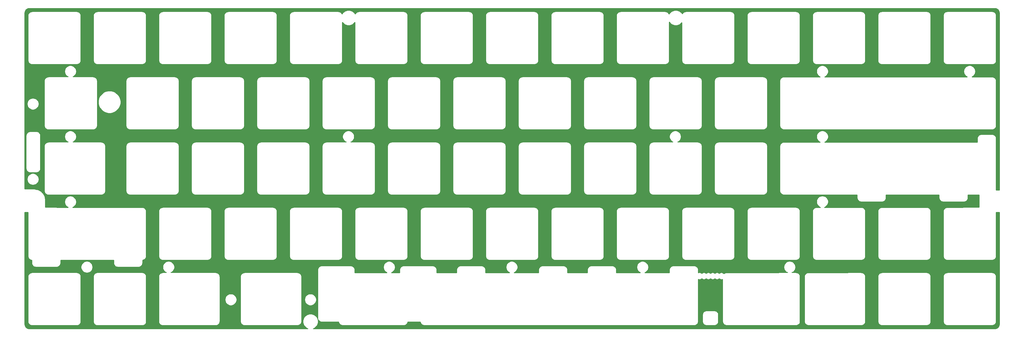
<source format=gtl>
%TF.GenerationSoftware,KiCad,Pcbnew,(5.1.10-1-10_14)*%
%TF.CreationDate,2021-05-27T15:54:42+09:00*%
%TF.ProjectId,keyplate,6b657970-6c61-4746-952e-6b696361645f,rev?*%
%TF.SameCoordinates,Original*%
%TF.FileFunction,Copper,L1,Top*%
%TF.FilePolarity,Positive*%
%FSLAX46Y46*%
G04 Gerber Fmt 4.6, Leading zero omitted, Abs format (unit mm)*
G04 Created by KiCad (PCBNEW (5.1.10-1-10_14)) date 2021-05-27 15:54:42*
%MOMM*%
%LPD*%
G01*
G04 APERTURE LIST*
%TA.AperFunction,NonConductor*%
%ADD10C,0.254000*%
%TD*%
%TA.AperFunction,NonConductor*%
%ADD11C,0.100000*%
%TD*%
G04 APERTURE END LIST*
D10*
X323638697Y-1072559D02*
X323752428Y-1076933D01*
X323849817Y-1088170D01*
X323948700Y-1108085D01*
X324044164Y-1134318D01*
X324135108Y-1168586D01*
X324225904Y-1210046D01*
X324312486Y-1258916D01*
X324394710Y-1313432D01*
X324473090Y-1375867D01*
X324546463Y-1442999D01*
X324614607Y-1517507D01*
X324677064Y-1595076D01*
X324729383Y-1674622D01*
X324778864Y-1762908D01*
X324820375Y-1853618D01*
X324854831Y-1945720D01*
X324881274Y-2041476D01*
X324901549Y-2141914D01*
X324913435Y-2239401D01*
X324917721Y-2351795D01*
X324917722Y-54060375D01*
X324059747Y-54060375D01*
X324059747Y-39015544D01*
X324049112Y-38907564D01*
X324038293Y-38871899D01*
X324003806Y-38700925D01*
X323984022Y-38636231D01*
X323964971Y-38571351D01*
X323963062Y-38567694D01*
X323961856Y-38563750D01*
X323929885Y-38504135D01*
X323898593Y-38444186D01*
X323894117Y-38437439D01*
X323894061Y-38437334D01*
X323893992Y-38437250D01*
X323892920Y-38435634D01*
X323779921Y-38267877D01*
X323738995Y-38218342D01*
X323699136Y-38168032D01*
X323693375Y-38163127D01*
X323688554Y-38157292D01*
X323638814Y-38116672D01*
X323589915Y-38075039D01*
X323581449Y-38069239D01*
X323413814Y-37956118D01*
X323354130Y-37923831D01*
X323294843Y-37890939D01*
X323291103Y-37889737D01*
X323287645Y-37887866D01*
X323222792Y-37867776D01*
X323158279Y-37847036D01*
X323150759Y-37845462D01*
X323150622Y-37845419D01*
X323150490Y-37845405D01*
X323148235Y-37844933D01*
X322942898Y-37803449D01*
X322874374Y-37796462D01*
X322806022Y-37788945D01*
X322800372Y-37788917D01*
X322800191Y-37788899D01*
X322800013Y-37788916D01*
X322795760Y-37788895D01*
X322541615Y-37789444D01*
X322541489Y-37789457D01*
X322539171Y-37789453D01*
X322265351Y-37790955D01*
X322265255Y-37790965D01*
X322263701Y-37790966D01*
X321974746Y-37793200D01*
X321974681Y-37793207D01*
X321973688Y-37793209D01*
X321674142Y-37795956D01*
X321674109Y-37795960D01*
X321673624Y-37795961D01*
X321470285Y-37797969D01*
X321470271Y-37797970D01*
X321470099Y-37797971D01*
X321265419Y-37800044D01*
X321060945Y-37802115D01*
X321060929Y-37802115D01*
X320858015Y-37804119D01*
X320857985Y-37804119D01*
X320657862Y-37805991D01*
X320365636Y-37808415D01*
X320088576Y-37810171D01*
X319829288Y-37811057D01*
X319748067Y-37811120D01*
X319680686Y-37817780D01*
X319613348Y-37823679D01*
X319605441Y-37825217D01*
X319605316Y-37825229D01*
X319605206Y-37825262D01*
X319603274Y-37825638D01*
X319397937Y-37867067D01*
X319333118Y-37886893D01*
X319268171Y-37905987D01*
X319264610Y-37907847D01*
X319260763Y-37909024D01*
X319201052Y-37941050D01*
X319141027Y-37972407D01*
X319134464Y-37976764D01*
X319134351Y-37976825D01*
X319134259Y-37976900D01*
X319132478Y-37978083D01*
X318964843Y-38091081D01*
X318915272Y-38132064D01*
X318864936Y-38171985D01*
X318860077Y-38177698D01*
X318854288Y-38182484D01*
X318813634Y-38232300D01*
X318771997Y-38281253D01*
X318766202Y-38289722D01*
X318653203Y-38457358D01*
X318620981Y-38516995D01*
X318588154Y-38576199D01*
X318586926Y-38580023D01*
X318585014Y-38583561D01*
X318564991Y-38648312D01*
X318544286Y-38712774D01*
X318542675Y-38720480D01*
X318542636Y-38720606D01*
X318542623Y-38720727D01*
X318542186Y-38722819D01*
X318507698Y-38893757D01*
X318496874Y-38929438D01*
X318486239Y-39037418D01*
X318486240Y-40066132D01*
X274083822Y-40069702D01*
X274221831Y-40012537D01*
X274505998Y-39822663D01*
X274747663Y-39580998D01*
X274937537Y-39296831D01*
X275068325Y-38981081D01*
X275135000Y-38645883D01*
X275135000Y-38304117D01*
X275068325Y-37968919D01*
X274937537Y-37653169D01*
X274747663Y-37369002D01*
X274505998Y-37127337D01*
X274221831Y-36937463D01*
X273906081Y-36806675D01*
X273570883Y-36740000D01*
X273229117Y-36740000D01*
X272893919Y-36806675D01*
X272578169Y-36937463D01*
X272294002Y-37127337D01*
X272052337Y-37369002D01*
X271862463Y-37653169D01*
X271731675Y-37968919D01*
X271665000Y-38304117D01*
X271665000Y-38645883D01*
X271731675Y-38981081D01*
X271862463Y-39296831D01*
X272052337Y-39580998D01*
X272294002Y-39822663D01*
X272578169Y-40012537D01*
X272716444Y-40069812D01*
X262160469Y-40070661D01*
X262052490Y-40081305D01*
X262007911Y-40094832D01*
X261817633Y-40138273D01*
X261804960Y-40142504D01*
X261791789Y-40144669D01*
X261737060Y-40165170D01*
X261681568Y-40183695D01*
X261669958Y-40190306D01*
X261657458Y-40194989D01*
X261607737Y-40225740D01*
X261556915Y-40254682D01*
X261546815Y-40263418D01*
X261535459Y-40270442D01*
X261527343Y-40276723D01*
X261359414Y-40408566D01*
X261351669Y-40415976D01*
X261342806Y-40422000D01*
X261299919Y-40465492D01*
X261255769Y-40507735D01*
X261249610Y-40516510D01*
X261242086Y-40524140D01*
X261208463Y-40575134D01*
X261173359Y-40625149D01*
X261169022Y-40634953D01*
X261163124Y-40643898D01*
X261158401Y-40653008D01*
X261060649Y-40844866D01*
X261042337Y-40891594D01*
X261021316Y-40937144D01*
X261016226Y-40958225D01*
X261008311Y-40978424D01*
X260999426Y-41027814D01*
X260987651Y-41076584D01*
X260986298Y-41086757D01*
X260970669Y-41210939D01*
X260969546Y-41251822D01*
X260964988Y-41292457D01*
X260964916Y-41302719D01*
X260964916Y-54274322D01*
X260971555Y-54342027D01*
X260977493Y-54409708D01*
X260978900Y-54416938D01*
X260978914Y-54417084D01*
X260978954Y-54417215D01*
X260979453Y-54419782D01*
X261020817Y-54624658D01*
X261040660Y-54689501D01*
X261059749Y-54754406D01*
X261061613Y-54757973D01*
X261062792Y-54761826D01*
X261094811Y-54821505D01*
X261126183Y-54881542D01*
X261130551Y-54888119D01*
X261130610Y-54888229D01*
X261130683Y-54888318D01*
X261131860Y-54890090D01*
X261244663Y-55057396D01*
X261285611Y-55106912D01*
X261325471Y-55157182D01*
X261331244Y-55162093D01*
X261336079Y-55167940D01*
X261385852Y-55208549D01*
X261434730Y-55250131D01*
X261443198Y-55255928D01*
X261610503Y-55368728D01*
X261670146Y-55400961D01*
X261729312Y-55433777D01*
X261733147Y-55435009D01*
X261736699Y-55436929D01*
X261801420Y-55456949D01*
X261865881Y-55477664D01*
X261873620Y-55479283D01*
X261873740Y-55479320D01*
X261873856Y-55479332D01*
X261875925Y-55479765D01*
X262046443Y-55514193D01*
X262082175Y-55525032D01*
X262190155Y-55535667D01*
X283483015Y-55535667D01*
X283483016Y-56336779D01*
X283493651Y-56444759D01*
X283507345Y-56489903D01*
X283551335Y-56681230D01*
X283555504Y-56693655D01*
X283557639Y-56706574D01*
X283578278Y-56761531D01*
X283596966Y-56817226D01*
X283603468Y-56828603D01*
X283608072Y-56840862D01*
X283638999Y-56890773D01*
X283668144Y-56941769D01*
X283676730Y-56951664D01*
X283683629Y-56962798D01*
X283689916Y-56970908D01*
X283823017Y-57140145D01*
X283829537Y-57146948D01*
X283834807Y-57154747D01*
X283879091Y-57198651D01*
X283922274Y-57243707D01*
X283929989Y-57249112D01*
X283936675Y-57255741D01*
X283988651Y-57290212D01*
X284039757Y-57326017D01*
X284048376Y-57329821D01*
X284056221Y-57335024D01*
X284065319Y-57339772D01*
X284258201Y-57438699D01*
X284305200Y-57457262D01*
X284351026Y-57478508D01*
X284371764Y-57483553D01*
X284391618Y-57491395D01*
X284441320Y-57500475D01*
X284490408Y-57512417D01*
X284500578Y-57513787D01*
X284563613Y-57521832D01*
X284573813Y-57524926D01*
X284681793Y-57535561D01*
X290754030Y-57535561D01*
X290862010Y-57524926D01*
X290907091Y-57511251D01*
X291098543Y-57467278D01*
X291110936Y-57463123D01*
X291123830Y-57460996D01*
X291178833Y-57440359D01*
X291234549Y-57421678D01*
X291245899Y-57415195D01*
X291258134Y-57410604D01*
X291308094Y-57379668D01*
X291359108Y-57350528D01*
X291368978Y-57341967D01*
X291380093Y-57335085D01*
X291388205Y-57328800D01*
X291557549Y-57195699D01*
X291564401Y-57189135D01*
X291572261Y-57183826D01*
X291616119Y-57139598D01*
X291661141Y-57096474D01*
X291666591Y-57088701D01*
X291673266Y-57081969D01*
X291707691Y-57030076D01*
X291743487Y-56979017D01*
X291747323Y-56970334D01*
X291752564Y-56962433D01*
X291757313Y-56953336D01*
X291856270Y-56760452D01*
X291874856Y-56713413D01*
X291896116Y-56667557D01*
X291901151Y-56646862D01*
X291908982Y-56627042D01*
X291918076Y-56577296D01*
X291930026Y-56528176D01*
X291931397Y-56518006D01*
X291939444Y-56454962D01*
X291942539Y-56444759D01*
X291953174Y-56336779D01*
X291953174Y-55535667D01*
X307358953Y-55535667D01*
X307358954Y-56336779D01*
X307369589Y-56444759D01*
X307383283Y-56489903D01*
X307427273Y-56681230D01*
X307431442Y-56693655D01*
X307433577Y-56706574D01*
X307454216Y-56761531D01*
X307472904Y-56817226D01*
X307479406Y-56828603D01*
X307484010Y-56840862D01*
X307514937Y-56890773D01*
X307544082Y-56941769D01*
X307552668Y-56951664D01*
X307559567Y-56962798D01*
X307565854Y-56970908D01*
X307698955Y-57140145D01*
X307705474Y-57146947D01*
X307710744Y-57154746D01*
X307755029Y-57198651D01*
X307798212Y-57243707D01*
X307805927Y-57249112D01*
X307812612Y-57255740D01*
X307864599Y-57290219D01*
X307915695Y-57326017D01*
X307924309Y-57329819D01*
X307932157Y-57335024D01*
X307941256Y-57339771D01*
X308134137Y-57438698D01*
X308181135Y-57457261D01*
X308226963Y-57478508D01*
X308247697Y-57483552D01*
X308267553Y-57491395D01*
X308317257Y-57500475D01*
X308366345Y-57512417D01*
X308376515Y-57513787D01*
X308439550Y-57521832D01*
X308449750Y-57524926D01*
X308557730Y-57535561D01*
X314629968Y-57535561D01*
X314737948Y-57524926D01*
X314783029Y-57511251D01*
X314974481Y-57467278D01*
X314986878Y-57463122D01*
X314999770Y-57460995D01*
X315054764Y-57440361D01*
X315110487Y-57421678D01*
X315121838Y-57415194D01*
X315134074Y-57410603D01*
X315184023Y-57379673D01*
X315235046Y-57350528D01*
X315244921Y-57341963D01*
X315256032Y-57335083D01*
X315264145Y-57328798D01*
X315433487Y-57195698D01*
X315440338Y-57189135D01*
X315448198Y-57183826D01*
X315492057Y-57139598D01*
X315537079Y-57096473D01*
X315542529Y-57088700D01*
X315549203Y-57081969D01*
X315583629Y-57030074D01*
X315619425Y-56979015D01*
X315623260Y-56970333D01*
X315628501Y-56962433D01*
X315633250Y-56953336D01*
X315732207Y-56760452D01*
X315750793Y-56713413D01*
X315772053Y-56667557D01*
X315777088Y-56646862D01*
X315784919Y-56627042D01*
X315794013Y-56577296D01*
X315805963Y-56528176D01*
X315807334Y-56518006D01*
X315815381Y-56454962D01*
X315818476Y-56444759D01*
X315829111Y-56336779D01*
X315829111Y-55535667D01*
X319051750Y-55535667D01*
X319051751Y-59110439D01*
X309788158Y-59115690D01*
X309680184Y-59126386D01*
X309635327Y-59140021D01*
X309444316Y-59183885D01*
X309431911Y-59188044D01*
X309419008Y-59190172D01*
X309364019Y-59210804D01*
X309308309Y-59229480D01*
X309296949Y-59235968D01*
X309284703Y-59240563D01*
X309234764Y-59271486D01*
X309183747Y-59300625D01*
X309173863Y-59309197D01*
X309162744Y-59316082D01*
X309154631Y-59322366D01*
X308985394Y-59455381D01*
X308978491Y-59461993D01*
X308970576Y-59467342D01*
X308926761Y-59511542D01*
X308881802Y-59554606D01*
X308876316Y-59562430D01*
X308869589Y-59569217D01*
X308835186Y-59621097D01*
X308799455Y-59672063D01*
X308795594Y-59680803D01*
X308790313Y-59688767D01*
X308785566Y-59697866D01*
X308686638Y-59890779D01*
X308668070Y-59937799D01*
X308646818Y-59983654D01*
X308641782Y-60004367D01*
X308633950Y-60024199D01*
X308624869Y-60073924D01*
X308612927Y-60123040D01*
X308611558Y-60133210D01*
X308603512Y-60196319D01*
X308600432Y-60206472D01*
X308589797Y-60314452D01*
X308589798Y-73386487D01*
X308600433Y-73494467D01*
X308614106Y-73539541D01*
X308658081Y-73730999D01*
X308662237Y-73743396D01*
X308664365Y-73756293D01*
X308684999Y-73811285D01*
X308703681Y-73867004D01*
X308710168Y-73878360D01*
X308714759Y-73890596D01*
X308745682Y-73940533D01*
X308774831Y-73991563D01*
X308783398Y-74001441D01*
X308790280Y-74012554D01*
X308796565Y-74020667D01*
X308929665Y-74190005D01*
X308936228Y-74196856D01*
X308941534Y-74204711D01*
X308985771Y-74248578D01*
X309028892Y-74293595D01*
X309036658Y-74299040D01*
X309043391Y-74305716D01*
X309095315Y-74340161D01*
X309146350Y-74375940D01*
X309155025Y-74379772D01*
X309162927Y-74385014D01*
X309172025Y-74389762D01*
X309364907Y-74488717D01*
X309411939Y-74507300D01*
X309457802Y-74528563D01*
X309478499Y-74533598D01*
X309498318Y-74541429D01*
X309548061Y-74550522D01*
X309597183Y-74562473D01*
X309607354Y-74563843D01*
X309670389Y-74571888D01*
X309680594Y-74574984D01*
X309788574Y-74585619D01*
X322860970Y-74585619D01*
X322968950Y-74574984D01*
X323014124Y-74561281D01*
X323205445Y-74517284D01*
X323217923Y-74513097D01*
X323230896Y-74510950D01*
X323285803Y-74490317D01*
X323341438Y-74471647D01*
X323352860Y-74465119D01*
X323365175Y-74460491D01*
X323415037Y-74429581D01*
X323465978Y-74400465D01*
X323475916Y-74391841D01*
X323487095Y-74384911D01*
X323495205Y-74378622D01*
X323664442Y-74245468D01*
X323671276Y-74238916D01*
X323679109Y-74233619D01*
X323722964Y-74189357D01*
X323767984Y-74146191D01*
X323773413Y-74138439D01*
X323780071Y-74131719D01*
X323814502Y-74079769D01*
X323850272Y-74028692D01*
X323854092Y-74020032D01*
X323859317Y-74012149D01*
X323864062Y-74003049D01*
X323962990Y-73810016D01*
X323981514Y-73763073D01*
X324002729Y-73717296D01*
X324007786Y-73696495D01*
X324015644Y-73676582D01*
X324024697Y-73626937D01*
X324036617Y-73577910D01*
X324037986Y-73567739D01*
X324046033Y-73504618D01*
X324049112Y-73494467D01*
X324059747Y-73386487D01*
X324059747Y-60585669D01*
X324917721Y-60585669D01*
X324917722Y-93250106D01*
X324913458Y-93360664D01*
X324901548Y-93458128D01*
X324881274Y-93558786D01*
X324854678Y-93654882D01*
X324820263Y-93747531D01*
X324779369Y-93836447D01*
X324729611Y-93925001D01*
X324676204Y-94006200D01*
X324613222Y-94085097D01*
X324547719Y-94156931D01*
X324475003Y-94222579D01*
X324394156Y-94286982D01*
X324312484Y-94341354D01*
X324226586Y-94389614D01*
X324132996Y-94432347D01*
X324041906Y-94467330D01*
X323951033Y-94492306D01*
X323852244Y-94511522D01*
X323752437Y-94523036D01*
X323638703Y-94527410D01*
X125071409Y-94528907D01*
X125308669Y-94430631D01*
X125674729Y-94186038D01*
X125986038Y-93874729D01*
X126230631Y-93508669D01*
X126399110Y-93101925D01*
X126485000Y-92670128D01*
X126485000Y-92229872D01*
X126405797Y-91831695D01*
X126413151Y-91851101D01*
X126417770Y-91860265D01*
X126516698Y-92053148D01*
X126521797Y-92061074D01*
X126525479Y-92069742D01*
X126560547Y-92121312D01*
X126594305Y-92173788D01*
X126600845Y-92180572D01*
X126606142Y-92188361D01*
X126650561Y-92232139D01*
X126693867Y-92277058D01*
X126701601Y-92282443D01*
X126708308Y-92289053D01*
X126716330Y-92295454D01*
X126885567Y-92428552D01*
X126896607Y-92435608D01*
X126906372Y-92444323D01*
X126956928Y-92474160D01*
X127006436Y-92505802D01*
X127018634Y-92510578D01*
X127029908Y-92517232D01*
X127085316Y-92536688D01*
X127140009Y-92558104D01*
X127152896Y-92560419D01*
X127165253Y-92564758D01*
X127175238Y-92567128D01*
X127366550Y-92611114D01*
X127411705Y-92624812D01*
X127519685Y-92635447D01*
X132403551Y-92635447D01*
X132410733Y-92666892D01*
X132419091Y-92716652D01*
X132426668Y-92736667D01*
X132431434Y-92757536D01*
X132452014Y-92803620D01*
X132469878Y-92850808D01*
X132474494Y-92859973D01*
X132573422Y-93053006D01*
X132578538Y-93060965D01*
X132582233Y-93069667D01*
X132617263Y-93121204D01*
X132650991Y-93173670D01*
X132657557Y-93180484D01*
X132662871Y-93188303D01*
X132707253Y-93232064D01*
X132750521Y-93276971D01*
X132758281Y-93282378D01*
X132765016Y-93289018D01*
X132773037Y-93295420D01*
X132942274Y-93428576D01*
X132953364Y-93435667D01*
X132963175Y-93444424D01*
X133013678Y-93474233D01*
X133063127Y-93505852D01*
X133075381Y-93510653D01*
X133086708Y-93517339D01*
X133142050Y-93536775D01*
X133196688Y-93558182D01*
X133209640Y-93560512D01*
X133222051Y-93564870D01*
X133232036Y-93567240D01*
X133423354Y-93611237D01*
X133468534Y-93624942D01*
X133576514Y-93635577D01*
X151411398Y-93635577D01*
X151519378Y-93624942D01*
X151529581Y-93621847D01*
X151592625Y-93613800D01*
X151641921Y-93602533D01*
X151691772Y-93594138D01*
X151711694Y-93586586D01*
X151732466Y-93581839D01*
X151778630Y-93561214D01*
X151825906Y-93543294D01*
X151835070Y-93538674D01*
X152027953Y-93439717D01*
X152035933Y-93434583D01*
X152044660Y-93430872D01*
X152096161Y-93395829D01*
X152148584Y-93362097D01*
X152155415Y-93355510D01*
X152163255Y-93350175D01*
X152206976Y-93305787D01*
X152251842Y-93262522D01*
X152257262Y-93254736D01*
X152263918Y-93247978D01*
X152270316Y-93239955D01*
X152403414Y-93070616D01*
X152410451Y-93059598D01*
X152419150Y-93049847D01*
X152448993Y-92999255D01*
X152480629Y-92949724D01*
X152485393Y-92937548D01*
X152492031Y-92926294D01*
X152511479Y-92870869D01*
X152532892Y-92816136D01*
X152535200Y-92803268D01*
X152539526Y-92790938D01*
X152541894Y-92780952D01*
X152575314Y-92635447D01*
X156215992Y-92635447D01*
X156223174Y-92666892D01*
X156231532Y-92716652D01*
X156239109Y-92736667D01*
X156243875Y-92757536D01*
X156264455Y-92803620D01*
X156282319Y-92850808D01*
X156286935Y-92859973D01*
X156385863Y-93053006D01*
X156390979Y-93060965D01*
X156394674Y-93069667D01*
X156429704Y-93121204D01*
X156463432Y-93173670D01*
X156469998Y-93180484D01*
X156475312Y-93188303D01*
X156519694Y-93232064D01*
X156562962Y-93276971D01*
X156570722Y-93282378D01*
X156577457Y-93289018D01*
X156585478Y-93295420D01*
X156754715Y-93428576D01*
X156765805Y-93435667D01*
X156775616Y-93444424D01*
X156826119Y-93474233D01*
X156875568Y-93505852D01*
X156887822Y-93510653D01*
X156899149Y-93517339D01*
X156954491Y-93536775D01*
X157009129Y-93558182D01*
X157022081Y-93560512D01*
X157034492Y-93564870D01*
X157044477Y-93567240D01*
X157235795Y-93611237D01*
X157280975Y-93624942D01*
X157388955Y-93635577D01*
X236048915Y-93635577D01*
X236156895Y-93624942D01*
X236167050Y-93621862D01*
X236230179Y-93613813D01*
X236279412Y-93602569D01*
X236329203Y-93594200D01*
X236349187Y-93586632D01*
X236370025Y-93581873D01*
X236416134Y-93561280D01*
X236463353Y-93543399D01*
X236472518Y-93538781D01*
X236665554Y-93439826D01*
X236673570Y-93434671D01*
X236682331Y-93430949D01*
X236733813Y-93395935D01*
X236786210Y-93362243D01*
X236793068Y-93355634D01*
X236800943Y-93350278D01*
X236844657Y-93305918D01*
X236889500Y-93262703D01*
X236894943Y-93254889D01*
X236901629Y-93248104D01*
X236908028Y-93240081D01*
X237041186Y-93070742D01*
X237048258Y-93059675D01*
X237057003Y-93049873D01*
X237086827Y-92999319D01*
X237118427Y-92949868D01*
X237123215Y-92937638D01*
X237129890Y-92926323D01*
X237149327Y-92870936D01*
X237170720Y-92816291D01*
X237173041Y-92803363D01*
X237177391Y-92790969D01*
X237179758Y-92780984D01*
X237223745Y-92589515D01*
X237237423Y-92544424D01*
X237248058Y-92436444D01*
X237248058Y-90472759D01*
X238446816Y-90472759D01*
X238446816Y-92444437D01*
X238449022Y-92466940D01*
X238448201Y-92489525D01*
X238448901Y-92499763D01*
X238454085Y-92568436D01*
X238461170Y-92608959D01*
X238464845Y-92649919D01*
X238473492Y-92679439D01*
X238478790Y-92709739D01*
X238493607Y-92748105D01*
X238505171Y-92787581D01*
X238509070Y-92797074D01*
X238593305Y-92998175D01*
X238607197Y-93023947D01*
X238618017Y-93051155D01*
X238641151Y-93086934D01*
X238661371Y-93124444D01*
X238680008Y-93147031D01*
X238695904Y-93171615D01*
X238725546Y-93202218D01*
X238752668Y-93235088D01*
X238775337Y-93253625D01*
X238795705Y-93274653D01*
X238803576Y-93281238D01*
X238969225Y-93417859D01*
X238987902Y-93430416D01*
X239004719Y-93445354D01*
X239047289Y-93470343D01*
X239088268Y-93497895D01*
X239109023Y-93506583D01*
X239128426Y-93517973D01*
X239175051Y-93534222D01*
X239220590Y-93553285D01*
X239242634Y-93557776D01*
X239263882Y-93565181D01*
X239273873Y-93567527D01*
X239469292Y-93611975D01*
X239474494Y-93612633D01*
X239479489Y-93614218D01*
X239545594Y-93621633D01*
X239611603Y-93629988D01*
X239616832Y-93629624D01*
X239622042Y-93630208D01*
X239632304Y-93630280D01*
X241911961Y-93630280D01*
X241934552Y-93628065D01*
X241957230Y-93628884D01*
X241967468Y-93628181D01*
X242036048Y-93622987D01*
X242076785Y-93615855D01*
X242117961Y-93612125D01*
X242147259Y-93603516D01*
X242177345Y-93598248D01*
X242215919Y-93583339D01*
X242255589Y-93571682D01*
X242265078Y-93567776D01*
X242465986Y-93483422D01*
X242491705Y-93469530D01*
X242518846Y-93458715D01*
X242554651Y-93435529D01*
X242592198Y-93415248D01*
X242614727Y-93396627D01*
X242639252Y-93380745D01*
X242669876Y-93351042D01*
X242702764Y-93323858D01*
X242721244Y-93301219D01*
X242742221Y-93280873D01*
X242748801Y-93272998D01*
X242885358Y-93107190D01*
X242897780Y-93088686D01*
X242912574Y-93072028D01*
X242937667Y-93029272D01*
X242965312Y-92988092D01*
X242973904Y-92967526D01*
X242985180Y-92948313D01*
X243001491Y-92901497D01*
X243020611Y-92855731D01*
X243025045Y-92833890D01*
X243032374Y-92812852D01*
X243034719Y-92802861D01*
X243079161Y-92607374D01*
X243079814Y-92602211D01*
X243081387Y-92597252D01*
X243088807Y-92531101D01*
X243097159Y-92465061D01*
X243096797Y-92459871D01*
X243097377Y-92454699D01*
X243097449Y-92444437D01*
X243097449Y-90472759D01*
X243095238Y-90450206D01*
X243096058Y-90427565D01*
X243095356Y-90417327D01*
X243090162Y-90348653D01*
X243083053Y-90308028D01*
X243079352Y-90266973D01*
X243070723Y-90237561D01*
X243065437Y-90207354D01*
X243050575Y-90168888D01*
X243038968Y-90129328D01*
X243035066Y-90119837D01*
X242950732Y-89918736D01*
X242936874Y-89893054D01*
X242926088Y-89865942D01*
X242902895Y-89830084D01*
X242882613Y-89792496D01*
X242864030Y-89769994D01*
X242848183Y-89745493D01*
X242818466Y-89714821D01*
X242791270Y-89681890D01*
X242768672Y-89663428D01*
X242748367Y-89642470D01*
X242740495Y-89635887D01*
X242574794Y-89499265D01*
X242556217Y-89486779D01*
X242539489Y-89471915D01*
X242496816Y-89446855D01*
X242455739Y-89419247D01*
X242435092Y-89410608D01*
X242415794Y-89399275D01*
X242369064Y-89382980D01*
X242323409Y-89363877D01*
X242301478Y-89359413D01*
X242280346Y-89352044D01*
X242270356Y-89349696D01*
X242075097Y-89305249D01*
X242069831Y-89304582D01*
X242064776Y-89302978D01*
X241998762Y-89295573D01*
X241932789Y-89287211D01*
X241927493Y-89287579D01*
X241922223Y-89286988D01*
X241911961Y-89286916D01*
X239632304Y-89286916D01*
X239609752Y-89289127D01*
X239587115Y-89288307D01*
X239576876Y-89289009D01*
X239508210Y-89294202D01*
X239467485Y-89301328D01*
X239426312Y-89305052D01*
X239397002Y-89313661D01*
X239366911Y-89318926D01*
X239328347Y-89333826D01*
X239288679Y-89345477D01*
X239279189Y-89349382D01*
X239078207Y-89433736D01*
X239052333Y-89447707D01*
X239025037Y-89458595D01*
X238989389Y-89481696D01*
X238951987Y-89501893D01*
X238929320Y-89520624D01*
X238904658Y-89536606D01*
X238874171Y-89566196D01*
X238841409Y-89593269D01*
X238822816Y-89616040D01*
X238801723Y-89636513D01*
X238795146Y-89644391D01*
X238658683Y-89810199D01*
X238646272Y-89828700D01*
X238631492Y-89845353D01*
X238606407Y-89888127D01*
X238578770Y-89929324D01*
X238570191Y-89949879D01*
X238558924Y-89969090D01*
X238542620Y-90015936D01*
X238523517Y-90061704D01*
X238519094Y-90083531D01*
X238511773Y-90104566D01*
X238509431Y-90114558D01*
X238465053Y-90310046D01*
X238464416Y-90315096D01*
X238462878Y-90319944D01*
X238455448Y-90386180D01*
X238447099Y-90452364D01*
X238447455Y-90457442D01*
X238446888Y-90462497D01*
X238446816Y-90472759D01*
X237248058Y-90472759D01*
X237248058Y-80128180D01*
X237334939Y-80164167D01*
X237533682Y-80203700D01*
X237736318Y-80203700D01*
X237935061Y-80164167D01*
X238122272Y-80086622D01*
X238270000Y-79987913D01*
X238417728Y-80086622D01*
X238604939Y-80164167D01*
X238803682Y-80203700D01*
X239006318Y-80203700D01*
X239205061Y-80164167D01*
X239392272Y-80086622D01*
X239540000Y-79987913D01*
X239687728Y-80086622D01*
X239874939Y-80164167D01*
X240073682Y-80203700D01*
X240276318Y-80203700D01*
X240475061Y-80164167D01*
X240662272Y-80086622D01*
X240810000Y-79987913D01*
X240957728Y-80086622D01*
X241144939Y-80164167D01*
X241343682Y-80203700D01*
X241546318Y-80203700D01*
X241745061Y-80164167D01*
X241932272Y-80086622D01*
X242080000Y-79987913D01*
X242227728Y-80086622D01*
X242414939Y-80164167D01*
X242613682Y-80203700D01*
X242816318Y-80203700D01*
X243015061Y-80164167D01*
X243202272Y-80086622D01*
X243340000Y-79994595D01*
X243477728Y-80086622D01*
X243664939Y-80164167D01*
X243863682Y-80203700D01*
X244066318Y-80203700D01*
X244265061Y-80164167D01*
X244296207Y-80151266D01*
X244296207Y-92442671D01*
X244296718Y-92447879D01*
X244296281Y-92453093D01*
X244303711Y-92519206D01*
X244310205Y-92585433D01*
X244311718Y-92590443D01*
X244312302Y-92595643D01*
X244314508Y-92605665D01*
X244359113Y-92801797D01*
X244366147Y-92822927D01*
X244370272Y-92844806D01*
X244388751Y-92890827D01*
X244404421Y-92937900D01*
X244415427Y-92957264D01*
X244423722Y-92977923D01*
X244450788Y-93019479D01*
X244475303Y-93062612D01*
X244489858Y-93079467D01*
X244502009Y-93098123D01*
X244508478Y-93106090D01*
X244645614Y-93272587D01*
X244666316Y-93293234D01*
X244684485Y-93316134D01*
X244716980Y-93343762D01*
X244747182Y-93373883D01*
X244771497Y-93390114D01*
X244793771Y-93409051D01*
X244831015Y-93429842D01*
X244866491Y-93453522D01*
X244893498Y-93464722D01*
X244919024Y-93478971D01*
X244928458Y-93483010D01*
X245130370Y-93567769D01*
X245169876Y-93579976D01*
X245208211Y-93595410D01*
X245238226Y-93601097D01*
X245267422Y-93610119D01*
X245308539Y-93614420D01*
X245349150Y-93622115D01*
X245359377Y-93622962D01*
X245428344Y-93628183D01*
X245451025Y-93627680D01*
X245473565Y-93630208D01*
X245483827Y-93630280D01*
X265722270Y-93630280D01*
X265731127Y-93629412D01*
X265740000Y-93630066D01*
X265802423Y-93622421D01*
X265865032Y-93616282D01*
X265873553Y-93613709D01*
X265882383Y-93612628D01*
X265892383Y-93610323D01*
X266095733Y-93561945D01*
X266159189Y-93540117D01*
X266222790Y-93519147D01*
X266226904Y-93516824D01*
X266231379Y-93515285D01*
X266289361Y-93481563D01*
X266347704Y-93448624D01*
X266355323Y-93443200D01*
X266355379Y-93443167D01*
X266355422Y-93443129D01*
X266356064Y-93442672D01*
X266472699Y-93358403D01*
X266523088Y-93313904D01*
X266573918Y-93270134D01*
X266576759Y-93266506D01*
X266580220Y-93263450D01*
X266620969Y-93210059D01*
X266662367Y-93157202D01*
X266667209Y-93149473D01*
X266667250Y-93149420D01*
X266667276Y-93149366D01*
X266667816Y-93148505D01*
X266777557Y-92970597D01*
X266807170Y-92910065D01*
X266837458Y-92849989D01*
X266838645Y-92845725D01*
X266840593Y-92841743D01*
X266857877Y-92776636D01*
X266875927Y-92711796D01*
X266877377Y-92703183D01*
X266877400Y-92703098D01*
X266877405Y-92703019D01*
X266877631Y-92701677D01*
X266900526Y-92559623D01*
X266903848Y-92506153D01*
X266909818Y-92452933D01*
X266909890Y-92442671D01*
X266909890Y-79416028D01*
X268108648Y-79416028D01*
X268108648Y-92379518D01*
X268115287Y-92447226D01*
X268121214Y-92514844D01*
X268122632Y-92522135D01*
X268122646Y-92522280D01*
X268122685Y-92522410D01*
X268123173Y-92524918D01*
X268163675Y-92725610D01*
X268165062Y-92730144D01*
X268165602Y-92734850D01*
X268186019Y-92798649D01*
X268205638Y-92862782D01*
X268207880Y-92866961D01*
X268209323Y-92871471D01*
X268241763Y-92930126D01*
X268273446Y-92989191D01*
X268276452Y-92992849D01*
X268278747Y-92996999D01*
X268284625Y-93005411D01*
X268413016Y-93186440D01*
X268419932Y-93194412D01*
X268425426Y-93203417D01*
X268466865Y-93248506D01*
X268507022Y-93294790D01*
X268515356Y-93301267D01*
X268522494Y-93309034D01*
X268571906Y-93345218D01*
X268620284Y-93382818D01*
X268629716Y-93387553D01*
X268638227Y-93393785D01*
X268647095Y-93398950D01*
X268840511Y-93509789D01*
X268894389Y-93534020D01*
X268947375Y-93560090D01*
X268959696Y-93563391D01*
X268971336Y-93568626D01*
X269028893Y-93581930D01*
X269085935Y-93597213D01*
X269096071Y-93598818D01*
X269249513Y-93622019D01*
X269299448Y-93624634D01*
X269349137Y-93630208D01*
X269359399Y-93630280D01*
X284709091Y-93630280D01*
X284776856Y-93623636D01*
X284844596Y-93617681D01*
X284851703Y-93616297D01*
X284851853Y-93616282D01*
X284851988Y-93616241D01*
X284854669Y-93615719D01*
X285055358Y-93575166D01*
X285059927Y-93573767D01*
X285064671Y-93573221D01*
X285128429Y-93552793D01*
X285192520Y-93533169D01*
X285196732Y-93530908D01*
X285201277Y-93529452D01*
X285259879Y-93497015D01*
X285318912Y-93465330D01*
X285322599Y-93462299D01*
X285326781Y-93459984D01*
X285335191Y-93454103D01*
X285516217Y-93325619D01*
X285524090Y-93318784D01*
X285532987Y-93313356D01*
X285578176Y-93271825D01*
X285624534Y-93231575D01*
X285630929Y-93223341D01*
X285638603Y-93216288D01*
X285674861Y-93166774D01*
X285712523Y-93118282D01*
X285717198Y-93108961D01*
X285723354Y-93100554D01*
X285728519Y-93091686D01*
X285839354Y-92898275D01*
X285863567Y-92844436D01*
X285889623Y-92791494D01*
X285892937Y-92779130D01*
X285898190Y-92767450D01*
X285911486Y-92709931D01*
X285926762Y-92652938D01*
X285928369Y-92642803D01*
X285951568Y-92489489D01*
X285954192Y-92439512D01*
X285959770Y-92389780D01*
X285959842Y-92379518D01*
X285959842Y-79411092D01*
X285954746Y-79359108D01*
X289539844Y-79359108D01*
X289539845Y-92431148D01*
X289550480Y-92539128D01*
X289564150Y-92584191D01*
X289608127Y-92775660D01*
X289612286Y-92788063D01*
X289614413Y-92800959D01*
X289635048Y-92855953D01*
X289653728Y-92911666D01*
X289660213Y-92923020D01*
X289664807Y-92935262D01*
X289695731Y-92985200D01*
X289724877Y-93036225D01*
X289733448Y-93046107D01*
X289740329Y-93057219D01*
X289746613Y-93065332D01*
X289879714Y-93234670D01*
X289886281Y-93241526D01*
X289891585Y-93249377D01*
X289935801Y-93293223D01*
X289978941Y-93338260D01*
X289986710Y-93343707D01*
X289993442Y-93350382D01*
X290045361Y-93384824D01*
X290096400Y-93420604D01*
X290105076Y-93424437D01*
X290112979Y-93429679D01*
X290122077Y-93434427D01*
X290314958Y-93533380D01*
X290361987Y-93551961D01*
X290407849Y-93573224D01*
X290428549Y-93578260D01*
X290448369Y-93586091D01*
X290498107Y-93595183D01*
X290547230Y-93607134D01*
X290557401Y-93608504D01*
X290620436Y-93616549D01*
X290630641Y-93619645D01*
X290738621Y-93630280D01*
X303811017Y-93630280D01*
X303918997Y-93619645D01*
X303964165Y-93605943D01*
X304155489Y-93561947D01*
X304167964Y-93557761D01*
X304180938Y-93555614D01*
X304235849Y-93534980D01*
X304291483Y-93516310D01*
X304302905Y-93509781D01*
X304315217Y-93505155D01*
X304365083Y-93474243D01*
X304416023Y-93445128D01*
X304425957Y-93436508D01*
X304437139Y-93429576D01*
X304445248Y-93423287D01*
X304614486Y-93290134D01*
X304621321Y-93283580D01*
X304629157Y-93278282D01*
X304673017Y-93234014D01*
X304718029Y-93190857D01*
X304723458Y-93183105D01*
X304730119Y-93176382D01*
X304764558Y-93124418D01*
X304800317Y-93073359D01*
X304804137Y-93064701D01*
X304809365Y-93056812D01*
X304814110Y-93047712D01*
X304913038Y-92854679D01*
X304931564Y-92807732D01*
X304952777Y-92761958D01*
X304957834Y-92741159D01*
X304965692Y-92721245D01*
X304974745Y-92671604D01*
X304986666Y-92622571D01*
X304988035Y-92612401D01*
X304996082Y-92549274D01*
X304999160Y-92539128D01*
X305009795Y-92431148D01*
X305009795Y-79359108D01*
X308589797Y-79359108D01*
X308589798Y-92431148D01*
X308600433Y-92539128D01*
X308614103Y-92584191D01*
X308658080Y-92775660D01*
X308662238Y-92788060D01*
X308664365Y-92800956D01*
X308685000Y-92855949D01*
X308703681Y-92911666D01*
X308710167Y-92923021D01*
X308714759Y-92935259D01*
X308745682Y-92985196D01*
X308774830Y-93036225D01*
X308783399Y-93046105D01*
X308790280Y-93057217D01*
X308796565Y-93065330D01*
X308929665Y-93234668D01*
X308936230Y-93241521D01*
X308941538Y-93249379D01*
X308985774Y-93293244D01*
X309028892Y-93338258D01*
X309036661Y-93343705D01*
X309043396Y-93350383D01*
X309095321Y-93384829D01*
X309146350Y-93420603D01*
X309155026Y-93424436D01*
X309162932Y-93429680D01*
X309172030Y-93434428D01*
X309364912Y-93533381D01*
X309411947Y-93551964D01*
X309457802Y-93573224D01*
X309478500Y-93578260D01*
X309498324Y-93586092D01*
X309548064Y-93595184D01*
X309597183Y-93607134D01*
X309607354Y-93608504D01*
X309670389Y-93616549D01*
X309680594Y-93619645D01*
X309788574Y-93630280D01*
X322860970Y-93630280D01*
X322968950Y-93619645D01*
X323014118Y-93605943D01*
X323205442Y-93561947D01*
X323217920Y-93557760D01*
X323230893Y-93555613D01*
X323285795Y-93534982D01*
X323341436Y-93516310D01*
X323352860Y-93509781D01*
X323365172Y-93505154D01*
X323415028Y-93474248D01*
X323465976Y-93445128D01*
X323475915Y-93436503D01*
X323487093Y-93429574D01*
X323495203Y-93423286D01*
X323664440Y-93290133D01*
X323671276Y-93283578D01*
X323679109Y-93278282D01*
X323722962Y-93234022D01*
X323767982Y-93190856D01*
X323773411Y-93183104D01*
X323780071Y-93176382D01*
X323814512Y-93124416D01*
X323850270Y-93073357D01*
X323854089Y-93064700D01*
X323859317Y-93056812D01*
X323864062Y-93047712D01*
X323962990Y-92854679D01*
X323981516Y-92807732D01*
X324002729Y-92761958D01*
X324007786Y-92741159D01*
X324015644Y-92721245D01*
X324024697Y-92671604D01*
X324036618Y-92622571D01*
X324037987Y-92612401D01*
X324046034Y-92549274D01*
X324049112Y-92539128D01*
X324059747Y-92431148D01*
X324059747Y-79359107D01*
X324049112Y-79251127D01*
X324035437Y-79206045D01*
X323991462Y-79014591D01*
X323987305Y-79002193D01*
X323985178Y-78989299D01*
X323964539Y-78934294D01*
X323945860Y-78878586D01*
X323939377Y-78867237D01*
X323934784Y-78854996D01*
X323903846Y-78805034D01*
X323874710Y-78754028D01*
X323866147Y-78744155D01*
X323859263Y-78733038D01*
X323852978Y-78724926D01*
X323719877Y-78555587D01*
X323713318Y-78548740D01*
X323708010Y-78540882D01*
X323663752Y-78496994D01*
X323620650Y-78451997D01*
X323612887Y-78446555D01*
X323606153Y-78439877D01*
X323554216Y-78405423D01*
X323503191Y-78369652D01*
X323494517Y-78365821D01*
X323486616Y-78360579D01*
X323477519Y-78355831D01*
X323284638Y-78256876D01*
X323237605Y-78238293D01*
X323191736Y-78217027D01*
X323171039Y-78211992D01*
X323151227Y-78204164D01*
X323101484Y-78195071D01*
X323052355Y-78183119D01*
X323042184Y-78181748D01*
X322979150Y-78173703D01*
X322968950Y-78170609D01*
X322860970Y-78159974D01*
X309788574Y-78159974D01*
X309680594Y-78170609D01*
X309635423Y-78184311D01*
X309444102Y-78228307D01*
X309431625Y-78232494D01*
X309418644Y-78234642D01*
X309363737Y-78255275D01*
X309308108Y-78273943D01*
X309296681Y-78280474D01*
X309284366Y-78285102D01*
X309234510Y-78316009D01*
X309183568Y-78345125D01*
X309173629Y-78353750D01*
X309162445Y-78360683D01*
X309154336Y-78366972D01*
X308985099Y-78500127D01*
X308978272Y-78506673D01*
X308970435Y-78511972D01*
X308926567Y-78556248D01*
X308881557Y-78599404D01*
X308876128Y-78607156D01*
X308869473Y-78613873D01*
X308835040Y-78665826D01*
X308799270Y-78716903D01*
X308795452Y-78725558D01*
X308790226Y-78733443D01*
X308785482Y-78742542D01*
X308686554Y-78935575D01*
X308668029Y-78982519D01*
X308646812Y-79028302D01*
X308641757Y-79049096D01*
X308633899Y-79069008D01*
X308624845Y-79118660D01*
X308612925Y-79167689D01*
X308611556Y-79177860D01*
X308603510Y-79240982D01*
X308600432Y-79251128D01*
X308589797Y-79359108D01*
X305009795Y-79359108D01*
X305009795Y-79359107D01*
X304999160Y-79251127D01*
X304985485Y-79206045D01*
X304941510Y-79014591D01*
X304937353Y-79002193D01*
X304935226Y-78989299D01*
X304914587Y-78934294D01*
X304895908Y-78878586D01*
X304889425Y-78867237D01*
X304884832Y-78854996D01*
X304853894Y-78805034D01*
X304824758Y-78754028D01*
X304816195Y-78744155D01*
X304809311Y-78733038D01*
X304803026Y-78724926D01*
X304669925Y-78555587D01*
X304663365Y-78548739D01*
X304658057Y-78540881D01*
X304613808Y-78497003D01*
X304570698Y-78451997D01*
X304562932Y-78446553D01*
X304556199Y-78439876D01*
X304504265Y-78405424D01*
X304453239Y-78369652D01*
X304444567Y-78365821D01*
X304436663Y-78360578D01*
X304427566Y-78355830D01*
X304234683Y-78256875D01*
X304187649Y-78238291D01*
X304141783Y-78217027D01*
X304121087Y-78211992D01*
X304101272Y-78204163D01*
X304051520Y-78195068D01*
X304002402Y-78183119D01*
X303992231Y-78181748D01*
X303929197Y-78173703D01*
X303918997Y-78170609D01*
X303811017Y-78159974D01*
X290738621Y-78159974D01*
X290630641Y-78170609D01*
X290585470Y-78184311D01*
X290394149Y-78228307D01*
X290381672Y-78232494D01*
X290368691Y-78234642D01*
X290313784Y-78255275D01*
X290258155Y-78273943D01*
X290246728Y-78280474D01*
X290234413Y-78285102D01*
X290184557Y-78316009D01*
X290133615Y-78345125D01*
X290123676Y-78353750D01*
X290112492Y-78360683D01*
X290104383Y-78366972D01*
X289935146Y-78500127D01*
X289928319Y-78506673D01*
X289920482Y-78511972D01*
X289876614Y-78556248D01*
X289831604Y-78599404D01*
X289826175Y-78607156D01*
X289819520Y-78613873D01*
X289785087Y-78665826D01*
X289749317Y-78716903D01*
X289745499Y-78725558D01*
X289740273Y-78733443D01*
X289735529Y-78742542D01*
X289636601Y-78935575D01*
X289618076Y-78982519D01*
X289596859Y-79028302D01*
X289591804Y-79049096D01*
X289583946Y-79069008D01*
X289574892Y-79118660D01*
X289562972Y-79167689D01*
X289561603Y-79177860D01*
X289553557Y-79240982D01*
X289550479Y-79251128D01*
X289539844Y-79359108D01*
X285954746Y-79359108D01*
X285953315Y-79344522D01*
X285947673Y-79277899D01*
X285945848Y-79268366D01*
X285945844Y-79268330D01*
X285945835Y-79268300D01*
X285945743Y-79267820D01*
X285906498Y-79070351D01*
X285886998Y-79005930D01*
X285868333Y-78941419D01*
X285866254Y-78937398D01*
X285864940Y-78933056D01*
X285833302Y-78873655D01*
X285802459Y-78813992D01*
X285797545Y-78806521D01*
X285797506Y-78806447D01*
X285797459Y-78806389D01*
X285796820Y-78805418D01*
X285685084Y-78638111D01*
X285642158Y-78585735D01*
X285599850Y-78532935D01*
X285596737Y-78530314D01*
X285594156Y-78527165D01*
X285541905Y-78484149D01*
X285490117Y-78440547D01*
X285483503Y-78436070D01*
X285483409Y-78435992D01*
X285483310Y-78435939D01*
X285481619Y-78434794D01*
X285314042Y-78323055D01*
X285255003Y-78291538D01*
X285196496Y-78259298D01*
X285191826Y-78257812D01*
X285187498Y-78255501D01*
X285123487Y-78236059D01*
X285059807Y-78215790D01*
X285050276Y-78213823D01*
X285050242Y-78213813D01*
X285050211Y-78213810D01*
X285049756Y-78213716D01*
X284852563Y-78174469D01*
X284785774Y-78167854D01*
X284719138Y-78160399D01*
X284709883Y-78160337D01*
X284709815Y-78160330D01*
X284709754Y-78160336D01*
X284708876Y-78160330D01*
X284456173Y-78160404D01*
X284456167Y-78160404D01*
X284159527Y-78160493D01*
X284159519Y-78160493D01*
X283821872Y-78160598D01*
X283446146Y-78160715D01*
X283446142Y-78160715D01*
X283035268Y-78160845D01*
X283035267Y-78160845D01*
X282592172Y-78160986D01*
X282592169Y-78160986D01*
X282119784Y-78161138D01*
X281621037Y-78161299D01*
X281621036Y-78161299D01*
X281098857Y-78161468D01*
X281098855Y-78161468D01*
X280556174Y-78161645D01*
X279995920Y-78161827D01*
X279995919Y-78161827D01*
X279421020Y-78162015D01*
X279421019Y-78162015D01*
X278834404Y-78162207D01*
X278239004Y-78162402D01*
X277637748Y-78162599D01*
X277637747Y-78162599D01*
X277033563Y-78162798D01*
X276429383Y-78162996D01*
X275828133Y-78163193D01*
X275232743Y-78163388D01*
X274646143Y-78163580D01*
X274071264Y-78163768D01*
X273511033Y-78163950D01*
X273511032Y-78163950D01*
X272968377Y-78164127D01*
X272446232Y-78164296D01*
X271947522Y-78164457D01*
X271475176Y-78164609D01*
X271032128Y-78164750D01*
X270621302Y-78164880D01*
X270245633Y-78164997D01*
X269908042Y-78165102D01*
X269611471Y-78165191D01*
X269358836Y-78165266D01*
X269291162Y-78171922D01*
X269223513Y-78177872D01*
X269216232Y-78179291D01*
X269216078Y-78179306D01*
X269215939Y-78179348D01*
X269213440Y-78179835D01*
X269012802Y-78220387D01*
X269008120Y-78221821D01*
X269003268Y-78222381D01*
X268939640Y-78242792D01*
X268875643Y-78262391D01*
X268871332Y-78264705D01*
X268866678Y-78266198D01*
X268808206Y-78298591D01*
X268749254Y-78330236D01*
X268745475Y-78333343D01*
X268741199Y-78335712D01*
X268732791Y-78341596D01*
X268551901Y-78470081D01*
X268543992Y-78476953D01*
X268535061Y-78482407D01*
X268489948Y-78523909D01*
X268443618Y-78564163D01*
X268437194Y-78572440D01*
X268429492Y-78579526D01*
X268393289Y-78629014D01*
X268355670Y-78677488D01*
X268350978Y-78686852D01*
X268344797Y-78695301D01*
X268339636Y-78704171D01*
X268228927Y-78897582D01*
X268204789Y-78951325D01*
X268178782Y-79004192D01*
X268175442Y-79016662D01*
X268170154Y-79028436D01*
X268156914Y-79085842D01*
X268141672Y-79142755D01*
X268140067Y-79152891D01*
X268116899Y-79306205D01*
X268114290Y-79356113D01*
X268108720Y-79405766D01*
X268108648Y-79416028D01*
X266909890Y-79416028D01*
X266909890Y-79347944D01*
X266909053Y-79339409D01*
X266909691Y-79330862D01*
X266902063Y-79268120D01*
X266895892Y-79205182D01*
X266893413Y-79196973D01*
X266892379Y-79188464D01*
X266890083Y-79178462D01*
X266841855Y-78974946D01*
X266819984Y-78911182D01*
X266798883Y-78847201D01*
X266796733Y-78843394D01*
X266795315Y-78839259D01*
X266761489Y-78780981D01*
X266728349Y-78722293D01*
X266723359Y-78715286D01*
X266723306Y-78715195D01*
X266723243Y-78715124D01*
X266722396Y-78713934D01*
X266637988Y-78597127D01*
X266593195Y-78546413D01*
X266549048Y-78495283D01*
X266545778Y-78492729D01*
X266543026Y-78489613D01*
X266489236Y-78448566D01*
X266435998Y-78406984D01*
X266429089Y-78402668D01*
X266428989Y-78402592D01*
X266428886Y-78402541D01*
X266427294Y-78401547D01*
X266249374Y-78292125D01*
X266189187Y-78262780D01*
X266129468Y-78232686D01*
X266124799Y-78231387D01*
X266120436Y-78229260D01*
X266055704Y-78212167D01*
X265991268Y-78194243D01*
X265981783Y-78192648D01*
X265981742Y-78192637D01*
X265981705Y-78192635D01*
X265981148Y-78192541D01*
X265839084Y-78169672D01*
X265785595Y-78166359D01*
X265732347Y-78160399D01*
X265722085Y-78160330D01*
X265427695Y-78160404D01*
X265067871Y-78160493D01*
X265067870Y-78160493D01*
X264646968Y-78160598D01*
X264529519Y-78160627D01*
X264681831Y-78097537D01*
X264965998Y-77907663D01*
X265207663Y-77665998D01*
X265397537Y-77381831D01*
X265528325Y-77066081D01*
X265595000Y-76730883D01*
X265595000Y-76389117D01*
X265528325Y-76053919D01*
X265397537Y-75738169D01*
X265207663Y-75454002D01*
X264965998Y-75212337D01*
X264681831Y-75022463D01*
X264366081Y-74891675D01*
X264030883Y-74825000D01*
X263689117Y-74825000D01*
X263353919Y-74891675D01*
X263038169Y-75022463D01*
X262754002Y-75212337D01*
X262512337Y-75454002D01*
X262322463Y-75738169D01*
X262191675Y-76053919D01*
X262125000Y-76389117D01*
X262125000Y-76730883D01*
X262191675Y-77066081D01*
X262322463Y-77381831D01*
X262512337Y-77665998D01*
X262754002Y-77907663D01*
X263038169Y-78097537D01*
X263191272Y-78160954D01*
X263061443Y-78160986D01*
X263061442Y-78160986D01*
X262439866Y-78161138D01*
X261779030Y-78161299D01*
X261083294Y-78161468D01*
X260357022Y-78161645D01*
X259604576Y-78161827D01*
X258830318Y-78162015D01*
X258038612Y-78162207D01*
X257233820Y-78162402D01*
X256420305Y-78162599D01*
X256420304Y-78162599D01*
X255602428Y-78162798D01*
X254784555Y-78162996D01*
X253971045Y-78163193D01*
X253166263Y-78163388D01*
X252374571Y-78163580D01*
X251600332Y-78163768D01*
X250847907Y-78163950D01*
X250847906Y-78163950D01*
X250121660Y-78164127D01*
X249425954Y-78164296D01*
X248765151Y-78164457D01*
X248765150Y-78164457D01*
X248143613Y-78164609D01*
X247565706Y-78164750D01*
X247565705Y-78164750D01*
X247035787Y-78164880D01*
X246558223Y-78164997D01*
X246558220Y-78164997D01*
X246137373Y-78165102D01*
X245777605Y-78165191D01*
X245777600Y-78165191D01*
X245483274Y-78165266D01*
X245478021Y-78165782D01*
X245472764Y-78165344D01*
X245406709Y-78172793D01*
X245340515Y-78179300D01*
X245335462Y-78180827D01*
X245330221Y-78181418D01*
X245320199Y-78183628D01*
X245124129Y-78228296D01*
X245102849Y-78235389D01*
X245080818Y-78239561D01*
X245034960Y-78258017D01*
X244988043Y-78273655D01*
X244968547Y-78284746D01*
X244947744Y-78293118D01*
X244906335Y-78320136D01*
X244863358Y-78344584D01*
X244846390Y-78359248D01*
X244827607Y-78371503D01*
X244819646Y-78377978D01*
X244711774Y-78466973D01*
X244620758Y-78375957D01*
X244452272Y-78263378D01*
X244265061Y-78185833D01*
X244066318Y-78146300D01*
X243863682Y-78146300D01*
X243664939Y-78185833D01*
X243477728Y-78263378D01*
X243340000Y-78355405D01*
X243202272Y-78263378D01*
X243015061Y-78185833D01*
X242816318Y-78146300D01*
X242613682Y-78146300D01*
X242414939Y-78185833D01*
X242227728Y-78263378D01*
X242080000Y-78362087D01*
X241932272Y-78263378D01*
X241745061Y-78185833D01*
X241546318Y-78146300D01*
X241343682Y-78146300D01*
X241144939Y-78185833D01*
X240957728Y-78263378D01*
X240810000Y-78362087D01*
X240662272Y-78263378D01*
X240475061Y-78185833D01*
X240276318Y-78146300D01*
X240073682Y-78146300D01*
X239874939Y-78185833D01*
X239687728Y-78263378D01*
X239540000Y-78362087D01*
X239392272Y-78263378D01*
X239205061Y-78185833D01*
X239006318Y-78146300D01*
X238803682Y-78146300D01*
X238604939Y-78185833D01*
X238417728Y-78263378D01*
X238270000Y-78362087D01*
X238122272Y-78263378D01*
X237935061Y-78185833D01*
X237736318Y-78146300D01*
X237533682Y-78146300D01*
X237334939Y-78185833D01*
X237248058Y-78221820D01*
X237248058Y-77364509D01*
X237237423Y-77256529D01*
X237234343Y-77246375D01*
X237226294Y-77183245D01*
X237215049Y-77134013D01*
X237206679Y-77084216D01*
X237199111Y-77064233D01*
X237194353Y-77043400D01*
X237173759Y-76997288D01*
X237155876Y-76950066D01*
X237151259Y-76940901D01*
X237052302Y-76747868D01*
X237047146Y-76739850D01*
X237043421Y-76731083D01*
X237008407Y-76679603D01*
X236974719Y-76627213D01*
X236968106Y-76620351D01*
X236962747Y-76612472D01*
X236918397Y-76568771D01*
X236875177Y-76523924D01*
X236867355Y-76518476D01*
X236860570Y-76511790D01*
X236852548Y-76505390D01*
X236683206Y-76372236D01*
X236672136Y-76365163D01*
X236662341Y-76356424D01*
X236611799Y-76326608D01*
X236562329Y-76294998D01*
X236550099Y-76290211D01*
X236538790Y-76283539D01*
X236483420Y-76264108D01*
X236428752Y-76242708D01*
X236415823Y-76240387D01*
X236403436Y-76236040D01*
X236393450Y-76233672D01*
X236201987Y-76189690D01*
X236156895Y-76176012D01*
X236048915Y-76165377D01*
X229976677Y-76165377D01*
X229868697Y-76176012D01*
X229858497Y-76179106D01*
X229795462Y-76187151D01*
X229746158Y-76198419D01*
X229696308Y-76206814D01*
X229676392Y-76214363D01*
X229655621Y-76219110D01*
X229609454Y-76239736D01*
X229562174Y-76257657D01*
X229553010Y-76262278D01*
X229360128Y-76361233D01*
X229352152Y-76366365D01*
X229343426Y-76370075D01*
X229291906Y-76405131D01*
X229239496Y-76438854D01*
X229232670Y-76445437D01*
X229224830Y-76450771D01*
X229181110Y-76495156D01*
X229136238Y-76538427D01*
X229130818Y-76546214D01*
X229124166Y-76552967D01*
X229117768Y-76560990D01*
X228984668Y-76730328D01*
X228977627Y-76741352D01*
X228968928Y-76751103D01*
X228939089Y-76801687D01*
X228907452Y-76851219D01*
X228902687Y-76863397D01*
X228896046Y-76874656D01*
X228876597Y-76930083D01*
X228855187Y-76984807D01*
X228852879Y-76997679D01*
X228848551Y-77010012D01*
X228846183Y-77019997D01*
X228802206Y-77211466D01*
X228788536Y-77256529D01*
X228777901Y-77364509D01*
X228777900Y-78165621D01*
X221691604Y-78165621D01*
X221831831Y-78107537D01*
X222115998Y-77917663D01*
X222357663Y-77675998D01*
X222547537Y-77391831D01*
X222678325Y-77076081D01*
X222745000Y-76740883D01*
X222745000Y-76399117D01*
X222678325Y-76063919D01*
X222547537Y-75748169D01*
X222357663Y-75464002D01*
X222115998Y-75222337D01*
X221831831Y-75032463D01*
X221516081Y-74901675D01*
X221180883Y-74835000D01*
X220839117Y-74835000D01*
X220503919Y-74901675D01*
X220188169Y-75032463D01*
X219904002Y-75222337D01*
X219662337Y-75464002D01*
X219472463Y-75748169D01*
X219341675Y-76063919D01*
X219275000Y-76399117D01*
X219275000Y-76740883D01*
X219341675Y-77076081D01*
X219472463Y-77391831D01*
X219662337Y-77675998D01*
X219904002Y-77917663D01*
X220188169Y-78107537D01*
X220328396Y-78165621D01*
X213372120Y-78165621D01*
X213372120Y-77364509D01*
X213361485Y-77256529D01*
X213358405Y-77246375D01*
X213350356Y-77183245D01*
X213339110Y-77134006D01*
X213330741Y-77084218D01*
X213323174Y-77064236D01*
X213318415Y-77043400D01*
X213297825Y-76997296D01*
X213279940Y-76950068D01*
X213275322Y-76940904D01*
X213176366Y-76747871D01*
X213171212Y-76739856D01*
X213167487Y-76731089D01*
X213132465Y-76679597D01*
X213098783Y-76627215D01*
X213092173Y-76620356D01*
X213086814Y-76612477D01*
X213042457Y-76568768D01*
X212999242Y-76523926D01*
X212991423Y-76518479D01*
X212984638Y-76511794D01*
X212976616Y-76505394D01*
X212807277Y-76372240D01*
X212796207Y-76365166D01*
X212786411Y-76356427D01*
X212735880Y-76326617D01*
X212686401Y-76295000D01*
X212674168Y-76290211D01*
X212662861Y-76283541D01*
X212607491Y-76264110D01*
X212552824Y-76242710D01*
X212539897Y-76240389D01*
X212527507Y-76236041D01*
X212517521Y-76233673D01*
X212326060Y-76189691D01*
X212280968Y-76176012D01*
X212172988Y-76165377D01*
X206100739Y-76165377D01*
X205992759Y-76176012D01*
X205982559Y-76179106D01*
X205919524Y-76187151D01*
X205870220Y-76198419D01*
X205820370Y-76206814D01*
X205800454Y-76214363D01*
X205779683Y-76219110D01*
X205733516Y-76239736D01*
X205686236Y-76257657D01*
X205677072Y-76262278D01*
X205484190Y-76361233D01*
X205476214Y-76366365D01*
X205467488Y-76370075D01*
X205415968Y-76405131D01*
X205363558Y-76438854D01*
X205356732Y-76445437D01*
X205348892Y-76450771D01*
X205305172Y-76495156D01*
X205260300Y-76538427D01*
X205254880Y-76546214D01*
X205248228Y-76552967D01*
X205241830Y-76560990D01*
X205108730Y-76730328D01*
X205101689Y-76741352D01*
X205092990Y-76751103D01*
X205063151Y-76801687D01*
X205031514Y-76851219D01*
X205026749Y-76863397D01*
X205020108Y-76874656D01*
X205000659Y-76930083D01*
X204979249Y-76984807D01*
X204976941Y-76997679D01*
X204972613Y-77010012D01*
X204970245Y-77019997D01*
X204926268Y-77211466D01*
X204912598Y-77256529D01*
X204901963Y-77364509D01*
X204901962Y-78165621D01*
X199148153Y-78165621D01*
X199148153Y-77364509D01*
X199137518Y-77256529D01*
X199134438Y-77246375D01*
X199126389Y-77183245D01*
X199115143Y-77134006D01*
X199106774Y-77084218D01*
X199099207Y-77064236D01*
X199094448Y-77043400D01*
X199073858Y-76997296D01*
X199055973Y-76950068D01*
X199051355Y-76940904D01*
X198952399Y-76747871D01*
X198947245Y-76739856D01*
X198943520Y-76731089D01*
X198908498Y-76679597D01*
X198874816Y-76627215D01*
X198868206Y-76620356D01*
X198862847Y-76612477D01*
X198818490Y-76568768D01*
X198775275Y-76523926D01*
X198767456Y-76518479D01*
X198760671Y-76511794D01*
X198752649Y-76505394D01*
X198583310Y-76372240D01*
X198572240Y-76365166D01*
X198562444Y-76356427D01*
X198511913Y-76326617D01*
X198462434Y-76295000D01*
X198450201Y-76290211D01*
X198438894Y-76283541D01*
X198383524Y-76264110D01*
X198328857Y-76242710D01*
X198315930Y-76240389D01*
X198303540Y-76236041D01*
X198293554Y-76233673D01*
X198102093Y-76189691D01*
X198057001Y-76176012D01*
X197949021Y-76165377D01*
X191876783Y-76165377D01*
X191768803Y-76176012D01*
X191758608Y-76179105D01*
X191695567Y-76187150D01*
X191646261Y-76198418D01*
X191596417Y-76206812D01*
X191576499Y-76214361D01*
X191555726Y-76219109D01*
X191509560Y-76239734D01*
X191462282Y-76257654D01*
X191453119Y-76262274D01*
X191260232Y-76361229D01*
X191252250Y-76366365D01*
X191243528Y-76370073D01*
X191192033Y-76405111D01*
X191139599Y-76438849D01*
X191132770Y-76445434D01*
X191124931Y-76450768D01*
X191081206Y-76495157D01*
X191036340Y-76538422D01*
X191030921Y-76546207D01*
X191024266Y-76552963D01*
X191017868Y-76560986D01*
X190884766Y-76730324D01*
X190877723Y-76741350D01*
X190869023Y-76751103D01*
X190839186Y-76801684D01*
X190807549Y-76851215D01*
X190802784Y-76863395D01*
X190796141Y-76874656D01*
X190776691Y-76930088D01*
X190755284Y-76984802D01*
X190752976Y-76997673D01*
X190748646Y-77010012D01*
X190746278Y-77019997D01*
X190702301Y-77211466D01*
X190688631Y-77256529D01*
X190677996Y-77364509D01*
X190677995Y-78165621D01*
X183581604Y-78165621D01*
X183721831Y-78107537D01*
X184005998Y-77917663D01*
X184247663Y-77675998D01*
X184437537Y-77391831D01*
X184568325Y-77076081D01*
X184635000Y-76740883D01*
X184635000Y-76399117D01*
X184568325Y-76063919D01*
X184437537Y-75748169D01*
X184247663Y-75464002D01*
X184005998Y-75222337D01*
X183721831Y-75032463D01*
X183406081Y-74901675D01*
X183070883Y-74835000D01*
X182729117Y-74835000D01*
X182393919Y-74901675D01*
X182078169Y-75032463D01*
X181794002Y-75222337D01*
X181552337Y-75464002D01*
X181362463Y-75748169D01*
X181231675Y-76063919D01*
X181165000Y-76399117D01*
X181165000Y-76740883D01*
X181231675Y-77076081D01*
X181362463Y-77391831D01*
X181552337Y-77675998D01*
X181794002Y-77917663D01*
X182078169Y-78107537D01*
X182218396Y-78165621D01*
X175272215Y-78165621D01*
X175272215Y-77364509D01*
X175261580Y-77256529D01*
X175258500Y-77246375D01*
X175250451Y-77183245D01*
X175239205Y-77134006D01*
X175230836Y-77084218D01*
X175223269Y-77064236D01*
X175218510Y-77043400D01*
X175197920Y-76997296D01*
X175180035Y-76950068D01*
X175175417Y-76940904D01*
X175076461Y-76747871D01*
X175071307Y-76739856D01*
X175067582Y-76731089D01*
X175032560Y-76679597D01*
X174998878Y-76627215D01*
X174992268Y-76620356D01*
X174986909Y-76612477D01*
X174942552Y-76568768D01*
X174899337Y-76523926D01*
X174891518Y-76518479D01*
X174884733Y-76511794D01*
X174876711Y-76505394D01*
X174707372Y-76372240D01*
X174696302Y-76365166D01*
X174686506Y-76356427D01*
X174635975Y-76326617D01*
X174586496Y-76295000D01*
X174574263Y-76290211D01*
X174562956Y-76283541D01*
X174507586Y-76264110D01*
X174452919Y-76242710D01*
X174439992Y-76240389D01*
X174427602Y-76236041D01*
X174417616Y-76233673D01*
X174226155Y-76189691D01*
X174181063Y-76176012D01*
X174073083Y-76165377D01*
X168000834Y-76165377D01*
X167892854Y-76176012D01*
X167882654Y-76179106D01*
X167819619Y-76187151D01*
X167770319Y-76198418D01*
X167720463Y-76206814D01*
X167700545Y-76214364D01*
X167679778Y-76219110D01*
X167633613Y-76239735D01*
X167586329Y-76257658D01*
X167577166Y-76262278D01*
X167384284Y-76361234D01*
X167376309Y-76366365D01*
X167367586Y-76370074D01*
X167316072Y-76405126D01*
X167263653Y-76438855D01*
X167256827Y-76445438D01*
X167248990Y-76450770D01*
X167205259Y-76495165D01*
X167160395Y-76538429D01*
X167154979Y-76546210D01*
X167148325Y-76552965D01*
X167141927Y-76560988D01*
X167008826Y-76730326D01*
X167001783Y-76741353D01*
X166993085Y-76751103D01*
X166963250Y-76801681D01*
X166931610Y-76851217D01*
X166926845Y-76863396D01*
X166920203Y-76874656D01*
X166900755Y-76930082D01*
X166879345Y-76984804D01*
X166877036Y-76997677D01*
X166872708Y-77010012D01*
X166870340Y-77019997D01*
X166826363Y-77211466D01*
X166812693Y-77256529D01*
X166802058Y-77364509D01*
X166802057Y-78165621D01*
X161048248Y-78165621D01*
X161048248Y-77364509D01*
X161037613Y-77256529D01*
X161034533Y-77246375D01*
X161026484Y-77183245D01*
X161015238Y-77134006D01*
X161006869Y-77084218D01*
X160999302Y-77064236D01*
X160994543Y-77043400D01*
X160973953Y-76997296D01*
X160956068Y-76950068D01*
X160951450Y-76940904D01*
X160852494Y-76747871D01*
X160847340Y-76739856D01*
X160843615Y-76731089D01*
X160808593Y-76679597D01*
X160774911Y-76627215D01*
X160768301Y-76620356D01*
X160762942Y-76612477D01*
X160718585Y-76568768D01*
X160675370Y-76523926D01*
X160667551Y-76518479D01*
X160660766Y-76511794D01*
X160652744Y-76505394D01*
X160483405Y-76372240D01*
X160472335Y-76365166D01*
X160462539Y-76356427D01*
X160412008Y-76326617D01*
X160362529Y-76295000D01*
X160350296Y-76290211D01*
X160338989Y-76283541D01*
X160283619Y-76264110D01*
X160228952Y-76242710D01*
X160216025Y-76240389D01*
X160203635Y-76236041D01*
X160193649Y-76233673D01*
X160002188Y-76189691D01*
X159957096Y-76176012D01*
X159849116Y-76165377D01*
X151395634Y-76165377D01*
X151287654Y-76176012D01*
X151277459Y-76179105D01*
X151214418Y-76187150D01*
X151165118Y-76198417D01*
X151115266Y-76206812D01*
X151095347Y-76214362D01*
X151074577Y-76219109D01*
X151028409Y-76239735D01*
X150981132Y-76257655D01*
X150971968Y-76262275D01*
X150779082Y-76361230D01*
X150771102Y-76366365D01*
X150762382Y-76370072D01*
X150710892Y-76405106D01*
X150658450Y-76438850D01*
X150651621Y-76445435D01*
X150643785Y-76450767D01*
X150600069Y-76495147D01*
X150555191Y-76538423D01*
X150549772Y-76546208D01*
X150543120Y-76552961D01*
X150536721Y-76560984D01*
X150403619Y-76730322D01*
X150396576Y-76741348D01*
X150387874Y-76751103D01*
X150358040Y-76801679D01*
X150326401Y-76851212D01*
X150321634Y-76863396D01*
X150314992Y-76874656D01*
X150295548Y-76930069D01*
X150274135Y-76984799D01*
X150271825Y-76997676D01*
X150267497Y-77010012D01*
X150265129Y-77019997D01*
X150221152Y-77211466D01*
X150207482Y-77256529D01*
X150196847Y-77364509D01*
X150196846Y-78165621D01*
X147861604Y-78165621D01*
X148001831Y-78107537D01*
X148285998Y-77917663D01*
X148527663Y-77675998D01*
X148717537Y-77391831D01*
X148848325Y-77076081D01*
X148915000Y-76740883D01*
X148915000Y-76399117D01*
X148848325Y-76063919D01*
X148717537Y-75748169D01*
X148527663Y-75464002D01*
X148285998Y-75222337D01*
X148001831Y-75032463D01*
X147686081Y-74901675D01*
X147350883Y-74835000D01*
X147009117Y-74835000D01*
X146673919Y-74901675D01*
X146358169Y-75032463D01*
X146074002Y-75222337D01*
X145832337Y-75464002D01*
X145642463Y-75748169D01*
X145511675Y-76063919D01*
X145445000Y-76399117D01*
X145445000Y-76740883D01*
X145511675Y-77076081D01*
X145642463Y-77391831D01*
X145832337Y-77675998D01*
X146074002Y-77917663D01*
X146358169Y-78107537D01*
X146498396Y-78165621D01*
X137172311Y-78165621D01*
X137172311Y-77364509D01*
X137161676Y-77256529D01*
X137158596Y-77246375D01*
X137150547Y-77183245D01*
X137139301Y-77134006D01*
X137130932Y-77084218D01*
X137123365Y-77064236D01*
X137118606Y-77043400D01*
X137098016Y-76997296D01*
X137080131Y-76950068D01*
X137075513Y-76940904D01*
X136976557Y-76747871D01*
X136971403Y-76739856D01*
X136967678Y-76731089D01*
X136932656Y-76679597D01*
X136898974Y-76627215D01*
X136892364Y-76620356D01*
X136887005Y-76612477D01*
X136842648Y-76568768D01*
X136799433Y-76523926D01*
X136791614Y-76518479D01*
X136784829Y-76511794D01*
X136776807Y-76505394D01*
X136607468Y-76372240D01*
X136596398Y-76365166D01*
X136586601Y-76356426D01*
X136536071Y-76326617D01*
X136486592Y-76295000D01*
X136474356Y-76290210D01*
X136463051Y-76283541D01*
X136407690Y-76264113D01*
X136353015Y-76242710D01*
X136340086Y-76240389D01*
X136327697Y-76236041D01*
X136317712Y-76233673D01*
X136126250Y-76189690D01*
X136081158Y-76176012D01*
X135973178Y-76165377D01*
X127519685Y-76165377D01*
X127411705Y-76176012D01*
X127401505Y-76179106D01*
X127338470Y-76187151D01*
X127289170Y-76198418D01*
X127239314Y-76206814D01*
X127219396Y-76214364D01*
X127198629Y-76219110D01*
X127152464Y-76239735D01*
X127105180Y-76257658D01*
X127096017Y-76262278D01*
X126903135Y-76361234D01*
X126895160Y-76366365D01*
X126886437Y-76370074D01*
X126834923Y-76405126D01*
X126782504Y-76438855D01*
X126775678Y-76445438D01*
X126767841Y-76450770D01*
X126724110Y-76495165D01*
X126679246Y-76538429D01*
X126673830Y-76546210D01*
X126667176Y-76552965D01*
X126660778Y-76560988D01*
X126527677Y-76730326D01*
X126520634Y-76741353D01*
X126511936Y-76751103D01*
X126482101Y-76801681D01*
X126450461Y-76851217D01*
X126445696Y-76863396D01*
X126439054Y-76874656D01*
X126419606Y-76930082D01*
X126398196Y-76984804D01*
X126395887Y-76997677D01*
X126391559Y-77010012D01*
X126389191Y-77019997D01*
X126345214Y-77211466D01*
X126331544Y-77256529D01*
X126320909Y-77364509D01*
X126320908Y-91436668D01*
X126331543Y-91544648D01*
X126334636Y-91554843D01*
X126342680Y-91617879D01*
X126353938Y-91667142D01*
X126360139Y-91703991D01*
X126230631Y-91391331D01*
X125986038Y-91025271D01*
X125674729Y-90713962D01*
X125308669Y-90469369D01*
X124901925Y-90300890D01*
X124470128Y-90215000D01*
X124029872Y-90215000D01*
X123598075Y-90300890D01*
X123191331Y-90469369D01*
X122825271Y-90713962D01*
X122513962Y-91025271D01*
X122269369Y-91391331D01*
X122100890Y-91798075D01*
X122015000Y-92229872D01*
X122015000Y-92670128D01*
X122100890Y-93101925D01*
X122269369Y-93508669D01*
X122513962Y-93874729D01*
X122825271Y-94186038D01*
X123191331Y-94430631D01*
X123428621Y-94528920D01*
X42297320Y-94529532D01*
X42182511Y-94523595D01*
X42077869Y-94511523D01*
X41979704Y-94492430D01*
X41889030Y-94467333D01*
X41796303Y-94431977D01*
X41703501Y-94389609D01*
X41617629Y-94341364D01*
X41535959Y-94286989D01*
X41455092Y-94222570D01*
X41382368Y-94156921D01*
X41318172Y-94086523D01*
X41254730Y-94006191D01*
X41199497Y-93923228D01*
X41150725Y-93836422D01*
X41109826Y-93747512D01*
X41075425Y-93654900D01*
X41048835Y-93558814D01*
X41029050Y-93460564D01*
X41017518Y-93360622D01*
X41012381Y-93247600D01*
X41012381Y-79359108D01*
X41890463Y-79359108D01*
X41890464Y-92431148D01*
X41901099Y-92539128D01*
X41911358Y-92572947D01*
X41946644Y-92752705D01*
X41966525Y-92818946D01*
X41985880Y-92885173D01*
X41987111Y-92887539D01*
X41987879Y-92890097D01*
X42020210Y-92951145D01*
X42052098Y-93012422D01*
X42054932Y-93016706D01*
X42055016Y-93016864D01*
X42055128Y-93017002D01*
X42057760Y-93020980D01*
X42171514Y-93190318D01*
X42185773Y-93207621D01*
X42197574Y-93226669D01*
X42231280Y-93262842D01*
X42262741Y-93301018D01*
X42280087Y-93315220D01*
X42295365Y-93331616D01*
X42335461Y-93360557D01*
X42373733Y-93391892D01*
X42393506Y-93402454D01*
X42411678Y-93415570D01*
X42420581Y-93420674D01*
X42606012Y-93525250D01*
X42668206Y-93552708D01*
X42729963Y-93580748D01*
X42733711Y-93581628D01*
X42737239Y-93583186D01*
X42803541Y-93598032D01*
X42869609Y-93613552D01*
X42877080Y-93614499D01*
X42877220Y-93614530D01*
X42877354Y-93614533D01*
X42879790Y-93614842D01*
X42901197Y-93617402D01*
X42908591Y-93619645D01*
X43016571Y-93630280D01*
X56234306Y-93630280D01*
X56342286Y-93619645D01*
X56410307Y-93599011D01*
X56611891Y-93538659D01*
X56652932Y-93521854D01*
X56695106Y-93508167D01*
X56719150Y-93494740D01*
X56744640Y-93484303D01*
X56781634Y-93459848D01*
X56820348Y-93438229D01*
X56841327Y-93420387D01*
X56864304Y-93405198D01*
X56895846Y-93374020D01*
X56929621Y-93345296D01*
X56936700Y-93337867D01*
X57087623Y-93177262D01*
X57093119Y-93170130D01*
X57099744Y-93164043D01*
X57136832Y-93113409D01*
X57175185Y-93063642D01*
X57179193Y-93055576D01*
X57184508Y-93048319D01*
X57211054Y-92991448D01*
X57239012Y-92935176D01*
X57241376Y-92926486D01*
X57245181Y-92918335D01*
X57248526Y-92908634D01*
X57316972Y-92705504D01*
X57321135Y-92687504D01*
X57327860Y-92670298D01*
X57337267Y-92617749D01*
X57349293Y-92565746D01*
X57349880Y-92547284D01*
X57353136Y-92529096D01*
X57353878Y-92518860D01*
X57358055Y-92455110D01*
X57360415Y-92431148D01*
X57360415Y-79359108D01*
X60940416Y-79359108D01*
X60940417Y-92431148D01*
X60951052Y-92539128D01*
X60958715Y-92564388D01*
X60987953Y-92735163D01*
X61004690Y-92796279D01*
X61020009Y-92857710D01*
X61023608Y-92865358D01*
X61025842Y-92873515D01*
X61054122Y-92930198D01*
X61081090Y-92987502D01*
X61086407Y-92996280D01*
X61199761Y-93180521D01*
X61228484Y-93218358D01*
X61254633Y-93258003D01*
X61271750Y-93275356D01*
X61286493Y-93294777D01*
X61322018Y-93326315D01*
X61355370Y-93360126D01*
X61375534Y-93373825D01*
X61393767Y-93390012D01*
X61434737Y-93414047D01*
X61474024Y-93440738D01*
X61483069Y-93445587D01*
X61667696Y-93542895D01*
X61671657Y-93544511D01*
X61675247Y-93546818D01*
X61737968Y-93571560D01*
X61800517Y-93597075D01*
X61804714Y-93597890D01*
X61808686Y-93599457D01*
X61875040Y-93611549D01*
X61881956Y-93612892D01*
X61904216Y-93619645D01*
X61929589Y-93622144D01*
X61941333Y-93624425D01*
X61945608Y-93624409D01*
X61949809Y-93625175D01*
X61960042Y-93625950D01*
X61987093Y-93627808D01*
X62012196Y-93630280D01*
X75338234Y-93630280D01*
X75446214Y-93619645D01*
X75584762Y-93577617D01*
X75606406Y-93566048D01*
X75754660Y-93510099D01*
X75808711Y-93483413D01*
X75863545Y-93458446D01*
X75872926Y-93451710D01*
X75883284Y-93446596D01*
X75931114Y-93409926D01*
X75980063Y-93374778D01*
X75987958Y-93366347D01*
X75997125Y-93359319D01*
X76036921Y-93314059D01*
X76078112Y-93270071D01*
X76084305Y-93261889D01*
X76210218Y-93093080D01*
X76245244Y-93035060D01*
X76280835Y-92977542D01*
X76282256Y-92973751D01*
X76284354Y-92970276D01*
X76307445Y-92906554D01*
X76331185Y-92843222D01*
X76333180Y-92835535D01*
X76333225Y-92835411D01*
X76333243Y-92835291D01*
X76333763Y-92833289D01*
X76386131Y-92625550D01*
X76396982Y-92553358D01*
X76398535Y-92543069D01*
X76399731Y-92539128D01*
X76400858Y-92527684D01*
X76407428Y-92484165D01*
X76407448Y-92483733D01*
X76407453Y-92483697D01*
X76407451Y-92483655D01*
X76407892Y-92473913D01*
X76408991Y-92445109D01*
X76410366Y-92431148D01*
X76410366Y-79359108D01*
X79990368Y-79359108D01*
X79990369Y-92431148D01*
X80001004Y-92539128D01*
X80011677Y-92574313D01*
X80047967Y-92755485D01*
X80068621Y-92823351D01*
X80089317Y-92891716D01*
X80089572Y-92892195D01*
X80089731Y-92892717D01*
X80123278Y-92955473D01*
X80156755Y-93018323D01*
X80157327Y-93019170D01*
X80157356Y-93019224D01*
X80157400Y-93019277D01*
X80162500Y-93026827D01*
X80278632Y-93196165D01*
X80292937Y-93213188D01*
X80304814Y-93231974D01*
X80338979Y-93267975D01*
X80370919Y-93305983D01*
X80388255Y-93319901D01*
X80403557Y-93336025D01*
X80444070Y-93364709D01*
X80482779Y-93395785D01*
X80502487Y-93406070D01*
X80520631Y-93418916D01*
X80529580Y-93423938D01*
X80719026Y-93528514D01*
X80779235Y-93554443D01*
X80838922Y-93581357D01*
X80845021Y-93582773D01*
X80850775Y-93585251D01*
X80914823Y-93598981D01*
X80978651Y-93613801D01*
X80988836Y-93615065D01*
X81011189Y-93617680D01*
X81017668Y-93619645D01*
X81125648Y-93630280D01*
X96705933Y-93630280D01*
X96813913Y-93619645D01*
X96879749Y-93599674D01*
X97083812Y-93539920D01*
X97115157Y-93527306D01*
X97147630Y-93518005D01*
X97181528Y-93500596D01*
X97216887Y-93486367D01*
X97245184Y-93467905D01*
X97275234Y-93452473D01*
X97305108Y-93428809D01*
X97337027Y-93407985D01*
X97361195Y-93384383D01*
X97387679Y-93363405D01*
X97395013Y-93356227D01*
X97537059Y-93215253D01*
X97538948Y-93212971D01*
X97541229Y-93211081D01*
X97584639Y-93157774D01*
X97628528Y-93104753D01*
X97629939Y-93102145D01*
X97631808Y-93099850D01*
X97664028Y-93039145D01*
X97696793Y-92978590D01*
X97697671Y-92975758D01*
X97699058Y-92973144D01*
X97702896Y-92963626D01*
X97781208Y-92765400D01*
X97789090Y-92737835D01*
X97800147Y-92711395D01*
X97808759Y-92669044D01*
X97820644Y-92627480D01*
X97823021Y-92598912D01*
X97828733Y-92570825D01*
X97829716Y-92560610D01*
X97838358Y-92463681D01*
X97841562Y-92431148D01*
X97841562Y-85909117D01*
X99295000Y-85909117D01*
X99295000Y-86250883D01*
X99361675Y-86586081D01*
X99492463Y-86901831D01*
X99682337Y-87185998D01*
X99924002Y-87427663D01*
X100208169Y-87617537D01*
X100523919Y-87748325D01*
X100859117Y-87815000D01*
X101200883Y-87815000D01*
X101536081Y-87748325D01*
X101851831Y-87617537D01*
X102135998Y-87427663D01*
X102377663Y-87185998D01*
X102567537Y-86901831D01*
X102698325Y-86586081D01*
X102765000Y-86250883D01*
X102765000Y-85909117D01*
X102698325Y-85573919D01*
X102567537Y-85258169D01*
X102377663Y-84974002D01*
X102135998Y-84732337D01*
X101851831Y-84542463D01*
X101536081Y-84411675D01*
X101200883Y-84345000D01*
X100859117Y-84345000D01*
X100523919Y-84411675D01*
X100208169Y-84542463D01*
X99924002Y-84732337D01*
X99682337Y-84974002D01*
X99492463Y-85258169D01*
X99361675Y-85573919D01*
X99295000Y-85909117D01*
X97841562Y-85909117D01*
X97841562Y-79359108D01*
X103802809Y-79359108D01*
X103802810Y-92431148D01*
X103813445Y-92539128D01*
X103827117Y-92584199D01*
X103871091Y-92775657D01*
X103875248Y-92788055D01*
X103877376Y-92800956D01*
X103898015Y-92855960D01*
X103916691Y-92911663D01*
X103923176Y-92923017D01*
X103927770Y-92935259D01*
X103958702Y-92985211D01*
X103987840Y-93036222D01*
X103996406Y-93046099D01*
X104003291Y-93057217D01*
X104009576Y-93065330D01*
X104142676Y-93234668D01*
X104149243Y-93241523D01*
X104154551Y-93249381D01*
X104198785Y-93293245D01*
X104241903Y-93338258D01*
X104249672Y-93343705D01*
X104256409Y-93350385D01*
X104308331Y-93384828D01*
X104359361Y-93420603D01*
X104368041Y-93424437D01*
X104375946Y-93429681D01*
X104385044Y-93434429D01*
X104577928Y-93533382D01*
X104624957Y-93551963D01*
X104670818Y-93573225D01*
X104691519Y-93578261D01*
X104711339Y-93586092D01*
X104761078Y-93595184D01*
X104810199Y-93607134D01*
X104820370Y-93608505D01*
X104883412Y-93616551D01*
X104893611Y-93619645D01*
X105001591Y-93630280D01*
X120455226Y-93630280D01*
X120563206Y-93619645D01*
X120608379Y-93605942D01*
X120799699Y-93561947D01*
X120812177Y-93557760D01*
X120825151Y-93555613D01*
X120880052Y-93534982D01*
X120935692Y-93516311D01*
X120947117Y-93509781D01*
X120959430Y-93505154D01*
X121009282Y-93474251D01*
X121060233Y-93445129D01*
X121070173Y-93436503D01*
X121081351Y-93429574D01*
X121089461Y-93423286D01*
X121258698Y-93290133D01*
X121265536Y-93283576D01*
X121273372Y-93278278D01*
X121317223Y-93234018D01*
X121362240Y-93190856D01*
X121367671Y-93183101D01*
X121374333Y-93176377D01*
X121408769Y-93124417D01*
X121444528Y-93073357D01*
X121448349Y-93064696D01*
X121453578Y-93056806D01*
X121458323Y-93047707D01*
X121557249Y-92854673D01*
X121575775Y-92807725D01*
X121596985Y-92761958D01*
X121602042Y-92741159D01*
X121609902Y-92721240D01*
X121618954Y-92671599D01*
X121630874Y-92622571D01*
X121632243Y-92612401D01*
X121640290Y-92549274D01*
X121643368Y-92539128D01*
X121654003Y-92431148D01*
X121654003Y-85909117D01*
X122495000Y-85909117D01*
X122495000Y-86250883D01*
X122561675Y-86586081D01*
X122692463Y-86901831D01*
X122882337Y-87185998D01*
X123124002Y-87427663D01*
X123408169Y-87617537D01*
X123723919Y-87748325D01*
X124059117Y-87815000D01*
X124400883Y-87815000D01*
X124736081Y-87748325D01*
X125051831Y-87617537D01*
X125335998Y-87427663D01*
X125577663Y-87185998D01*
X125767537Y-86901831D01*
X125898325Y-86586081D01*
X125965000Y-86250883D01*
X125965000Y-85909117D01*
X125898325Y-85573919D01*
X125767537Y-85258169D01*
X125577663Y-84974002D01*
X125335998Y-84732337D01*
X125051831Y-84542463D01*
X124736081Y-84411675D01*
X124400883Y-84345000D01*
X124059117Y-84345000D01*
X123723919Y-84411675D01*
X123408169Y-84542463D01*
X123124002Y-84732337D01*
X122882337Y-84974002D01*
X122692463Y-85258169D01*
X122561675Y-85573919D01*
X122495000Y-85909117D01*
X121654003Y-85909117D01*
X121654003Y-79359107D01*
X121643368Y-79251127D01*
X121629691Y-79206041D01*
X121585720Y-79014595D01*
X121581562Y-79002195D01*
X121579436Y-78989305D01*
X121558806Y-78934323D01*
X121540119Y-78878589D01*
X121533633Y-78867235D01*
X121529043Y-78855001D01*
X121498119Y-78805061D01*
X121468969Y-78754030D01*
X121460403Y-78744154D01*
X121453523Y-78733043D01*
X121447238Y-78724930D01*
X121314139Y-78555591D01*
X121307578Y-78548741D01*
X121302268Y-78540881D01*
X121258025Y-78497008D01*
X121214913Y-78452000D01*
X121207143Y-78446553D01*
X121200410Y-78439876D01*
X121148496Y-78405437D01*
X121097455Y-78369654D01*
X121088777Y-78365820D01*
X121080874Y-78360578D01*
X121071777Y-78355830D01*
X120878894Y-78256875D01*
X120831858Y-78238291D01*
X120785993Y-78217027D01*
X120765299Y-78211993D01*
X120745483Y-78204163D01*
X120695735Y-78195069D01*
X120646611Y-78183118D01*
X120636441Y-78181748D01*
X120573406Y-78173703D01*
X120563206Y-78170609D01*
X120455226Y-78159974D01*
X105001591Y-78159974D01*
X104893611Y-78170609D01*
X104848440Y-78184311D01*
X104657117Y-78228306D01*
X104644637Y-78232494D01*
X104631655Y-78234642D01*
X104576754Y-78255273D01*
X104521123Y-78273941D01*
X104509693Y-78280474D01*
X104497377Y-78285102D01*
X104447522Y-78316008D01*
X104396582Y-78345123D01*
X104386642Y-78353749D01*
X104375456Y-78360683D01*
X104367347Y-78366972D01*
X104198110Y-78500127D01*
X104191279Y-78506676D01*
X104183443Y-78511975D01*
X104139586Y-78556240D01*
X104094568Y-78599404D01*
X104089137Y-78607159D01*
X104082482Y-78613876D01*
X104048059Y-78665815D01*
X104012281Y-78716903D01*
X104008461Y-78725562D01*
X104003236Y-78733446D01*
X103998491Y-78742546D01*
X103899564Y-78935577D01*
X103881036Y-78982529D01*
X103859824Y-79028302D01*
X103854769Y-79049095D01*
X103846910Y-79069011D01*
X103837855Y-79118667D01*
X103825937Y-79167689D01*
X103824568Y-79177860D01*
X103816522Y-79240982D01*
X103813444Y-79251128D01*
X103802809Y-79359108D01*
X97841562Y-79359108D01*
X97841562Y-79359107D01*
X97830927Y-79251127D01*
X97820220Y-79215832D01*
X97783852Y-79034552D01*
X97762927Y-78965872D01*
X97742388Y-78898160D01*
X97742178Y-78897766D01*
X97742046Y-78897333D01*
X97708134Y-78833940D01*
X97674879Y-78771591D01*
X97674413Y-78770901D01*
X97674383Y-78770846D01*
X97674338Y-78770791D01*
X97669130Y-78763090D01*
X97552858Y-78593751D01*
X97538610Y-78576815D01*
X97526784Y-78558121D01*
X97492542Y-78522058D01*
X97460510Y-78483985D01*
X97443243Y-78470139D01*
X97428011Y-78454097D01*
X97387414Y-78425370D01*
X97348599Y-78394245D01*
X97328974Y-78384018D01*
X97310915Y-78371239D01*
X97301964Y-78366219D01*
X97112391Y-78261641D01*
X97052274Y-78235771D01*
X96992653Y-78208889D01*
X96986466Y-78207453D01*
X96980627Y-78204940D01*
X96916653Y-78191245D01*
X96852922Y-78176449D01*
X96842738Y-78175186D01*
X96820383Y-78172572D01*
X96813913Y-78170609D01*
X96705933Y-78159974D01*
X83561095Y-78159974D01*
X83711831Y-78097537D01*
X83995998Y-77907663D01*
X84237663Y-77665998D01*
X84427537Y-77381831D01*
X84558325Y-77066081D01*
X84625000Y-76730883D01*
X84625000Y-76389117D01*
X84558325Y-76053919D01*
X84427537Y-75738169D01*
X84237663Y-75454002D01*
X83995998Y-75212337D01*
X83711831Y-75022463D01*
X83396081Y-74891675D01*
X83060883Y-74825000D01*
X82719117Y-74825000D01*
X82383919Y-74891675D01*
X82068169Y-75022463D01*
X81784002Y-75212337D01*
X81542337Y-75454002D01*
X81352463Y-75738169D01*
X81221675Y-76053919D01*
X81155000Y-76389117D01*
X81155000Y-76730883D01*
X81221675Y-77066081D01*
X81352463Y-77381831D01*
X81542337Y-77665998D01*
X81784002Y-77907663D01*
X82068169Y-78097537D01*
X82218905Y-78159974D01*
X81125648Y-78159974D01*
X81017668Y-78170609D01*
X80951738Y-78190609D01*
X80747775Y-78250355D01*
X80716288Y-78263030D01*
X80683683Y-78272387D01*
X80649931Y-78289742D01*
X80614706Y-78303922D01*
X80586284Y-78322469D01*
X80556113Y-78337983D01*
X80526370Y-78361567D01*
X80494574Y-78382316D01*
X80470298Y-78406028D01*
X80443713Y-78427108D01*
X80436382Y-78434289D01*
X80294479Y-78575264D01*
X80292591Y-78577547D01*
X80290323Y-78579428D01*
X80246968Y-78632720D01*
X80203066Y-78685811D01*
X80201661Y-78688411D01*
X80199797Y-78690702D01*
X80167562Y-78751508D01*
X80134866Y-78812009D01*
X80133994Y-78814829D01*
X80132609Y-78817441D01*
X80128776Y-78826961D01*
X80050575Y-79025188D01*
X80042739Y-79052642D01*
X80031733Y-79078972D01*
X80023104Y-79121441D01*
X80011206Y-79163127D01*
X80008852Y-79191577D01*
X80003169Y-79219547D01*
X80002188Y-79229762D01*
X79993568Y-79326616D01*
X79990368Y-79359108D01*
X76410366Y-79359108D01*
X76410366Y-79359107D01*
X76399731Y-79251127D01*
X76392062Y-79225845D01*
X76362815Y-79055063D01*
X76346048Y-78993847D01*
X76330699Y-78932365D01*
X76327133Y-78924793D01*
X76324920Y-78916713D01*
X76296597Y-78859950D01*
X76269584Y-78802588D01*
X76264265Y-78793812D01*
X76150844Y-78609570D01*
X76122067Y-78571681D01*
X76095855Y-78531982D01*
X76078782Y-78514690D01*
X76064082Y-78495336D01*
X76028492Y-78463757D01*
X75995070Y-78429907D01*
X75974964Y-78416261D01*
X75956784Y-78400130D01*
X75915741Y-78376067D01*
X75876378Y-78349351D01*
X75867331Y-78344507D01*
X75682489Y-78247197D01*
X75678644Y-78245631D01*
X75675155Y-78243389D01*
X75612277Y-78218595D01*
X75549642Y-78193079D01*
X75545568Y-78192290D01*
X75541709Y-78190768D01*
X75475201Y-78178657D01*
X75468402Y-78177340D01*
X75446214Y-78170609D01*
X75420681Y-78168094D01*
X75408813Y-78165795D01*
X75404664Y-78165812D01*
X75400583Y-78165069D01*
X75390350Y-78164296D01*
X75363282Y-78162441D01*
X75338234Y-78159974D01*
X62012196Y-78159974D01*
X61904216Y-78170609D01*
X61765668Y-78212637D01*
X61743881Y-78224283D01*
X61595725Y-78280267D01*
X61541711Y-78306963D01*
X61486926Y-78331930D01*
X61477520Y-78338689D01*
X61467128Y-78343825D01*
X61419335Y-78380498D01*
X61370435Y-78415636D01*
X61362519Y-78424096D01*
X61353324Y-78431151D01*
X61313564Y-78476410D01*
X61272421Y-78520376D01*
X61266231Y-78528560D01*
X61140404Y-78697369D01*
X61105462Y-78755293D01*
X61069911Y-78812755D01*
X61068454Y-78816641D01*
X61066309Y-78820198D01*
X61043284Y-78883802D01*
X61019570Y-78947078D01*
X61017522Y-78954967D01*
X61017482Y-78955079D01*
X61017466Y-78955186D01*
X61016992Y-78957011D01*
X60964639Y-79164750D01*
X60953948Y-79235907D01*
X60952244Y-79247195D01*
X60951051Y-79251128D01*
X60949925Y-79262556D01*
X60943352Y-79306105D01*
X60943331Y-79306571D01*
X60943326Y-79306604D01*
X60943328Y-79306642D01*
X60942889Y-79316356D01*
X60941791Y-79345146D01*
X60940416Y-79359108D01*
X57360415Y-79359108D01*
X57360415Y-79359107D01*
X57349780Y-79251127D01*
X57339517Y-79217294D01*
X57304232Y-79037547D01*
X57284340Y-78971271D01*
X57264997Y-78905085D01*
X57263765Y-78902718D01*
X57262996Y-78900155D01*
X57230644Y-78839069D01*
X57198780Y-78777836D01*
X57195943Y-78773547D01*
X57195859Y-78773389D01*
X57195747Y-78773252D01*
X57193118Y-78769277D01*
X57079364Y-78599938D01*
X57065107Y-78582637D01*
X57053306Y-78563589D01*
X57019594Y-78527410D01*
X56988137Y-78489238D01*
X56970795Y-78475040D01*
X56955516Y-78458642D01*
X56915412Y-78429695D01*
X56877145Y-78398364D01*
X56857377Y-78387805D01*
X56839203Y-78374687D01*
X56830300Y-78369584D01*
X56644867Y-78265005D01*
X56582748Y-78237580D01*
X56520906Y-78209502D01*
X56517157Y-78208621D01*
X56513641Y-78207069D01*
X56447399Y-78192236D01*
X56381259Y-78176700D01*
X56373797Y-78175754D01*
X56373661Y-78175724D01*
X56373532Y-78175721D01*
X56371079Y-78175410D01*
X56349676Y-78172851D01*
X56342286Y-78170609D01*
X56234306Y-78159974D01*
X43016571Y-78159974D01*
X42908591Y-78170609D01*
X42840570Y-78191243D01*
X42638987Y-78251595D01*
X42597947Y-78268399D01*
X42555769Y-78282088D01*
X42531725Y-78295515D01*
X42506238Y-78305951D01*
X42469244Y-78330406D01*
X42430527Y-78352027D01*
X42409549Y-78369868D01*
X42386574Y-78385056D01*
X42355032Y-78416234D01*
X42321255Y-78444960D01*
X42314175Y-78452389D01*
X42163253Y-78612994D01*
X42157757Y-78620125D01*
X42151133Y-78626212D01*
X42114035Y-78676860D01*
X42075691Y-78726615D01*
X42071686Y-78734676D01*
X42066369Y-78741935D01*
X42039807Y-78798841D01*
X42011865Y-78855081D01*
X42009503Y-78863763D01*
X42005696Y-78871919D01*
X42002351Y-78881621D01*
X41933905Y-79084750D01*
X41929739Y-79102762D01*
X41923015Y-79119967D01*
X41913614Y-79172492D01*
X41901584Y-79224508D01*
X41900996Y-79242981D01*
X41897741Y-79261169D01*
X41896998Y-79271405D01*
X41892821Y-79335163D01*
X41890463Y-79359108D01*
X41012381Y-79359108D01*
X41012381Y-60580292D01*
X41890463Y-60581299D01*
X41890464Y-73386487D01*
X41901099Y-73494467D01*
X41914770Y-73539535D01*
X41958745Y-73730996D01*
X41962902Y-73743396D01*
X41965030Y-73756293D01*
X41985664Y-73811285D01*
X42004345Y-73867001D01*
X42010832Y-73878357D01*
X42015424Y-73890596D01*
X42046349Y-73940536D01*
X42075494Y-73991560D01*
X42084062Y-74001439D01*
X42090945Y-74012554D01*
X42097230Y-74020667D01*
X42230330Y-74190005D01*
X42236894Y-74196858D01*
X42242200Y-74204712D01*
X42286436Y-74248578D01*
X42329557Y-74293595D01*
X42337323Y-74299040D01*
X42344057Y-74305717D01*
X42395981Y-74340162D01*
X42447015Y-74375940D01*
X42455692Y-74379773D01*
X42463594Y-74385015D01*
X42472691Y-74389763D01*
X42665574Y-74488718D01*
X42712607Y-74507301D01*
X42758470Y-74528564D01*
X42779169Y-74533600D01*
X42798985Y-74541429D01*
X42848723Y-74550521D01*
X42897852Y-74562473D01*
X42908022Y-74563844D01*
X42971064Y-74571890D01*
X42977369Y-74573803D01*
X42977370Y-75386731D01*
X42988005Y-75494711D01*
X43001702Y-75539863D01*
X43045688Y-75731179D01*
X43049856Y-75743600D01*
X43051991Y-75756521D01*
X43072633Y-75811485D01*
X43091318Y-75867175D01*
X43097819Y-75878550D01*
X43102423Y-75890810D01*
X43133353Y-75940726D01*
X43162495Y-75991718D01*
X43171080Y-76001612D01*
X43177979Y-76012746D01*
X43184266Y-76020856D01*
X43317366Y-76190094D01*
X43323888Y-76196899D01*
X43329160Y-76204701D01*
X43373443Y-76248603D01*
X43416623Y-76293656D01*
X43424341Y-76299063D01*
X43431029Y-76305694D01*
X43483012Y-76340170D01*
X43534105Y-76375967D01*
X43542722Y-76379771D01*
X43550574Y-76384978D01*
X43559672Y-76389725D01*
X43752556Y-76488653D01*
X43799555Y-76507216D01*
X43845381Y-76528462D01*
X43866118Y-76533507D01*
X43885973Y-76541349D01*
X43935679Y-76550429D01*
X43984763Y-76562370D01*
X43994934Y-76563740D01*
X44057968Y-76571785D01*
X44068169Y-76574879D01*
X44176149Y-76585514D01*
X50248388Y-76585514D01*
X50356368Y-76574879D01*
X50401455Y-76561202D01*
X50592900Y-76517230D01*
X50605293Y-76513075D01*
X50618192Y-76510947D01*
X50673196Y-76490308D01*
X50728905Y-76471630D01*
X50740258Y-76465145D01*
X50752496Y-76460553D01*
X50802437Y-76429627D01*
X50853464Y-76400480D01*
X50863343Y-76391912D01*
X50867856Y-76389117D01*
X57335000Y-76389117D01*
X57335000Y-76730883D01*
X57401675Y-77066081D01*
X57532463Y-77381831D01*
X57722337Y-77665998D01*
X57964002Y-77907663D01*
X58248169Y-78097537D01*
X58563919Y-78228325D01*
X58899117Y-78295000D01*
X59240883Y-78295000D01*
X59576081Y-78228325D01*
X59891831Y-78097537D01*
X60175998Y-77907663D01*
X60417663Y-77665998D01*
X60607537Y-77381831D01*
X60738325Y-77066081D01*
X60805000Y-76730883D01*
X60805000Y-76389117D01*
X60738325Y-76053919D01*
X60607537Y-75738169D01*
X60417663Y-75454002D01*
X60175998Y-75212337D01*
X59891831Y-75022463D01*
X59576081Y-74891675D01*
X59240883Y-74825000D01*
X58899117Y-74825000D01*
X58563919Y-74891675D01*
X58248169Y-75022463D01*
X57964002Y-75212337D01*
X57722337Y-75454002D01*
X57532463Y-75738169D01*
X57401675Y-76053919D01*
X57335000Y-76389117D01*
X50867856Y-76389117D01*
X50874453Y-76385032D01*
X50882566Y-76378748D01*
X51051905Y-76245648D01*
X51058760Y-76239082D01*
X51066617Y-76233774D01*
X51110490Y-76189530D01*
X51155495Y-76146421D01*
X51160940Y-76138655D01*
X51167621Y-76131917D01*
X51202069Y-76079988D01*
X51237841Y-76028963D01*
X51241675Y-76020284D01*
X51246918Y-76012380D01*
X51251666Y-76003282D01*
X51350621Y-75810397D01*
X51369202Y-75763369D01*
X51390466Y-75717504D01*
X51395502Y-75696804D01*
X51403332Y-75676986D01*
X51412425Y-75627243D01*
X51424375Y-75578122D01*
X51425746Y-75567952D01*
X51433792Y-75504910D01*
X51436886Y-75494711D01*
X51447521Y-75386731D01*
X51447521Y-74585619D01*
X66853310Y-74585619D01*
X66853311Y-75386731D01*
X66863946Y-75494711D01*
X66877643Y-75539863D01*
X66921629Y-75731179D01*
X66925797Y-75743600D01*
X66927932Y-75756521D01*
X66948574Y-75811485D01*
X66967259Y-75867175D01*
X66973760Y-75878550D01*
X66978364Y-75890810D01*
X67009294Y-75940726D01*
X67038436Y-75991718D01*
X67047021Y-76001612D01*
X67053920Y-76012746D01*
X67060207Y-76020856D01*
X67193307Y-76190094D01*
X67199829Y-76196899D01*
X67205101Y-76204701D01*
X67249384Y-76248603D01*
X67292564Y-76293656D01*
X67300282Y-76299063D01*
X67306970Y-76305694D01*
X67358953Y-76340170D01*
X67410046Y-76375967D01*
X67418663Y-76379771D01*
X67426515Y-76384978D01*
X67435613Y-76389725D01*
X67628497Y-76488653D01*
X67675496Y-76507216D01*
X67721322Y-76528462D01*
X67742059Y-76533507D01*
X67761914Y-76541349D01*
X67811620Y-76550429D01*
X67860704Y-76562370D01*
X67870875Y-76563740D01*
X67933909Y-76571785D01*
X67944110Y-76574879D01*
X68052090Y-76585514D01*
X74124328Y-76585514D01*
X74232308Y-76574879D01*
X74277395Y-76561202D01*
X74468840Y-76517230D01*
X74481235Y-76513074D01*
X74494130Y-76510947D01*
X74549127Y-76490311D01*
X74604845Y-76471630D01*
X74616197Y-76465145D01*
X74628434Y-76460554D01*
X74678386Y-76429622D01*
X74729404Y-76400480D01*
X74739278Y-76391916D01*
X74750392Y-76385034D01*
X74758504Y-76378749D01*
X74927844Y-76245649D01*
X74934698Y-76239084D01*
X74942558Y-76233774D01*
X74986427Y-76189534D01*
X75031435Y-76146423D01*
X75036882Y-76138653D01*
X75043562Y-76131917D01*
X75078003Y-76079999D01*
X75113781Y-76028965D01*
X75117616Y-76020284D01*
X75122859Y-76012380D01*
X75127607Y-76003282D01*
X75226562Y-75810397D01*
X75245143Y-75763369D01*
X75266405Y-75717509D01*
X75271441Y-75696808D01*
X75279273Y-75676986D01*
X75288366Y-75627244D01*
X75300315Y-75578128D01*
X75301686Y-75567958D01*
X75309733Y-75504914D01*
X75312828Y-75494711D01*
X75323463Y-75386731D01*
X75323463Y-74573802D01*
X75364734Y-74561282D01*
X75556062Y-74517285D01*
X75568543Y-74513097D01*
X75581516Y-74510950D01*
X75636418Y-74490319D01*
X75692056Y-74471648D01*
X75703479Y-74465119D01*
X75715795Y-74460491D01*
X75765660Y-74429579D01*
X75816596Y-74400466D01*
X75826533Y-74391843D01*
X75837715Y-74384911D01*
X75845825Y-74378622D01*
X76015062Y-74245468D01*
X76021896Y-74238915D01*
X76029732Y-74233617D01*
X76073595Y-74189346D01*
X76118604Y-74146191D01*
X76124033Y-74138439D01*
X76130693Y-74131717D01*
X76165129Y-74079758D01*
X76200892Y-74028692D01*
X76204712Y-74020033D01*
X76209939Y-74012146D01*
X76214683Y-74003046D01*
X76313610Y-73810013D01*
X76332133Y-73763073D01*
X76353348Y-73717296D01*
X76358405Y-73696496D01*
X76366264Y-73676580D01*
X76375318Y-73626932D01*
X76387236Y-73577910D01*
X76388605Y-73567739D01*
X76396652Y-73504618D01*
X76399731Y-73494467D01*
X76410366Y-73386487D01*
X76410366Y-60314451D01*
X76409845Y-60309155D01*
X79990368Y-60309155D01*
X79990369Y-73381195D01*
X80001004Y-73489175D01*
X80014675Y-73534243D01*
X80058650Y-73725704D01*
X80062806Y-73738100D01*
X80064934Y-73750999D01*
X80085573Y-73806003D01*
X80104250Y-73861709D01*
X80110735Y-73873062D01*
X80115328Y-73885303D01*
X80146255Y-73935246D01*
X80175399Y-73986268D01*
X80183968Y-73996148D01*
X80190849Y-74007260D01*
X80197133Y-74015373D01*
X80330233Y-74184712D01*
X80336799Y-74191567D01*
X80342107Y-74199424D01*
X80386351Y-74243297D01*
X80429460Y-74288302D01*
X80437226Y-74293747D01*
X80443964Y-74300428D01*
X80495893Y-74334876D01*
X80546918Y-74370648D01*
X80555597Y-74374482D01*
X80563501Y-74379725D01*
X80572599Y-74384473D01*
X80765484Y-74483428D01*
X80812516Y-74502010D01*
X80858378Y-74523273D01*
X80879076Y-74528308D01*
X80898895Y-74536139D01*
X80948639Y-74545232D01*
X80997759Y-74557182D01*
X81007930Y-74558553D01*
X81070972Y-74566599D01*
X81081171Y-74569693D01*
X81189151Y-74580328D01*
X94261541Y-74580328D01*
X94369521Y-74569693D01*
X94414697Y-74555989D01*
X94606017Y-74511993D01*
X94618491Y-74507807D01*
X94631472Y-74505659D01*
X94686384Y-74485024D01*
X94742010Y-74466357D01*
X94753435Y-74459827D01*
X94765750Y-74455199D01*
X94815615Y-74424287D01*
X94866550Y-74395174D01*
X94876486Y-74386552D01*
X94887671Y-74379618D01*
X94895780Y-74373329D01*
X95065017Y-74240174D01*
X95071850Y-74233623D01*
X95079686Y-74228324D01*
X95123541Y-74184060D01*
X95168559Y-74140897D01*
X95173990Y-74133142D01*
X95180647Y-74126423D01*
X95215080Y-74074468D01*
X95250846Y-74023398D01*
X95254665Y-74014742D01*
X95259893Y-74006853D01*
X95264637Y-73997753D01*
X95363563Y-73804721D01*
X95382089Y-73757774D01*
X95403300Y-73712004D01*
X95408356Y-73691208D01*
X95416217Y-73671287D01*
X95425271Y-73621633D01*
X95437188Y-73572618D01*
X95438558Y-73562447D01*
X95446605Y-73499321D01*
X95449683Y-73489175D01*
X95460318Y-73381195D01*
X95460318Y-60309155D01*
X99040321Y-60309155D01*
X99040322Y-73381195D01*
X99050957Y-73489175D01*
X99064628Y-73534243D01*
X99108603Y-73725704D01*
X99112759Y-73738100D01*
X99114887Y-73750999D01*
X99135526Y-73806003D01*
X99154203Y-73861709D01*
X99160688Y-73873062D01*
X99165281Y-73885303D01*
X99196208Y-73935246D01*
X99225352Y-73986268D01*
X99233921Y-73996148D01*
X99240802Y-74007260D01*
X99247086Y-74015373D01*
X99380186Y-74184712D01*
X99386753Y-74191568D01*
X99392059Y-74199422D01*
X99436293Y-74243286D01*
X99479413Y-74288302D01*
X99487179Y-74293747D01*
X99493916Y-74300427D01*
X99545837Y-74334870D01*
X99596871Y-74370648D01*
X99605552Y-74374483D01*
X99613453Y-74379724D01*
X99622551Y-74384473D01*
X99815434Y-74483427D01*
X99862465Y-74502009D01*
X99908330Y-74523273D01*
X99929029Y-74528309D01*
X99948845Y-74536138D01*
X99998586Y-74545231D01*
X100047711Y-74557182D01*
X100057882Y-74558553D01*
X100120924Y-74566599D01*
X100131123Y-74569693D01*
X100239103Y-74580328D01*
X113311494Y-74580328D01*
X113419474Y-74569693D01*
X113464650Y-74555989D01*
X113655970Y-74511993D01*
X113668444Y-74507807D01*
X113681425Y-74505659D01*
X113736337Y-74485024D01*
X113791963Y-74466357D01*
X113803388Y-74459827D01*
X113815703Y-74455199D01*
X113865568Y-74424287D01*
X113916503Y-74395174D01*
X113926439Y-74386552D01*
X113937624Y-74379618D01*
X113945733Y-74373329D01*
X114114970Y-74240174D01*
X114121803Y-74233623D01*
X114129639Y-74228324D01*
X114173494Y-74184060D01*
X114218512Y-74140897D01*
X114223943Y-74133142D01*
X114230600Y-74126423D01*
X114265033Y-74074468D01*
X114300799Y-74023398D01*
X114304618Y-74014742D01*
X114309846Y-74006853D01*
X114314590Y-73997753D01*
X114413516Y-73804721D01*
X114432042Y-73757774D01*
X114453253Y-73712004D01*
X114458309Y-73691208D01*
X114466170Y-73671287D01*
X114475224Y-73621633D01*
X114487141Y-73572618D01*
X114488511Y-73562447D01*
X114496558Y-73499321D01*
X114499636Y-73489175D01*
X114510271Y-73381195D01*
X114510271Y-60309155D01*
X118090273Y-60309155D01*
X118090274Y-73381195D01*
X118100909Y-73489175D01*
X118114580Y-73534243D01*
X118158555Y-73725704D01*
X118162711Y-73738100D01*
X118164839Y-73750999D01*
X118185478Y-73806003D01*
X118204155Y-73861709D01*
X118210640Y-73873062D01*
X118215233Y-73885303D01*
X118246160Y-73935246D01*
X118275304Y-73986268D01*
X118283873Y-73996148D01*
X118290754Y-74007260D01*
X118297038Y-74015373D01*
X118430138Y-74184712D01*
X118436705Y-74191568D01*
X118442011Y-74199422D01*
X118486245Y-74243286D01*
X118529365Y-74288302D01*
X118537131Y-74293747D01*
X118543868Y-74300427D01*
X118595789Y-74334870D01*
X118646823Y-74370648D01*
X118655504Y-74374483D01*
X118663405Y-74379724D01*
X118672503Y-74384473D01*
X118865386Y-74483427D01*
X118912417Y-74502009D01*
X118958282Y-74523273D01*
X118978981Y-74528309D01*
X118998797Y-74536138D01*
X119048538Y-74545231D01*
X119097663Y-74557182D01*
X119107834Y-74558553D01*
X119170876Y-74566599D01*
X119181075Y-74569693D01*
X119289055Y-74580328D01*
X132361446Y-74580328D01*
X132469426Y-74569693D01*
X132514597Y-74555991D01*
X132705922Y-74511994D01*
X132718403Y-74507806D01*
X132731382Y-74505658D01*
X132786281Y-74485028D01*
X132841916Y-74466358D01*
X132853344Y-74459826D01*
X132865660Y-74455198D01*
X132915514Y-74424293D01*
X132966456Y-74395176D01*
X132976397Y-74386550D01*
X132987580Y-74379617D01*
X132995690Y-74373328D01*
X133164925Y-74240173D01*
X133171755Y-74233624D01*
X133179598Y-74228321D01*
X133223484Y-74184026D01*
X133268467Y-74140895D01*
X133273895Y-74133144D01*
X133280558Y-74126419D01*
X133314993Y-74074460D01*
X133350754Y-74023396D01*
X133354575Y-74014733D01*
X133359802Y-74006847D01*
X133364547Y-73997748D01*
X133463471Y-73804716D01*
X133481995Y-73757771D01*
X133503205Y-73712004D01*
X133508263Y-73691202D01*
X133516123Y-73671281D01*
X133525175Y-73621640D01*
X133537093Y-73572618D01*
X133538463Y-73562447D01*
X133546510Y-73499321D01*
X133549588Y-73489175D01*
X133560223Y-73381195D01*
X133560223Y-60309155D01*
X137140225Y-60309155D01*
X137140226Y-73381195D01*
X137150861Y-73489175D01*
X137164534Y-73534249D01*
X137208509Y-73725707D01*
X137212665Y-73738103D01*
X137214793Y-73751002D01*
X137235431Y-73806002D01*
X137254109Y-73861712D01*
X137260595Y-73873066D01*
X137265187Y-73885305D01*
X137296117Y-73935254D01*
X137325259Y-73986271D01*
X137333824Y-73996147D01*
X137340708Y-74007263D01*
X137346993Y-74015375D01*
X137480094Y-74184714D01*
X137486656Y-74191565D01*
X137491962Y-74199419D01*
X137536200Y-74243287D01*
X137579321Y-74288304D01*
X137587087Y-74293749D01*
X137593819Y-74300424D01*
X137645745Y-74334871D01*
X137696780Y-74370649D01*
X137705454Y-74374481D01*
X137713355Y-74379722D01*
X137722452Y-74384470D01*
X137915334Y-74483426D01*
X137962369Y-74502010D01*
X138008230Y-74523272D01*
X138028928Y-74528308D01*
X138048744Y-74536137D01*
X138098484Y-74545230D01*
X138147611Y-74557182D01*
X138157782Y-74558552D01*
X138220817Y-74566597D01*
X138231022Y-74569693D01*
X138339002Y-74580328D01*
X151411398Y-74580328D01*
X151519378Y-74569693D01*
X151564549Y-74555991D01*
X151755874Y-74511994D01*
X151768355Y-74507806D01*
X151781334Y-74505658D01*
X151836233Y-74485028D01*
X151891868Y-74466358D01*
X151903296Y-74459826D01*
X151915612Y-74455198D01*
X151965466Y-74424293D01*
X152016408Y-74395176D01*
X152026349Y-74386550D01*
X152037532Y-74379617D01*
X152045642Y-74373328D01*
X152214877Y-74240173D01*
X152221707Y-74233624D01*
X152229547Y-74228323D01*
X152273424Y-74184037D01*
X152318419Y-74140895D01*
X152323847Y-74133144D01*
X152330508Y-74126421D01*
X152364946Y-74074459D01*
X152400706Y-74023396D01*
X152404526Y-74014737D01*
X152409753Y-74006850D01*
X152414497Y-73997750D01*
X152513422Y-73804719D01*
X152531946Y-73757776D01*
X152553158Y-73712004D01*
X152558215Y-73691204D01*
X152566075Y-73671285D01*
X152575128Y-73621640D01*
X152587046Y-73572618D01*
X152588416Y-73562447D01*
X152596463Y-73499321D01*
X152599541Y-73489175D01*
X152610176Y-73381195D01*
X152610176Y-60309155D01*
X156190178Y-60309155D01*
X156190179Y-73381195D01*
X156200814Y-73489175D01*
X156214487Y-73534249D01*
X156258462Y-73725707D01*
X156262617Y-73738100D01*
X156264745Y-73750999D01*
X156285384Y-73806003D01*
X156304062Y-73861712D01*
X156310547Y-73873065D01*
X156315139Y-73885303D01*
X156346065Y-73935244D01*
X156375212Y-73986271D01*
X156383780Y-73996150D01*
X156390660Y-74007260D01*
X156396944Y-74015373D01*
X156530044Y-74184712D01*
X156536609Y-74191566D01*
X156541915Y-74199420D01*
X156586150Y-74243285D01*
X156629271Y-74288302D01*
X156637038Y-74293747D01*
X156643772Y-74300425D01*
X156695696Y-74334871D01*
X156746729Y-74370648D01*
X156755406Y-74374481D01*
X156763308Y-74379723D01*
X156772406Y-74384471D01*
X156965288Y-74483426D01*
X157012320Y-74502009D01*
X157058183Y-74523272D01*
X157078880Y-74528307D01*
X157098699Y-74536138D01*
X157148442Y-74545231D01*
X157197564Y-74557182D01*
X157207735Y-74558552D01*
X157270770Y-74566597D01*
X157280975Y-74569693D01*
X157388955Y-74580328D01*
X170461351Y-74580328D01*
X170569331Y-74569693D01*
X170614502Y-74555991D01*
X170805827Y-74511994D01*
X170818306Y-74507806D01*
X170831289Y-74505658D01*
X170886195Y-74485025D01*
X170941821Y-74466358D01*
X170953250Y-74459826D01*
X170965567Y-74455197D01*
X171015424Y-74424290D01*
X171066361Y-74395176D01*
X171076301Y-74386551D01*
X171087487Y-74379616D01*
X171095596Y-74373327D01*
X171264832Y-74240171D01*
X171271662Y-74233622D01*
X171279499Y-74228323D01*
X171323369Y-74184044D01*
X171368373Y-74140893D01*
X171373801Y-74133142D01*
X171380460Y-74126421D01*
X171414897Y-74074460D01*
X171450659Y-74023394D01*
X171454478Y-74014737D01*
X171459705Y-74006850D01*
X171464449Y-73997750D01*
X171563374Y-73804719D01*
X171581898Y-73757776D01*
X171603110Y-73712004D01*
X171608167Y-73691204D01*
X171616027Y-73671285D01*
X171625080Y-73621640D01*
X171636998Y-73572618D01*
X171638368Y-73562447D01*
X171646415Y-73499321D01*
X171649493Y-73489175D01*
X171660128Y-73381195D01*
X171660128Y-60309155D01*
X175240130Y-60309155D01*
X175240131Y-73381195D01*
X175250766Y-73489175D01*
X175264439Y-73534249D01*
X175308414Y-73725707D01*
X175312569Y-73738100D01*
X175314697Y-73750999D01*
X175335336Y-73806003D01*
X175354014Y-73861712D01*
X175360499Y-73873065D01*
X175365091Y-73885303D01*
X175396017Y-73935244D01*
X175425164Y-73986271D01*
X175433732Y-73996150D01*
X175440612Y-74007260D01*
X175446896Y-74015373D01*
X175579996Y-74184712D01*
X175586561Y-74191566D01*
X175591867Y-74199420D01*
X175636102Y-74243285D01*
X175679223Y-74288302D01*
X175686990Y-74293747D01*
X175693724Y-74300425D01*
X175745648Y-74334871D01*
X175796681Y-74370648D01*
X175805358Y-74374481D01*
X175813260Y-74379723D01*
X175822358Y-74384471D01*
X176015240Y-74483426D01*
X176062272Y-74502009D01*
X176108135Y-74523272D01*
X176128832Y-74528307D01*
X176148651Y-74536138D01*
X176198394Y-74545231D01*
X176247516Y-74557182D01*
X176257687Y-74558552D01*
X176320722Y-74566597D01*
X176330927Y-74569693D01*
X176438907Y-74580328D01*
X189511303Y-74580328D01*
X189619283Y-74569693D01*
X189664454Y-74555991D01*
X189855779Y-74511994D01*
X189868260Y-74507806D01*
X189881239Y-74505658D01*
X189936138Y-74485028D01*
X189991773Y-74466358D01*
X190003201Y-74459826D01*
X190015517Y-74455198D01*
X190065371Y-74424293D01*
X190116313Y-74395176D01*
X190126254Y-74386550D01*
X190137437Y-74379617D01*
X190145547Y-74373328D01*
X190314782Y-74240173D01*
X190321612Y-74233624D01*
X190329455Y-74228321D01*
X190373341Y-74184026D01*
X190418324Y-74140895D01*
X190423752Y-74133144D01*
X190430415Y-74126419D01*
X190464850Y-74074460D01*
X190500611Y-74023396D01*
X190504432Y-74014733D01*
X190509659Y-74006847D01*
X190514404Y-73997748D01*
X190613328Y-73804716D01*
X190631852Y-73757771D01*
X190653062Y-73712004D01*
X190658120Y-73691202D01*
X190665980Y-73671281D01*
X190675032Y-73621640D01*
X190686950Y-73572618D01*
X190688320Y-73562447D01*
X190696367Y-73499321D01*
X190699445Y-73489175D01*
X190710080Y-73381195D01*
X190710080Y-60309155D01*
X194290082Y-60309155D01*
X194290083Y-73381195D01*
X194300718Y-73489175D01*
X194314391Y-73534249D01*
X194358366Y-73725707D01*
X194362522Y-73738103D01*
X194364650Y-73751002D01*
X194385288Y-73806002D01*
X194403966Y-73861712D01*
X194410452Y-73873066D01*
X194415044Y-73885305D01*
X194445974Y-73935254D01*
X194475116Y-73986271D01*
X194483681Y-73996147D01*
X194490565Y-74007263D01*
X194496850Y-74015375D01*
X194629951Y-74184714D01*
X194636513Y-74191565D01*
X194641819Y-74199419D01*
X194686057Y-74243287D01*
X194729178Y-74288304D01*
X194736944Y-74293749D01*
X194743676Y-74300424D01*
X194795602Y-74334871D01*
X194846637Y-74370649D01*
X194855311Y-74374481D01*
X194863212Y-74379722D01*
X194872309Y-74384470D01*
X195065191Y-74483426D01*
X195112226Y-74502010D01*
X195158087Y-74523272D01*
X195178785Y-74528308D01*
X195198601Y-74536137D01*
X195248341Y-74545230D01*
X195297468Y-74557182D01*
X195307639Y-74558552D01*
X195370674Y-74566597D01*
X195380879Y-74569693D01*
X195488859Y-74580328D01*
X208561256Y-74580328D01*
X208669236Y-74569693D01*
X208714407Y-74555991D01*
X208905732Y-74511994D01*
X208918211Y-74507806D01*
X208931194Y-74505658D01*
X208986100Y-74485025D01*
X209041726Y-74466358D01*
X209053155Y-74459826D01*
X209065472Y-74455197D01*
X209115329Y-74424290D01*
X209166266Y-74395176D01*
X209176206Y-74386551D01*
X209187392Y-74379616D01*
X209195501Y-74373327D01*
X209364737Y-74240171D01*
X209371567Y-74233622D01*
X209379404Y-74228323D01*
X209423274Y-74184044D01*
X209468278Y-74140893D01*
X209473706Y-74133142D01*
X209480365Y-74126421D01*
X209514802Y-74074460D01*
X209550564Y-74023394D01*
X209554383Y-74014737D01*
X209559610Y-74006850D01*
X209564354Y-73997750D01*
X209663279Y-73804719D01*
X209681803Y-73757776D01*
X209703015Y-73712004D01*
X209708072Y-73691204D01*
X209715932Y-73671285D01*
X209724985Y-73621640D01*
X209736903Y-73572618D01*
X209738273Y-73562447D01*
X209746320Y-73499321D01*
X209749398Y-73489175D01*
X209760033Y-73381195D01*
X209760033Y-60309155D01*
X213340035Y-60309155D01*
X213340036Y-73381195D01*
X213350671Y-73489175D01*
X213364344Y-73534249D01*
X213408319Y-73725707D01*
X213412474Y-73738100D01*
X213414602Y-73750999D01*
X213435241Y-73806003D01*
X213453919Y-73861712D01*
X213460404Y-73873065D01*
X213464996Y-73885303D01*
X213495922Y-73935244D01*
X213525069Y-73986271D01*
X213533637Y-73996150D01*
X213540517Y-74007260D01*
X213546801Y-74015373D01*
X213679901Y-74184712D01*
X213686466Y-74191566D01*
X213691772Y-74199420D01*
X213736007Y-74243285D01*
X213779128Y-74288302D01*
X213786895Y-74293747D01*
X213793629Y-74300425D01*
X213845553Y-74334871D01*
X213896586Y-74370648D01*
X213905263Y-74374481D01*
X213913165Y-74379723D01*
X213922263Y-74384471D01*
X214115145Y-74483426D01*
X214162177Y-74502009D01*
X214208040Y-74523272D01*
X214228737Y-74528307D01*
X214248556Y-74536138D01*
X214298299Y-74545231D01*
X214347421Y-74557182D01*
X214357592Y-74558552D01*
X214420627Y-74566597D01*
X214430832Y-74569693D01*
X214538812Y-74580328D01*
X227611208Y-74580328D01*
X227719188Y-74569693D01*
X227764362Y-74555990D01*
X227955683Y-74511993D01*
X227968158Y-74507807D01*
X227981137Y-74505659D01*
X228036055Y-74485021D01*
X228091676Y-74466356D01*
X228103098Y-74459827D01*
X228115415Y-74455199D01*
X228165277Y-74424289D01*
X228216216Y-74395174D01*
X228226154Y-74386550D01*
X228237336Y-74379618D01*
X228245445Y-74373329D01*
X228414682Y-74240174D01*
X228421513Y-74233624D01*
X228429346Y-74228328D01*
X228473203Y-74184064D01*
X228518224Y-74140897D01*
X228523653Y-74133145D01*
X228530308Y-74126428D01*
X228564741Y-74074475D01*
X228600511Y-74023398D01*
X228604329Y-74014743D01*
X228609555Y-74006858D01*
X228614299Y-73997758D01*
X228713227Y-73804726D01*
X228731752Y-73757782D01*
X228752967Y-73712004D01*
X228758023Y-73691209D01*
X228765882Y-73671293D01*
X228774938Y-73621636D01*
X228786855Y-73572618D01*
X228788225Y-73562447D01*
X228796272Y-73499321D01*
X228799350Y-73489175D01*
X228809985Y-73381195D01*
X228809985Y-60309155D01*
X232389987Y-60309155D01*
X232389988Y-73381195D01*
X232400623Y-73489175D01*
X232414296Y-73534249D01*
X232458271Y-73725707D01*
X232462427Y-73738103D01*
X232464555Y-73751002D01*
X232485193Y-73806002D01*
X232503871Y-73861712D01*
X232510357Y-73873066D01*
X232514949Y-73885305D01*
X232545879Y-73935254D01*
X232575021Y-73986271D01*
X232583586Y-73996147D01*
X232590470Y-74007263D01*
X232596755Y-74015375D01*
X232729856Y-74184714D01*
X232736418Y-74191565D01*
X232741724Y-74199419D01*
X232785962Y-74243287D01*
X232829083Y-74288304D01*
X232836849Y-74293749D01*
X232843581Y-74300424D01*
X232895507Y-74334871D01*
X232946542Y-74370649D01*
X232955216Y-74374481D01*
X232963117Y-74379722D01*
X232972214Y-74384470D01*
X233165096Y-74483426D01*
X233212131Y-74502010D01*
X233257992Y-74523272D01*
X233278690Y-74528308D01*
X233298506Y-74536137D01*
X233348246Y-74545230D01*
X233397373Y-74557182D01*
X233407544Y-74558552D01*
X233470579Y-74566597D01*
X233480784Y-74569693D01*
X233588764Y-74580328D01*
X246661160Y-74580328D01*
X246769140Y-74569693D01*
X246814314Y-74555990D01*
X247005635Y-74511993D01*
X247018110Y-74507807D01*
X247031089Y-74505659D01*
X247086007Y-74485021D01*
X247141628Y-74466356D01*
X247153050Y-74459827D01*
X247165367Y-74455199D01*
X247215229Y-74424289D01*
X247266168Y-74395174D01*
X247276106Y-74386550D01*
X247287288Y-74379618D01*
X247295397Y-74373329D01*
X247464634Y-74240174D01*
X247471465Y-74233624D01*
X247479298Y-74228328D01*
X247523155Y-74184064D01*
X247568176Y-74140897D01*
X247573605Y-74133145D01*
X247580260Y-74126428D01*
X247614693Y-74074475D01*
X247650463Y-74023398D01*
X247654281Y-74014743D01*
X247659507Y-74006858D01*
X247664251Y-73997758D01*
X247763179Y-73804726D01*
X247781704Y-73757782D01*
X247802919Y-73712004D01*
X247807975Y-73691209D01*
X247815834Y-73671293D01*
X247824890Y-73621636D01*
X247836807Y-73572618D01*
X247838177Y-73562447D01*
X247846224Y-73499321D01*
X247849302Y-73489175D01*
X247859937Y-73381195D01*
X247859937Y-60309155D01*
X251439940Y-60309155D01*
X251439941Y-73381195D01*
X251450576Y-73489175D01*
X251464249Y-73534249D01*
X251508224Y-73725707D01*
X251512379Y-73738100D01*
X251514507Y-73750999D01*
X251535146Y-73806003D01*
X251553824Y-73861712D01*
X251560309Y-73873065D01*
X251564901Y-73885303D01*
X251595827Y-73935244D01*
X251624974Y-73986271D01*
X251633542Y-73996150D01*
X251640422Y-74007260D01*
X251646706Y-74015373D01*
X251779806Y-74184712D01*
X251786371Y-74191566D01*
X251791677Y-74199420D01*
X251835912Y-74243285D01*
X251879033Y-74288302D01*
X251886800Y-74293747D01*
X251893534Y-74300425D01*
X251945458Y-74334871D01*
X251996491Y-74370648D01*
X252005168Y-74374481D01*
X252013070Y-74379723D01*
X252022168Y-74384471D01*
X252215050Y-74483426D01*
X252262082Y-74502009D01*
X252307945Y-74523272D01*
X252328642Y-74528307D01*
X252348461Y-74536138D01*
X252398204Y-74545231D01*
X252447326Y-74557182D01*
X252457497Y-74558552D01*
X252520532Y-74566597D01*
X252530737Y-74569693D01*
X252638717Y-74580328D01*
X265711113Y-74580328D01*
X265819093Y-74569693D01*
X265864267Y-74555990D01*
X266055588Y-74511993D01*
X266068063Y-74507807D01*
X266081042Y-74505659D01*
X266135960Y-74485021D01*
X266191581Y-74466356D01*
X266203003Y-74459827D01*
X266215320Y-74455199D01*
X266265182Y-74424289D01*
X266316121Y-74395174D01*
X266326059Y-74386550D01*
X266337241Y-74379618D01*
X266345350Y-74373329D01*
X266514587Y-74240174D01*
X266521418Y-74233624D01*
X266529251Y-74228328D01*
X266573108Y-74184064D01*
X266618129Y-74140897D01*
X266623558Y-74133145D01*
X266630213Y-74126428D01*
X266664646Y-74074475D01*
X266700416Y-74023398D01*
X266704234Y-74014743D01*
X266709460Y-74006858D01*
X266714204Y-73997758D01*
X266813132Y-73804726D01*
X266831657Y-73757782D01*
X266852872Y-73712004D01*
X266857928Y-73691209D01*
X266865787Y-73671293D01*
X266874843Y-73621636D01*
X266886760Y-73572618D01*
X266888130Y-73562447D01*
X266896177Y-73499321D01*
X266899255Y-73489175D01*
X266909890Y-73381195D01*
X266909890Y-60314452D01*
X270489892Y-60314452D01*
X270489893Y-73386487D01*
X270500528Y-73494467D01*
X270514201Y-73539541D01*
X270558176Y-73730999D01*
X270562332Y-73743396D01*
X270564460Y-73756293D01*
X270585094Y-73811285D01*
X270603776Y-73867004D01*
X270610263Y-73878360D01*
X270614854Y-73890596D01*
X270645777Y-73940533D01*
X270674926Y-73991563D01*
X270683493Y-74001441D01*
X270690375Y-74012554D01*
X270696660Y-74020667D01*
X270829760Y-74190005D01*
X270836323Y-74196856D01*
X270841629Y-74204711D01*
X270885866Y-74248578D01*
X270928987Y-74293595D01*
X270936753Y-74299040D01*
X270943486Y-74305716D01*
X270995410Y-74340161D01*
X271046445Y-74375940D01*
X271055120Y-74379772D01*
X271063022Y-74385014D01*
X271072120Y-74389762D01*
X271265002Y-74488717D01*
X271312034Y-74507300D01*
X271357897Y-74528563D01*
X271378594Y-74533598D01*
X271398413Y-74541429D01*
X271448156Y-74550522D01*
X271497278Y-74562473D01*
X271507449Y-74563843D01*
X271570484Y-74571888D01*
X271580689Y-74574984D01*
X271688669Y-74585619D01*
X284761065Y-74585619D01*
X284869045Y-74574984D01*
X284914219Y-74561281D01*
X285105540Y-74517284D01*
X285118018Y-74513097D01*
X285130991Y-74510950D01*
X285185898Y-74490317D01*
X285241533Y-74471647D01*
X285252955Y-74465119D01*
X285265270Y-74460491D01*
X285315132Y-74429581D01*
X285366073Y-74400465D01*
X285376011Y-74391841D01*
X285387190Y-74384911D01*
X285395300Y-74378622D01*
X285564537Y-74245468D01*
X285571371Y-74238916D01*
X285579204Y-74233619D01*
X285623059Y-74189357D01*
X285668079Y-74146191D01*
X285673508Y-74138439D01*
X285680166Y-74131719D01*
X285714597Y-74079769D01*
X285750367Y-74028692D01*
X285754187Y-74020032D01*
X285759412Y-74012149D01*
X285764157Y-74003049D01*
X285863085Y-73810016D01*
X285881609Y-73763073D01*
X285902824Y-73717296D01*
X285907881Y-73696495D01*
X285915739Y-73676582D01*
X285924792Y-73626937D01*
X285936712Y-73577910D01*
X285938081Y-73567739D01*
X285946128Y-73504618D01*
X285949207Y-73494467D01*
X285959842Y-73386487D01*
X285959842Y-60314452D01*
X289539844Y-60314452D01*
X289539845Y-73386487D01*
X289550480Y-73494467D01*
X289564153Y-73539541D01*
X289608128Y-73730999D01*
X289612285Y-73743398D01*
X289614413Y-73756296D01*
X289635047Y-73811288D01*
X289653728Y-73867004D01*
X289660214Y-73878359D01*
X289664807Y-73890599D01*
X289695731Y-73940537D01*
X289724878Y-73991563D01*
X289733448Y-74001444D01*
X289740329Y-74012556D01*
X289746613Y-74020669D01*
X289879714Y-74190007D01*
X289886277Y-74196859D01*
X289891581Y-74204710D01*
X289935801Y-74248560D01*
X289978941Y-74293597D01*
X289986710Y-74299044D01*
X289993438Y-74305715D01*
X290045345Y-74340149D01*
X290096400Y-74375941D01*
X290105075Y-74379773D01*
X290112974Y-74385013D01*
X290122071Y-74389761D01*
X290314953Y-74488717D01*
X290361988Y-74507301D01*
X290407849Y-74528563D01*
X290428547Y-74533599D01*
X290448363Y-74541428D01*
X290498103Y-74550521D01*
X290547230Y-74562473D01*
X290557401Y-74563843D01*
X290620436Y-74571888D01*
X290630641Y-74574984D01*
X290738621Y-74585619D01*
X303811017Y-74585619D01*
X303918997Y-74574984D01*
X303964171Y-74561281D01*
X304155492Y-74517284D01*
X304167966Y-74513098D01*
X304180941Y-74510951D01*
X304235856Y-74490315D01*
X304291485Y-74471647D01*
X304302905Y-74465120D01*
X304315220Y-74460492D01*
X304365084Y-74429581D01*
X304416025Y-74400465D01*
X304425962Y-74391842D01*
X304437141Y-74384912D01*
X304445250Y-74378623D01*
X304614488Y-74245470D01*
X304621324Y-74238915D01*
X304629157Y-74233619D01*
X304673010Y-74189359D01*
X304718030Y-74146193D01*
X304723459Y-74138441D01*
X304730119Y-74131719D01*
X304764560Y-74079753D01*
X304800318Y-74028694D01*
X304804137Y-74020037D01*
X304809365Y-74012149D01*
X304814110Y-74003049D01*
X304913038Y-73810016D01*
X304931562Y-73763073D01*
X304952777Y-73717296D01*
X304957834Y-73696495D01*
X304965692Y-73676582D01*
X304974745Y-73626937D01*
X304986665Y-73577910D01*
X304988034Y-73567739D01*
X304996081Y-73504618D01*
X304999160Y-73494467D01*
X305009795Y-73386487D01*
X305009795Y-60314451D01*
X304999160Y-60206471D01*
X304985475Y-60161358D01*
X304941498Y-59969954D01*
X304937302Y-59957442D01*
X304935149Y-59944424D01*
X304914535Y-59889555D01*
X304895888Y-59833952D01*
X304889339Y-59822489D01*
X304884700Y-59810141D01*
X304853823Y-59760324D01*
X304824729Y-59709398D01*
X304816080Y-59699428D01*
X304809130Y-59688214D01*
X304802842Y-59680104D01*
X304669741Y-59510906D01*
X304663156Y-59504037D01*
X304657827Y-59496157D01*
X304613586Y-59452329D01*
X304570472Y-59407356D01*
X304562677Y-59401896D01*
X304555920Y-59395202D01*
X304504006Y-59360800D01*
X304452980Y-59325059D01*
X304444275Y-59321218D01*
X304436345Y-59315963D01*
X304427245Y-59311219D01*
X304234364Y-59212383D01*
X304187425Y-59193864D01*
X304141657Y-59172655D01*
X304120848Y-59167597D01*
X304100927Y-59159737D01*
X304051292Y-59150689D01*
X304002269Y-59138772D01*
X303992098Y-59137403D01*
X303929132Y-59129378D01*
X303918997Y-59126304D01*
X303811017Y-59115669D01*
X290738621Y-59115669D01*
X290630641Y-59126304D01*
X290585570Y-59139976D01*
X290394363Y-59183885D01*
X290381958Y-59188044D01*
X290369055Y-59190172D01*
X290314066Y-59210804D01*
X290258356Y-59229480D01*
X290246996Y-59235968D01*
X290234750Y-59240563D01*
X290184811Y-59271486D01*
X290133794Y-59300625D01*
X290123910Y-59309197D01*
X290112791Y-59316082D01*
X290104678Y-59322366D01*
X289935441Y-59455381D01*
X289928538Y-59461993D01*
X289920623Y-59467342D01*
X289876808Y-59511542D01*
X289831849Y-59554606D01*
X289826363Y-59562430D01*
X289819636Y-59569217D01*
X289785233Y-59621097D01*
X289749502Y-59672063D01*
X289745641Y-59680803D01*
X289740360Y-59688767D01*
X289735613Y-59697866D01*
X289636685Y-59890779D01*
X289618117Y-59937799D01*
X289596865Y-59983654D01*
X289591829Y-60004367D01*
X289583997Y-60024199D01*
X289574916Y-60073924D01*
X289562974Y-60123040D01*
X289561605Y-60133210D01*
X289553559Y-60196319D01*
X289550479Y-60206472D01*
X289539844Y-60314452D01*
X285959842Y-60314452D01*
X285959842Y-60314451D01*
X285949207Y-60206471D01*
X285935522Y-60161358D01*
X285891545Y-59969954D01*
X285887350Y-59957445D01*
X285885197Y-59944427D01*
X285864580Y-59889548D01*
X285845935Y-59833952D01*
X285839388Y-59822493D01*
X285834749Y-59810144D01*
X285803869Y-59760321D01*
X285774776Y-59709398D01*
X285766128Y-59699428D01*
X285759179Y-59688217D01*
X285752891Y-59680107D01*
X285619791Y-59510908D01*
X285613203Y-59504036D01*
X285607875Y-59496157D01*
X285563635Y-59452331D01*
X285520522Y-59407358D01*
X285512727Y-59401898D01*
X285505968Y-59395202D01*
X285454064Y-59360806D01*
X285403031Y-59325060D01*
X285394321Y-59321217D01*
X285386393Y-59315963D01*
X285377293Y-59311219D01*
X285184412Y-59212383D01*
X285137473Y-59193864D01*
X285091705Y-59172655D01*
X285070896Y-59167597D01*
X285050975Y-59159737D01*
X285001340Y-59150689D01*
X284952317Y-59138772D01*
X284942146Y-59137403D01*
X284879180Y-59129378D01*
X284869045Y-59126304D01*
X284761065Y-59115669D01*
X273999062Y-59115669D01*
X274211831Y-59027537D01*
X274495998Y-58837663D01*
X274737663Y-58595998D01*
X274927537Y-58311831D01*
X275058325Y-57996081D01*
X275125000Y-57660883D01*
X275125000Y-57319117D01*
X275058325Y-56983919D01*
X274927537Y-56668169D01*
X274737663Y-56384002D01*
X274495998Y-56142337D01*
X274211831Y-55952463D01*
X273896081Y-55821675D01*
X273560883Y-55755000D01*
X273219117Y-55755000D01*
X272883919Y-55821675D01*
X272568169Y-55952463D01*
X272284002Y-56142337D01*
X272042337Y-56384002D01*
X271852463Y-56668169D01*
X271721675Y-56983919D01*
X271655000Y-57319117D01*
X271655000Y-57660883D01*
X271721675Y-57996081D01*
X271852463Y-58311831D01*
X272042337Y-58595998D01*
X272284002Y-58837663D01*
X272568169Y-59027537D01*
X272780938Y-59115669D01*
X271688669Y-59115669D01*
X271580689Y-59126304D01*
X271535618Y-59139976D01*
X271344411Y-59183885D01*
X271332006Y-59188044D01*
X271319103Y-59190172D01*
X271264114Y-59210804D01*
X271208404Y-59229480D01*
X271197044Y-59235968D01*
X271184798Y-59240563D01*
X271134859Y-59271486D01*
X271083842Y-59300625D01*
X271073958Y-59309197D01*
X271062839Y-59316082D01*
X271054726Y-59322366D01*
X270885489Y-59455381D01*
X270878586Y-59461993D01*
X270870671Y-59467342D01*
X270826856Y-59511542D01*
X270781897Y-59554606D01*
X270776411Y-59562430D01*
X270769684Y-59569217D01*
X270735281Y-59621097D01*
X270699550Y-59672063D01*
X270695689Y-59680803D01*
X270690408Y-59688767D01*
X270685661Y-59697866D01*
X270586733Y-59890779D01*
X270568165Y-59937799D01*
X270546913Y-59983654D01*
X270541877Y-60004367D01*
X270534045Y-60024199D01*
X270524964Y-60073924D01*
X270513022Y-60123040D01*
X270511653Y-60133210D01*
X270503607Y-60196319D01*
X270500527Y-60206472D01*
X270489892Y-60314452D01*
X266909890Y-60314452D01*
X266909890Y-60309154D01*
X266899255Y-60201174D01*
X266885580Y-60156092D01*
X266841605Y-59964638D01*
X266837447Y-59952237D01*
X266835320Y-59939344D01*
X266814684Y-59884348D01*
X266796003Y-59828633D01*
X266789519Y-59817282D01*
X266784926Y-59805041D01*
X266753994Y-59755090D01*
X266724853Y-59704075D01*
X266716286Y-59694197D01*
X266709404Y-59683084D01*
X266703119Y-59674971D01*
X266570019Y-59505633D01*
X266563459Y-59498785D01*
X266558153Y-59490930D01*
X266513902Y-59447049D01*
X266470791Y-59402043D01*
X266463028Y-59396601D01*
X266456296Y-59389925D01*
X266404370Y-59355479D01*
X266353333Y-59319699D01*
X266344658Y-59315867D01*
X266336759Y-59310627D01*
X266327662Y-59305879D01*
X266134781Y-59206924D01*
X266087748Y-59188341D01*
X266041879Y-59167075D01*
X266021182Y-59162040D01*
X266001370Y-59154212D01*
X265951627Y-59145119D01*
X265902498Y-59133167D01*
X265892327Y-59131796D01*
X265829293Y-59123751D01*
X265819093Y-59120657D01*
X265711113Y-59110022D01*
X252638717Y-59110022D01*
X252530737Y-59120657D01*
X252485566Y-59134359D01*
X252294245Y-59178355D01*
X252281770Y-59182541D01*
X252268790Y-59184689D01*
X252213883Y-59205322D01*
X252158251Y-59223991D01*
X252146824Y-59230522D01*
X252134512Y-59235149D01*
X252084662Y-59266051D01*
X252033711Y-59295173D01*
X252023772Y-59303798D01*
X252012591Y-59310729D01*
X252004481Y-59317018D01*
X251835244Y-59450172D01*
X251828413Y-59456721D01*
X251820577Y-59462020D01*
X251776711Y-59506294D01*
X251731702Y-59549449D01*
X251726273Y-59557201D01*
X251719615Y-59563921D01*
X251685184Y-59615871D01*
X251649414Y-59666948D01*
X251645594Y-59675608D01*
X251640369Y-59683491D01*
X251635624Y-59692591D01*
X251536696Y-59885624D01*
X251518170Y-59932571D01*
X251496955Y-59978350D01*
X251491899Y-59999145D01*
X251484042Y-60019057D01*
X251474987Y-60068709D01*
X251463068Y-60117737D01*
X251461699Y-60127907D01*
X251453653Y-60191029D01*
X251450575Y-60201175D01*
X251439940Y-60309155D01*
X247859937Y-60309155D01*
X247859937Y-60309154D01*
X247849302Y-60201174D01*
X247835627Y-60156092D01*
X247791652Y-59964638D01*
X247787495Y-59952240D01*
X247785368Y-59939347D01*
X247764732Y-59884351D01*
X247746050Y-59828633D01*
X247739566Y-59817282D01*
X247734974Y-59805044D01*
X247704043Y-59755094D01*
X247674900Y-59704075D01*
X247666335Y-59694200D01*
X247659453Y-59683086D01*
X247653168Y-59674974D01*
X247520068Y-59505635D01*
X247513508Y-59498787D01*
X247508200Y-59490929D01*
X247463951Y-59447051D01*
X247420841Y-59402045D01*
X247413075Y-59396600D01*
X247406342Y-59389924D01*
X247354418Y-59355479D01*
X247303383Y-59319700D01*
X247294708Y-59315868D01*
X247286806Y-59310626D01*
X247277709Y-59305878D01*
X247084826Y-59206923D01*
X247037792Y-59188339D01*
X246991926Y-59167075D01*
X246971230Y-59162040D01*
X246951415Y-59154211D01*
X246901663Y-59145116D01*
X246852545Y-59133167D01*
X246842374Y-59131796D01*
X246779340Y-59123751D01*
X246769140Y-59120657D01*
X246661160Y-59110022D01*
X233588764Y-59110022D01*
X233480784Y-59120657D01*
X233435613Y-59134359D01*
X233244292Y-59178355D01*
X233231817Y-59182541D01*
X233218837Y-59184689D01*
X233163930Y-59205322D01*
X233108298Y-59223991D01*
X233096871Y-59230522D01*
X233084559Y-59235149D01*
X233034709Y-59266051D01*
X232983758Y-59295173D01*
X232973819Y-59303798D01*
X232962638Y-59310729D01*
X232954528Y-59317018D01*
X232785291Y-59450172D01*
X232778460Y-59456721D01*
X232770624Y-59462020D01*
X232726758Y-59506294D01*
X232681749Y-59549449D01*
X232676320Y-59557201D01*
X232669662Y-59563921D01*
X232635231Y-59615871D01*
X232599461Y-59666948D01*
X232595641Y-59675608D01*
X232590416Y-59683491D01*
X232585671Y-59692591D01*
X232486743Y-59885624D01*
X232468217Y-59932571D01*
X232447002Y-59978350D01*
X232441946Y-59999145D01*
X232434089Y-60019057D01*
X232425034Y-60068709D01*
X232413115Y-60117737D01*
X232411746Y-60127907D01*
X232403700Y-60191029D01*
X232400622Y-60201175D01*
X232389987Y-60309155D01*
X228809985Y-60309155D01*
X228809985Y-60309154D01*
X228799350Y-60201174D01*
X228785675Y-60156092D01*
X228741700Y-59964638D01*
X228737543Y-59952240D01*
X228735416Y-59939347D01*
X228714780Y-59884351D01*
X228696098Y-59828633D01*
X228689614Y-59817282D01*
X228685022Y-59805044D01*
X228654091Y-59755094D01*
X228624948Y-59704075D01*
X228616383Y-59694200D01*
X228609501Y-59683086D01*
X228603216Y-59674974D01*
X228470116Y-59505635D01*
X228463556Y-59498787D01*
X228458248Y-59490929D01*
X228413999Y-59447051D01*
X228370889Y-59402045D01*
X228363123Y-59396600D01*
X228356390Y-59389924D01*
X228304466Y-59355479D01*
X228253431Y-59319700D01*
X228244756Y-59315868D01*
X228236854Y-59310626D01*
X228227757Y-59305878D01*
X228034874Y-59206923D01*
X227987840Y-59188339D01*
X227941974Y-59167075D01*
X227921278Y-59162040D01*
X227901463Y-59154211D01*
X227851711Y-59145116D01*
X227802593Y-59133167D01*
X227792422Y-59131796D01*
X227729388Y-59123751D01*
X227719188Y-59120657D01*
X227611208Y-59110022D01*
X214538812Y-59110022D01*
X214430832Y-59120657D01*
X214385661Y-59134359D01*
X214194340Y-59178355D01*
X214181865Y-59182541D01*
X214168885Y-59184689D01*
X214113978Y-59205322D01*
X214058346Y-59223991D01*
X214046919Y-59230522D01*
X214034607Y-59235149D01*
X213984757Y-59266051D01*
X213933806Y-59295173D01*
X213923867Y-59303798D01*
X213912686Y-59310729D01*
X213904576Y-59317018D01*
X213735339Y-59450172D01*
X213728508Y-59456721D01*
X213720672Y-59462020D01*
X213676806Y-59506294D01*
X213631797Y-59549449D01*
X213626368Y-59557201D01*
X213619710Y-59563921D01*
X213585279Y-59615871D01*
X213549509Y-59666948D01*
X213545689Y-59675608D01*
X213540464Y-59683491D01*
X213535719Y-59692591D01*
X213436791Y-59885624D01*
X213418265Y-59932571D01*
X213397050Y-59978350D01*
X213391994Y-59999145D01*
X213384137Y-60019057D01*
X213375082Y-60068709D01*
X213363163Y-60117737D01*
X213361794Y-60127907D01*
X213353748Y-60191029D01*
X213350670Y-60201175D01*
X213340035Y-60309155D01*
X209760033Y-60309155D01*
X209760033Y-60309154D01*
X209749398Y-60201174D01*
X209735723Y-60156093D01*
X209691751Y-59964645D01*
X209687594Y-59952247D01*
X209685467Y-59939352D01*
X209664833Y-59884359D01*
X209646151Y-59828639D01*
X209639666Y-59817285D01*
X209635074Y-59805048D01*
X209604148Y-59755106D01*
X209575002Y-59704080D01*
X209566435Y-59694202D01*
X209559554Y-59683090D01*
X209553269Y-59674977D01*
X209420172Y-59505640D01*
X209413605Y-59498784D01*
X209408298Y-59490928D01*
X209364087Y-59447087D01*
X209320946Y-59402048D01*
X209313170Y-59396596D01*
X209306440Y-59389923D01*
X209254540Y-59355494D01*
X209203488Y-59319703D01*
X209194809Y-59315869D01*
X209186904Y-59310625D01*
X209177806Y-59305877D01*
X208984924Y-59206922D01*
X208937893Y-59188340D01*
X208892023Y-59167074D01*
X208871325Y-59162039D01*
X208851513Y-59154211D01*
X208801771Y-59145118D01*
X208752641Y-59133166D01*
X208742471Y-59131796D01*
X208679436Y-59123751D01*
X208669236Y-59120657D01*
X208561256Y-59110022D01*
X195488859Y-59110022D01*
X195380879Y-59120657D01*
X195335708Y-59134359D01*
X195144387Y-59178355D01*
X195131912Y-59182541D01*
X195118932Y-59184689D01*
X195064025Y-59205322D01*
X195008393Y-59223991D01*
X194996966Y-59230522D01*
X194984654Y-59235149D01*
X194934804Y-59266051D01*
X194883853Y-59295173D01*
X194873914Y-59303798D01*
X194862733Y-59310729D01*
X194854623Y-59317018D01*
X194685386Y-59450172D01*
X194678555Y-59456721D01*
X194670719Y-59462020D01*
X194626853Y-59506294D01*
X194581844Y-59549449D01*
X194576415Y-59557201D01*
X194569757Y-59563921D01*
X194535326Y-59615871D01*
X194499556Y-59666948D01*
X194495736Y-59675608D01*
X194490511Y-59683491D01*
X194485766Y-59692591D01*
X194386838Y-59885624D01*
X194368312Y-59932571D01*
X194347097Y-59978350D01*
X194342041Y-59999145D01*
X194334184Y-60019057D01*
X194325129Y-60068709D01*
X194313210Y-60117737D01*
X194311841Y-60127907D01*
X194303795Y-60191029D01*
X194300717Y-60201175D01*
X194290082Y-60309155D01*
X190710080Y-60309155D01*
X190710080Y-60309154D01*
X190699445Y-60201174D01*
X190685770Y-60156093D01*
X190641798Y-59964645D01*
X190637641Y-59952247D01*
X190635514Y-59939352D01*
X190614880Y-59884359D01*
X190596198Y-59828639D01*
X190589713Y-59817285D01*
X190585121Y-59805048D01*
X190554195Y-59755106D01*
X190525049Y-59704080D01*
X190516482Y-59694202D01*
X190509601Y-59683090D01*
X190503316Y-59674977D01*
X190370219Y-59505640D01*
X190363657Y-59498789D01*
X190358347Y-59490929D01*
X190314115Y-59447068D01*
X190270993Y-59402048D01*
X190263220Y-59396599D01*
X190256489Y-59389924D01*
X190204579Y-59355488D01*
X190153535Y-59319703D01*
X190144858Y-59315870D01*
X190136953Y-59310626D01*
X190127856Y-59305878D01*
X189934973Y-59206923D01*
X189887943Y-59188341D01*
X189842071Y-59167074D01*
X189821374Y-59162039D01*
X189801562Y-59154211D01*
X189751816Y-59145117D01*
X189702689Y-59133166D01*
X189692518Y-59131796D01*
X189629484Y-59123751D01*
X189619283Y-59120657D01*
X189511303Y-59110022D01*
X176438907Y-59110022D01*
X176330927Y-59120657D01*
X176285756Y-59134359D01*
X176094435Y-59178355D01*
X176081960Y-59182541D01*
X176068980Y-59184689D01*
X176014073Y-59205322D01*
X175958441Y-59223991D01*
X175947014Y-59230522D01*
X175934702Y-59235149D01*
X175884852Y-59266051D01*
X175833901Y-59295173D01*
X175823962Y-59303798D01*
X175812781Y-59310729D01*
X175804671Y-59317018D01*
X175635434Y-59450172D01*
X175628603Y-59456721D01*
X175620767Y-59462020D01*
X175576901Y-59506294D01*
X175531892Y-59549449D01*
X175526463Y-59557201D01*
X175519805Y-59563921D01*
X175485374Y-59615871D01*
X175449604Y-59666948D01*
X175445784Y-59675608D01*
X175440559Y-59683491D01*
X175435814Y-59692591D01*
X175336886Y-59885624D01*
X175318360Y-59932571D01*
X175297145Y-59978350D01*
X175292089Y-59999145D01*
X175284232Y-60019057D01*
X175275177Y-60068709D01*
X175263258Y-60117737D01*
X175261889Y-60127907D01*
X175253843Y-60191029D01*
X175250765Y-60201175D01*
X175240130Y-60309155D01*
X171660128Y-60309155D01*
X171660128Y-60309154D01*
X171649493Y-60201174D01*
X171635818Y-60156093D01*
X171591846Y-59964645D01*
X171587689Y-59952247D01*
X171585562Y-59939352D01*
X171564928Y-59884359D01*
X171546246Y-59828639D01*
X171539761Y-59817285D01*
X171535169Y-59805048D01*
X171504243Y-59755106D01*
X171475097Y-59704080D01*
X171466530Y-59694202D01*
X171459649Y-59683090D01*
X171453364Y-59674977D01*
X171320267Y-59505640D01*
X171313700Y-59498784D01*
X171308393Y-59490928D01*
X171264182Y-59447087D01*
X171221041Y-59402048D01*
X171213265Y-59396596D01*
X171206535Y-59389923D01*
X171154635Y-59355494D01*
X171103583Y-59319703D01*
X171094904Y-59315869D01*
X171086999Y-59310625D01*
X171077901Y-59305877D01*
X170885019Y-59206922D01*
X170837988Y-59188340D01*
X170792118Y-59167074D01*
X170771420Y-59162039D01*
X170751608Y-59154211D01*
X170701866Y-59145118D01*
X170652736Y-59133166D01*
X170642566Y-59131796D01*
X170579531Y-59123751D01*
X170569331Y-59120657D01*
X170461351Y-59110022D01*
X157388955Y-59110022D01*
X157280975Y-59120657D01*
X157235804Y-59134359D01*
X157044483Y-59178355D01*
X157032008Y-59182541D01*
X157019028Y-59184689D01*
X156964121Y-59205322D01*
X156908489Y-59223991D01*
X156897062Y-59230522D01*
X156884750Y-59235149D01*
X156834900Y-59266051D01*
X156783949Y-59295173D01*
X156774010Y-59303798D01*
X156762829Y-59310729D01*
X156754719Y-59317018D01*
X156585482Y-59450172D01*
X156578651Y-59456721D01*
X156570815Y-59462020D01*
X156526949Y-59506294D01*
X156481940Y-59549449D01*
X156476511Y-59557201D01*
X156469853Y-59563921D01*
X156435422Y-59615871D01*
X156399652Y-59666948D01*
X156395832Y-59675608D01*
X156390607Y-59683491D01*
X156385862Y-59692591D01*
X156286934Y-59885624D01*
X156268408Y-59932571D01*
X156247193Y-59978350D01*
X156242137Y-59999145D01*
X156234280Y-60019057D01*
X156225225Y-60068709D01*
X156213306Y-60117737D01*
X156211937Y-60127907D01*
X156203891Y-60191029D01*
X156200813Y-60201175D01*
X156190178Y-60309155D01*
X152610176Y-60309155D01*
X152610176Y-60309154D01*
X152599541Y-60201174D01*
X152585866Y-60156093D01*
X152541894Y-59964645D01*
X152537737Y-59952247D01*
X152535610Y-59939352D01*
X152514976Y-59884359D01*
X152496294Y-59828639D01*
X152489809Y-59817285D01*
X152485217Y-59805048D01*
X152454291Y-59755106D01*
X152425145Y-59704080D01*
X152416578Y-59694202D01*
X152409697Y-59683090D01*
X152403412Y-59674977D01*
X152270315Y-59505640D01*
X152263748Y-59498784D01*
X152258441Y-59490928D01*
X152214230Y-59447087D01*
X152171089Y-59402048D01*
X152163313Y-59396596D01*
X152156583Y-59389923D01*
X152104683Y-59355494D01*
X152053631Y-59319703D01*
X152044952Y-59315869D01*
X152037047Y-59310625D01*
X152027949Y-59305877D01*
X151835067Y-59206922D01*
X151788034Y-59188339D01*
X151742166Y-59167074D01*
X151721468Y-59162039D01*
X151701656Y-59154211D01*
X151651914Y-59145118D01*
X151602784Y-59133166D01*
X151592613Y-59131796D01*
X151529579Y-59123751D01*
X151519378Y-59120657D01*
X151411398Y-59110022D01*
X138339002Y-59110022D01*
X138231022Y-59120657D01*
X138185851Y-59134359D01*
X137994530Y-59178355D01*
X137982055Y-59182541D01*
X137969075Y-59184689D01*
X137914168Y-59205322D01*
X137858536Y-59223991D01*
X137847109Y-59230522D01*
X137834797Y-59235149D01*
X137784947Y-59266051D01*
X137733996Y-59295173D01*
X137724057Y-59303798D01*
X137712876Y-59310729D01*
X137704766Y-59317018D01*
X137535529Y-59450172D01*
X137528698Y-59456721D01*
X137520862Y-59462020D01*
X137476996Y-59506294D01*
X137431987Y-59549449D01*
X137426558Y-59557201D01*
X137419900Y-59563921D01*
X137385469Y-59615871D01*
X137349699Y-59666948D01*
X137345879Y-59675608D01*
X137340654Y-59683491D01*
X137335909Y-59692591D01*
X137236981Y-59885624D01*
X137218455Y-59932571D01*
X137197240Y-59978350D01*
X137192184Y-59999145D01*
X137184327Y-60019057D01*
X137175272Y-60068709D01*
X137163353Y-60117737D01*
X137161984Y-60127907D01*
X137153938Y-60191029D01*
X137150860Y-60201175D01*
X137140225Y-60309155D01*
X133560223Y-60309155D01*
X133560223Y-60309154D01*
X133549588Y-60201174D01*
X133535913Y-60156093D01*
X133491941Y-59964645D01*
X133487784Y-59952247D01*
X133485657Y-59939352D01*
X133465023Y-59884359D01*
X133446341Y-59828639D01*
X133439856Y-59817285D01*
X133435264Y-59805048D01*
X133404338Y-59755106D01*
X133375192Y-59704080D01*
X133366625Y-59694202D01*
X133359744Y-59683090D01*
X133353459Y-59674977D01*
X133220362Y-59505640D01*
X133213800Y-59498789D01*
X133208490Y-59490929D01*
X133164258Y-59447068D01*
X133121136Y-59402048D01*
X133113363Y-59396599D01*
X133106632Y-59389924D01*
X133054722Y-59355488D01*
X133003678Y-59319703D01*
X132995001Y-59315870D01*
X132987096Y-59310626D01*
X132977999Y-59305878D01*
X132785116Y-59206923D01*
X132738086Y-59188341D01*
X132692214Y-59167074D01*
X132671517Y-59162039D01*
X132651705Y-59154211D01*
X132601959Y-59145117D01*
X132552832Y-59133166D01*
X132542661Y-59131796D01*
X132479627Y-59123751D01*
X132469426Y-59120657D01*
X132361446Y-59110022D01*
X119289055Y-59110022D01*
X119181075Y-59120657D01*
X119135904Y-59134359D01*
X118944581Y-59178354D01*
X118932104Y-59182541D01*
X118919122Y-59184689D01*
X118864221Y-59205320D01*
X118808587Y-59223989D01*
X118797157Y-59230522D01*
X118784844Y-59235149D01*
X118734995Y-59266051D01*
X118684046Y-59295171D01*
X118674106Y-59303797D01*
X118662923Y-59310729D01*
X118654813Y-59317018D01*
X118485576Y-59450172D01*
X118478742Y-59456725D01*
X118470906Y-59462023D01*
X118427051Y-59506286D01*
X118382034Y-59549449D01*
X118376603Y-59557204D01*
X118369945Y-59563924D01*
X118335516Y-59615872D01*
X118299746Y-59666948D01*
X118295926Y-59675607D01*
X118290699Y-59683494D01*
X118285955Y-59692594D01*
X118187028Y-59885627D01*
X118168505Y-59932568D01*
X118147288Y-59978350D01*
X118142232Y-59999146D01*
X118134374Y-60019060D01*
X118125320Y-60068711D01*
X118113401Y-60117737D01*
X118112032Y-60127907D01*
X118103986Y-60191029D01*
X118100908Y-60201175D01*
X118090273Y-60309155D01*
X114510271Y-60309155D01*
X114510271Y-60309154D01*
X114499636Y-60201174D01*
X114485959Y-60156088D01*
X114441988Y-59964642D01*
X114437831Y-59952244D01*
X114435704Y-59939349D01*
X114415069Y-59884356D01*
X114396387Y-59828636D01*
X114389901Y-59817281D01*
X114385310Y-59805046D01*
X114354384Y-59755103D01*
X114325237Y-59704077D01*
X114316672Y-59694202D01*
X114309790Y-59683088D01*
X114303505Y-59674975D01*
X114170406Y-59505637D01*
X114163844Y-59498787D01*
X114158536Y-59490929D01*
X114114289Y-59447053D01*
X114071179Y-59402047D01*
X114063413Y-59396602D01*
X114056678Y-59389924D01*
X114004754Y-59355478D01*
X113953721Y-59319701D01*
X113945044Y-59315868D01*
X113937142Y-59310626D01*
X113928045Y-59305878D01*
X113735162Y-59206923D01*
X113688126Y-59188339D01*
X113642261Y-59167075D01*
X113621567Y-59162041D01*
X113601751Y-59154211D01*
X113552003Y-59145117D01*
X113502879Y-59133166D01*
X113492709Y-59131796D01*
X113429674Y-59123751D01*
X113419474Y-59120657D01*
X113311494Y-59110022D01*
X100239103Y-59110022D01*
X100131123Y-59120657D01*
X100085952Y-59134359D01*
X99894629Y-59178354D01*
X99882150Y-59182542D01*
X99869172Y-59184689D01*
X99814274Y-59205318D01*
X99758635Y-59223989D01*
X99747207Y-59230521D01*
X99734893Y-59235148D01*
X99685035Y-59266055D01*
X99634094Y-59295171D01*
X99624156Y-59303795D01*
X99612972Y-59310728D01*
X99604862Y-59317017D01*
X99435625Y-59450171D01*
X99428793Y-59456721D01*
X99420951Y-59462024D01*
X99377079Y-59506305D01*
X99332082Y-59549448D01*
X99326651Y-59557203D01*
X99319990Y-59563926D01*
X99285560Y-59615875D01*
X99249794Y-59666946D01*
X99245973Y-59675608D01*
X99240745Y-59683496D01*
X99236000Y-59692596D01*
X99137074Y-59885629D01*
X99118548Y-59932578D01*
X99097336Y-59978350D01*
X99092280Y-59999146D01*
X99084421Y-60019063D01*
X99075368Y-60068713D01*
X99063449Y-60117737D01*
X99062080Y-60127907D01*
X99054034Y-60191029D01*
X99050956Y-60201175D01*
X99040321Y-60309155D01*
X95460318Y-60309155D01*
X95460318Y-60309154D01*
X95449683Y-60201174D01*
X95436006Y-60156088D01*
X95392035Y-59964642D01*
X95387878Y-59952244D01*
X95385751Y-59939349D01*
X95365116Y-59884356D01*
X95346434Y-59828636D01*
X95339948Y-59817281D01*
X95335357Y-59805046D01*
X95304431Y-59755103D01*
X95275284Y-59704077D01*
X95266719Y-59694202D01*
X95259837Y-59683088D01*
X95253552Y-59674975D01*
X95120453Y-59505637D01*
X95113891Y-59498787D01*
X95108583Y-59490929D01*
X95064336Y-59447053D01*
X95021226Y-59402047D01*
X95013460Y-59396602D01*
X95006725Y-59389924D01*
X94954801Y-59355478D01*
X94903768Y-59319701D01*
X94895091Y-59315868D01*
X94887189Y-59310626D01*
X94878092Y-59305878D01*
X94685209Y-59206923D01*
X94638173Y-59188339D01*
X94592308Y-59167075D01*
X94571614Y-59162041D01*
X94551798Y-59154211D01*
X94502050Y-59145117D01*
X94452926Y-59133166D01*
X94442756Y-59131796D01*
X94379721Y-59123751D01*
X94369521Y-59120657D01*
X94261541Y-59110022D01*
X81189151Y-59110022D01*
X81081171Y-59120657D01*
X81036000Y-59134359D01*
X80844677Y-59178354D01*
X80832198Y-59182542D01*
X80819220Y-59184689D01*
X80764322Y-59205318D01*
X80708683Y-59223989D01*
X80697255Y-59230521D01*
X80684941Y-59235148D01*
X80635083Y-59266055D01*
X80584142Y-59295171D01*
X80574204Y-59303795D01*
X80563020Y-59310728D01*
X80554910Y-59317017D01*
X80385673Y-59450171D01*
X80378840Y-59456722D01*
X80371001Y-59462023D01*
X80327139Y-59506293D01*
X80282130Y-59549448D01*
X80276699Y-59557203D01*
X80270040Y-59563924D01*
X80235613Y-59615869D01*
X80199842Y-59666946D01*
X80196021Y-59675607D01*
X80190794Y-59683494D01*
X80186050Y-59692594D01*
X80087123Y-59885627D01*
X80068600Y-59932568D01*
X80047383Y-59978350D01*
X80042327Y-59999146D01*
X80034469Y-60019060D01*
X80025415Y-60068711D01*
X80013496Y-60117737D01*
X80012127Y-60127907D01*
X80004081Y-60191029D01*
X80001003Y-60201175D01*
X79990368Y-60309155D01*
X76409845Y-60309155D01*
X76399731Y-60206471D01*
X76386048Y-60161364D01*
X76342071Y-59969957D01*
X76337875Y-59957445D01*
X76335722Y-59944427D01*
X76315105Y-59889548D01*
X76296461Y-59833955D01*
X76289914Y-59822496D01*
X76285274Y-59810144D01*
X76254392Y-59760318D01*
X76225303Y-59709401D01*
X76216654Y-59699430D01*
X76209704Y-59688217D01*
X76203416Y-59680107D01*
X76070316Y-59510908D01*
X76063728Y-59504035D01*
X76058399Y-59496156D01*
X76014160Y-59452331D01*
X75971047Y-59407358D01*
X75963252Y-59401898D01*
X75956492Y-59395201D01*
X75904580Y-59360800D01*
X75853556Y-59325060D01*
X75844848Y-59321218D01*
X75836917Y-59315962D01*
X75827817Y-59311218D01*
X75634934Y-59212382D01*
X75587993Y-59193862D01*
X75542227Y-59172654D01*
X75521421Y-59167596D01*
X75501498Y-59159736D01*
X75451865Y-59150688D01*
X75402839Y-59138771D01*
X75392668Y-59137403D01*
X75329761Y-59129386D01*
X75319689Y-59126329D01*
X75211711Y-59115676D01*
X54965675Y-59112219D01*
X55121831Y-59047537D01*
X55405998Y-58857663D01*
X55647663Y-58615998D01*
X55837537Y-58331831D01*
X55968325Y-58016081D01*
X56035000Y-57680883D01*
X56035000Y-57339117D01*
X55968325Y-57003919D01*
X55837537Y-56688169D01*
X55647663Y-56404002D01*
X55405998Y-56162337D01*
X55121831Y-55972463D01*
X54806081Y-55841675D01*
X54470883Y-55775000D01*
X54129117Y-55775000D01*
X53793919Y-55841675D01*
X53478169Y-55972463D01*
X53194002Y-56162337D01*
X52952337Y-56404002D01*
X52762463Y-56688169D01*
X52631675Y-57003919D01*
X52565000Y-57339117D01*
X52565000Y-57680883D01*
X52631675Y-58016081D01*
X52762463Y-58331831D01*
X52952337Y-58615998D01*
X53194002Y-58857663D01*
X53478169Y-59047537D01*
X53633776Y-59111992D01*
X47001705Y-59110859D01*
X47013187Y-57052890D01*
X47016479Y-57028931D01*
X47013590Y-56980659D01*
X47013657Y-56968583D01*
X47011433Y-56944637D01*
X47009996Y-56920622D01*
X47008096Y-56908693D01*
X47003625Y-56860545D01*
X46996734Y-56837363D01*
X46891511Y-56176776D01*
X46891647Y-56169945D01*
X46880129Y-56105323D01*
X46875518Y-56076375D01*
X46873801Y-56069818D01*
X46866242Y-56027409D01*
X46855500Y-55999937D01*
X46848030Y-55971413D01*
X46829203Y-55932684D01*
X46826729Y-55926357D01*
X46813402Y-55900180D01*
X46784731Y-55841201D01*
X46780606Y-55835762D01*
X46484939Y-55255008D01*
X46482791Y-55247928D01*
X46452135Y-55190574D01*
X46439074Y-55164920D01*
X46435111Y-55158724D01*
X46414541Y-55120241D01*
X46396190Y-55097881D01*
X46380606Y-55073518D01*
X46350376Y-55042057D01*
X46345708Y-55036368D01*
X46325348Y-55016008D01*
X46280294Y-54969118D01*
X46274225Y-54964885D01*
X45813138Y-54503800D01*
X45809039Y-54497915D01*
X45762018Y-54452680D01*
X45741494Y-54432156D01*
X45735979Y-54427630D01*
X45704700Y-54397539D01*
X45680158Y-54381819D01*
X45657621Y-54363323D01*
X45619333Y-54342858D01*
X45613334Y-54339015D01*
X45587505Y-54325845D01*
X45529934Y-54295073D01*
X45523069Y-54292990D01*
X44942969Y-53997209D01*
X44937015Y-53992704D01*
X44878569Y-53964372D01*
X44852974Y-53951322D01*
X44846060Y-53948614D01*
X44806733Y-53929550D01*
X44778810Y-53922271D01*
X44751946Y-53911748D01*
X44708918Y-53904051D01*
X44701739Y-53902180D01*
X44673412Y-53897700D01*
X44609426Y-53886255D01*
X44601952Y-53886400D01*
X43944264Y-53782393D01*
X43923482Y-53776089D01*
X43872890Y-53771106D01*
X43858541Y-53768837D01*
X43837011Y-53767572D01*
X43815502Y-53765454D01*
X43800944Y-53765454D01*
X43750226Y-53762475D01*
X43728726Y-53765454D01*
X41012386Y-53765454D01*
X41012447Y-50749117D01*
X41645000Y-50749117D01*
X41645000Y-51090883D01*
X41711675Y-51426081D01*
X41842463Y-51741831D01*
X42032337Y-52025998D01*
X42274002Y-52267663D01*
X42558169Y-52457537D01*
X42873919Y-52588325D01*
X43209117Y-52655000D01*
X43550883Y-52655000D01*
X43886081Y-52588325D01*
X44201831Y-52457537D01*
X44485998Y-52267663D01*
X44727663Y-52025998D01*
X44917537Y-51741831D01*
X45048325Y-51426081D01*
X45115000Y-51090883D01*
X45115000Y-50749117D01*
X45048325Y-50413919D01*
X44917537Y-50098169D01*
X44727663Y-49814002D01*
X44485998Y-49572337D01*
X44201831Y-49382463D01*
X43886081Y-49251675D01*
X43550883Y-49185000D01*
X43209117Y-49185000D01*
X42873919Y-49251675D01*
X42558169Y-49382463D01*
X42274002Y-49572337D01*
X42032337Y-49814002D01*
X41842463Y-50098169D01*
X41711675Y-50413919D01*
X41645000Y-50749117D01*
X41012447Y-50749117D01*
X41012704Y-38197576D01*
X41353185Y-38197576D01*
X41353185Y-47775467D01*
X41353696Y-47780679D01*
X41353259Y-47785897D01*
X41360689Y-47851997D01*
X41367183Y-47918229D01*
X41368697Y-47923245D01*
X41369282Y-47928446D01*
X41371487Y-47938468D01*
X41420756Y-48155098D01*
X41425015Y-48167892D01*
X41427194Y-48181185D01*
X41447626Y-48235812D01*
X41466066Y-48291201D01*
X41472728Y-48302922D01*
X41477448Y-48315541D01*
X41508107Y-48365168D01*
X41536949Y-48415912D01*
X41545759Y-48426114D01*
X41552841Y-48437577D01*
X41559118Y-48445696D01*
X41691699Y-48614736D01*
X41699122Y-48622502D01*
X41705154Y-48631385D01*
X41748614Y-48674278D01*
X41790818Y-48718430D01*
X41799605Y-48724604D01*
X41807250Y-48732149D01*
X41858222Y-48765789D01*
X41908190Y-48800897D01*
X41918010Y-48805247D01*
X41926974Y-48811163D01*
X41936083Y-48815889D01*
X42129138Y-48914356D01*
X42175946Y-48932722D01*
X42221579Y-48953791D01*
X42242564Y-48958861D01*
X42262674Y-48966752D01*
X42312154Y-48975676D01*
X42361013Y-48987481D01*
X42371186Y-48988835D01*
X42496164Y-49004586D01*
X42537105Y-49005718D01*
X42577807Y-49010283D01*
X42588069Y-49010355D01*
X44350543Y-49010355D01*
X44355802Y-49009839D01*
X44361059Y-49010279D01*
X44427087Y-49002850D01*
X44493305Y-48996357D01*
X44498362Y-48994830D01*
X44503607Y-48994240D01*
X44513629Y-48992033D01*
X44730413Y-48942702D01*
X44743311Y-48938406D01*
X44756730Y-48936201D01*
X44811270Y-48915773D01*
X44866510Y-48897376D01*
X44878329Y-48890656D01*
X44891063Y-48885887D01*
X44940590Y-48855259D01*
X44991213Y-48826478D01*
X45001503Y-48817590D01*
X45013066Y-48810439D01*
X45021182Y-48804159D01*
X45190180Y-48671490D01*
X45197911Y-48664094D01*
X45206757Y-48658083D01*
X45249657Y-48614587D01*
X45293830Y-48572326D01*
X45299978Y-48563567D01*
X45307487Y-48555954D01*
X45341125Y-48504949D01*
X45376245Y-48454916D01*
X45380574Y-48445132D01*
X45386462Y-48436204D01*
X45391186Y-48427094D01*
X45489560Y-48234065D01*
X45507872Y-48187350D01*
X45528900Y-48141800D01*
X45533993Y-48120714D01*
X45541912Y-48100513D01*
X45550802Y-48051126D01*
X45562581Y-48002363D01*
X45563935Y-47992191D01*
X45579664Y-47867332D01*
X45580793Y-47826409D01*
X45585356Y-47785729D01*
X45585428Y-47775467D01*
X45585428Y-41259203D01*
X46652951Y-41259203D01*
X46652952Y-54331243D01*
X46663587Y-54439223D01*
X46677258Y-54484291D01*
X46721233Y-54675752D01*
X46725390Y-54688152D01*
X46727518Y-54701049D01*
X46748152Y-54756041D01*
X46766833Y-54811757D01*
X46773320Y-54823113D01*
X46777912Y-54835352D01*
X46808837Y-54885292D01*
X46837982Y-54936316D01*
X46846550Y-54946195D01*
X46853433Y-54957310D01*
X46859718Y-54965423D01*
X46992818Y-55134761D01*
X46999382Y-55141614D01*
X47004688Y-55149468D01*
X47048922Y-55193332D01*
X47092045Y-55238351D01*
X47099811Y-55243796D01*
X47106545Y-55250473D01*
X47158469Y-55284918D01*
X47209503Y-55320696D01*
X47218180Y-55324529D01*
X47226082Y-55329771D01*
X47235179Y-55334519D01*
X47428062Y-55433474D01*
X47475095Y-55452057D01*
X47520958Y-55473320D01*
X47541657Y-55478356D01*
X47561473Y-55486185D01*
X47611211Y-55495277D01*
X47660340Y-55507229D01*
X47670510Y-55508600D01*
X47733552Y-55516646D01*
X47743751Y-55519740D01*
X47851731Y-55530375D01*
X63305366Y-55530375D01*
X63413346Y-55519740D01*
X63458514Y-55506038D01*
X63649842Y-55462041D01*
X63662323Y-55457853D01*
X63675296Y-55455706D01*
X63730198Y-55435075D01*
X63785836Y-55416404D01*
X63797259Y-55409875D01*
X63809575Y-55405247D01*
X63859440Y-55374335D01*
X63910376Y-55345222D01*
X63920313Y-55336599D01*
X63931495Y-55329667D01*
X63939605Y-55323378D01*
X64108842Y-55190224D01*
X64115676Y-55183671D01*
X64123512Y-55178373D01*
X64167375Y-55134102D01*
X64212384Y-55090947D01*
X64217813Y-55083195D01*
X64224473Y-55076473D01*
X64258909Y-55024514D01*
X64294672Y-54973448D01*
X64298492Y-54964789D01*
X64303719Y-54956902D01*
X64308463Y-54947802D01*
X64407390Y-54754769D01*
X64425913Y-54707829D01*
X64447128Y-54662052D01*
X64452185Y-54641252D01*
X64460044Y-54621336D01*
X64469098Y-54571688D01*
X64481016Y-54522666D01*
X64482385Y-54512495D01*
X64490432Y-54449374D01*
X64493511Y-54439223D01*
X64504146Y-54331243D01*
X64504146Y-41259203D01*
X70465392Y-41259203D01*
X70465393Y-54331243D01*
X70476028Y-54439223D01*
X70489699Y-54484291D01*
X70533674Y-54675752D01*
X70537831Y-54688152D01*
X70539959Y-54701049D01*
X70560593Y-54756041D01*
X70579274Y-54811757D01*
X70585761Y-54823113D01*
X70590353Y-54835352D01*
X70621278Y-54885292D01*
X70650423Y-54936316D01*
X70658991Y-54946195D01*
X70665874Y-54957310D01*
X70672159Y-54965423D01*
X70805259Y-55134761D01*
X70811823Y-55141614D01*
X70817129Y-55149468D01*
X70861363Y-55193332D01*
X70904486Y-55238351D01*
X70912252Y-55243796D01*
X70918986Y-55250473D01*
X70970910Y-55284918D01*
X71021944Y-55320696D01*
X71030621Y-55324529D01*
X71038523Y-55329771D01*
X71047620Y-55334519D01*
X71240503Y-55433474D01*
X71287536Y-55452057D01*
X71333399Y-55473320D01*
X71354098Y-55478356D01*
X71373914Y-55486185D01*
X71423652Y-55495277D01*
X71472781Y-55507229D01*
X71482951Y-55508600D01*
X71545993Y-55516646D01*
X71556192Y-55519740D01*
X71664172Y-55530375D01*
X84736565Y-55530375D01*
X84844545Y-55519740D01*
X84889721Y-55506036D01*
X85081041Y-55462040D01*
X85093518Y-55457853D01*
X85106493Y-55455706D01*
X85161394Y-55435075D01*
X85217034Y-55416404D01*
X85228458Y-55409874D01*
X85240772Y-55405247D01*
X85290638Y-55374335D01*
X85341574Y-55345221D01*
X85351510Y-55336599D01*
X85362692Y-55329667D01*
X85370802Y-55323378D01*
X85540039Y-55190224D01*
X85546875Y-55183670D01*
X85554711Y-55178371D01*
X85598564Y-55134110D01*
X85643581Y-55090947D01*
X85649012Y-55083192D01*
X85655672Y-55076470D01*
X85690098Y-55024526D01*
X85725869Y-54973448D01*
X85729691Y-54964785D01*
X85734917Y-54956899D01*
X85739662Y-54947800D01*
X85838588Y-54754766D01*
X85857112Y-54707822D01*
X85878324Y-54662052D01*
X85883381Y-54641252D01*
X85891241Y-54621333D01*
X85900294Y-54571688D01*
X85912212Y-54522666D01*
X85913581Y-54512495D01*
X85921628Y-54449374D01*
X85924707Y-54439223D01*
X85935342Y-54331243D01*
X85935342Y-41259203D01*
X89515344Y-41259203D01*
X89515345Y-54331243D01*
X89525980Y-54439223D01*
X89539651Y-54484291D01*
X89583626Y-54675752D01*
X89587783Y-54688152D01*
X89589911Y-54701049D01*
X89610545Y-54756041D01*
X89629226Y-54811757D01*
X89635713Y-54823113D01*
X89640305Y-54835352D01*
X89671230Y-54885292D01*
X89700375Y-54936316D01*
X89708943Y-54946195D01*
X89715826Y-54957310D01*
X89722111Y-54965423D01*
X89855211Y-55134761D01*
X89861775Y-55141613D01*
X89867083Y-55149471D01*
X89911328Y-55193346D01*
X89954438Y-55238351D01*
X89962204Y-55243795D01*
X89968940Y-55250475D01*
X90020868Y-55284923D01*
X90071896Y-55320696D01*
X90080574Y-55324529D01*
X90088477Y-55329772D01*
X90097575Y-55334520D01*
X90290460Y-55433475D01*
X90337492Y-55452057D01*
X90383354Y-55473320D01*
X90404052Y-55478355D01*
X90423871Y-55486186D01*
X90473615Y-55495279D01*
X90522735Y-55507229D01*
X90532906Y-55508600D01*
X90595948Y-55516646D01*
X90606147Y-55519740D01*
X90714127Y-55530375D01*
X103786517Y-55530375D01*
X103894497Y-55519740D01*
X103939676Y-55506035D01*
X104130993Y-55462040D01*
X104143469Y-55457853D01*
X104156446Y-55455706D01*
X104211355Y-55435072D01*
X104266986Y-55416404D01*
X104278409Y-55409875D01*
X104290725Y-55405247D01*
X104340583Y-55374339D01*
X104391527Y-55345222D01*
X104401467Y-55336597D01*
X104412645Y-55329667D01*
X104420755Y-55323378D01*
X104589992Y-55190224D01*
X104596828Y-55183670D01*
X104604664Y-55178371D01*
X104648517Y-55134110D01*
X104693534Y-55090947D01*
X104698965Y-55083192D01*
X104705625Y-55076470D01*
X104740051Y-55024526D01*
X104775822Y-54973448D01*
X104779644Y-54964785D01*
X104784870Y-54956899D01*
X104789615Y-54947800D01*
X104888541Y-54754766D01*
X104907065Y-54707822D01*
X104928277Y-54662052D01*
X104933334Y-54641252D01*
X104941194Y-54621333D01*
X104950247Y-54571688D01*
X104962165Y-54522666D01*
X104963534Y-54512495D01*
X104971581Y-54449374D01*
X104974660Y-54439223D01*
X104985295Y-54331243D01*
X104985295Y-41259203D01*
X108565297Y-41259203D01*
X108565298Y-54331243D01*
X108575933Y-54439223D01*
X108589604Y-54484291D01*
X108633579Y-54675752D01*
X108637736Y-54688152D01*
X108639864Y-54701049D01*
X108660498Y-54756041D01*
X108679179Y-54811757D01*
X108685666Y-54823113D01*
X108690258Y-54835352D01*
X108721183Y-54885292D01*
X108750328Y-54936316D01*
X108758896Y-54946195D01*
X108765779Y-54957310D01*
X108772064Y-54965423D01*
X108905164Y-55134761D01*
X108911729Y-55141614D01*
X108917035Y-55149469D01*
X108961268Y-55193332D01*
X109004391Y-55238351D01*
X109012157Y-55243796D01*
X109018892Y-55250474D01*
X109070812Y-55284916D01*
X109121849Y-55320696D01*
X109130528Y-55324530D01*
X109138429Y-55329771D01*
X109147527Y-55334520D01*
X109340410Y-55433474D01*
X109387441Y-55452056D01*
X109433306Y-55473320D01*
X109454005Y-55478356D01*
X109473821Y-55486185D01*
X109523562Y-55495278D01*
X109572687Y-55507229D01*
X109582858Y-55508600D01*
X109645900Y-55516646D01*
X109656099Y-55519740D01*
X109764079Y-55530375D01*
X122836470Y-55530375D01*
X122944450Y-55519740D01*
X122989626Y-55506036D01*
X123180946Y-55462040D01*
X123193423Y-55457853D01*
X123206398Y-55455706D01*
X123261299Y-55435075D01*
X123316939Y-55416404D01*
X123328363Y-55409874D01*
X123340677Y-55405247D01*
X123390543Y-55374335D01*
X123441479Y-55345221D01*
X123451415Y-55336599D01*
X123462597Y-55329667D01*
X123470707Y-55323378D01*
X123639944Y-55190224D01*
X123646780Y-55183670D01*
X123654616Y-55178371D01*
X123698469Y-55134110D01*
X123743486Y-55090947D01*
X123748917Y-55083192D01*
X123755577Y-55076470D01*
X123790003Y-55024526D01*
X123825774Y-54973448D01*
X123829596Y-54964785D01*
X123834822Y-54956899D01*
X123839567Y-54947800D01*
X123938493Y-54754766D01*
X123957017Y-54707822D01*
X123978229Y-54662052D01*
X123983286Y-54641252D01*
X123991146Y-54621333D01*
X124000199Y-54571688D01*
X124012117Y-54522666D01*
X124013486Y-54512495D01*
X124021533Y-54449374D01*
X124024612Y-54439223D01*
X124035247Y-54331243D01*
X124035247Y-41259203D01*
X127615249Y-41259203D01*
X127615250Y-54331243D01*
X127625885Y-54439223D01*
X127639558Y-54484297D01*
X127683533Y-54675755D01*
X127687689Y-54688152D01*
X127689817Y-54701049D01*
X127710451Y-54756041D01*
X127729133Y-54811760D01*
X127735620Y-54823116D01*
X127740211Y-54835352D01*
X127771134Y-54885289D01*
X127800283Y-54936319D01*
X127808850Y-54946197D01*
X127815732Y-54957310D01*
X127822017Y-54965423D01*
X127955117Y-55134761D01*
X127961680Y-55141612D01*
X127966986Y-55149467D01*
X128011221Y-55193332D01*
X128054344Y-55238351D01*
X128062110Y-55243796D01*
X128068843Y-55250472D01*
X128120767Y-55284917D01*
X128171802Y-55320696D01*
X128180477Y-55324528D01*
X128188379Y-55329770D01*
X128197477Y-55334518D01*
X128390359Y-55433473D01*
X128437391Y-55452056D01*
X128483254Y-55473319D01*
X128503951Y-55478354D01*
X128523770Y-55486185D01*
X128573513Y-55495278D01*
X128622635Y-55507229D01*
X128632806Y-55508599D01*
X128695841Y-55516644D01*
X128706046Y-55519740D01*
X128814026Y-55530375D01*
X141886422Y-55530375D01*
X141994402Y-55519740D01*
X142039573Y-55506038D01*
X142230898Y-55462041D01*
X142243376Y-55457854D01*
X142256355Y-55455706D01*
X142311258Y-55435074D01*
X142366892Y-55416405D01*
X142378319Y-55409874D01*
X142390634Y-55405246D01*
X142440493Y-55374338D01*
X142491432Y-55345223D01*
X142501370Y-55336599D01*
X142512554Y-55329666D01*
X142520664Y-55323377D01*
X142689900Y-55190223D01*
X142696736Y-55183669D01*
X142704575Y-55178368D01*
X142748431Y-55134103D01*
X142793442Y-55090945D01*
X142798875Y-55083187D01*
X142805535Y-55076465D01*
X142839961Y-55024520D01*
X142875729Y-54973446D01*
X142879551Y-54964783D01*
X142884779Y-54956894D01*
X142889523Y-54947794D01*
X142988447Y-54754761D01*
X143006968Y-54707824D01*
X143028181Y-54662052D01*
X143033239Y-54641250D01*
X143041100Y-54621327D01*
X143050153Y-54571679D01*
X143062069Y-54522666D01*
X143063438Y-54512495D01*
X143071485Y-54449374D01*
X143074564Y-54439223D01*
X143085199Y-54331243D01*
X143085199Y-41259203D01*
X146665201Y-41259203D01*
X146665202Y-54331243D01*
X146675837Y-54439223D01*
X146689510Y-54484297D01*
X146733485Y-54675755D01*
X146737642Y-54688154D01*
X146739770Y-54701052D01*
X146760404Y-54756044D01*
X146779085Y-54811760D01*
X146785571Y-54823115D01*
X146790164Y-54835355D01*
X146821088Y-54885293D01*
X146850235Y-54936319D01*
X146858805Y-54946200D01*
X146865686Y-54957312D01*
X146871970Y-54965425D01*
X147005071Y-55134763D01*
X147011635Y-55141616D01*
X147016939Y-55149467D01*
X147061158Y-55193316D01*
X147104298Y-55238353D01*
X147112067Y-55243800D01*
X147118796Y-55250472D01*
X147170711Y-55284911D01*
X147221757Y-55320697D01*
X147230431Y-55324529D01*
X147238332Y-55329770D01*
X147247430Y-55334518D01*
X147440312Y-55433473D01*
X147487344Y-55452056D01*
X147533207Y-55473319D01*
X147553904Y-55478354D01*
X147573723Y-55486185D01*
X147623466Y-55495278D01*
X147672588Y-55507229D01*
X147682759Y-55508599D01*
X147745794Y-55516644D01*
X147755999Y-55519740D01*
X147863979Y-55530375D01*
X160936375Y-55530375D01*
X161044355Y-55519740D01*
X161089526Y-55506038D01*
X161280851Y-55462041D01*
X161293333Y-55457852D01*
X161306310Y-55455705D01*
X161361201Y-55435078D01*
X161416845Y-55416405D01*
X161428275Y-55409872D01*
X161440588Y-55405245D01*
X161490435Y-55374344D01*
X161541385Y-55345223D01*
X161551326Y-55336596D01*
X161562509Y-55329664D01*
X161570618Y-55323375D01*
X161739853Y-55190221D01*
X161746684Y-55183671D01*
X161754524Y-55178370D01*
X161798389Y-55134096D01*
X161843395Y-55090944D01*
X161848826Y-55083189D01*
X161855485Y-55076468D01*
X161889923Y-55024506D01*
X161925682Y-54973444D01*
X161929501Y-54964787D01*
X161934730Y-54956897D01*
X161939474Y-54947797D01*
X162038399Y-54754764D01*
X162056923Y-54707821D01*
X162078134Y-54662052D01*
X162083191Y-54641251D01*
X162091052Y-54621330D01*
X162100104Y-54571685D01*
X162112022Y-54522666D01*
X162113391Y-54512495D01*
X162121438Y-54449374D01*
X162124517Y-54439223D01*
X162135152Y-54331243D01*
X162135152Y-41259203D01*
X165715154Y-41259203D01*
X165715155Y-54331243D01*
X165725790Y-54439223D01*
X165739463Y-54484297D01*
X165783438Y-54675755D01*
X165787594Y-54688152D01*
X165789722Y-54701049D01*
X165810356Y-54756041D01*
X165829038Y-54811760D01*
X165835525Y-54823116D01*
X165840116Y-54835352D01*
X165871039Y-54885289D01*
X165900188Y-54936319D01*
X165908755Y-54946197D01*
X165915637Y-54957310D01*
X165921922Y-54965423D01*
X166055022Y-55134761D01*
X166061585Y-55141612D01*
X166066891Y-55149467D01*
X166111126Y-55193332D01*
X166154249Y-55238351D01*
X166162015Y-55243796D01*
X166168748Y-55250472D01*
X166220672Y-55284917D01*
X166271707Y-55320696D01*
X166280382Y-55324528D01*
X166288284Y-55329770D01*
X166297382Y-55334518D01*
X166490264Y-55433473D01*
X166537296Y-55452056D01*
X166583159Y-55473319D01*
X166603856Y-55478354D01*
X166623675Y-55486185D01*
X166673418Y-55495278D01*
X166722540Y-55507229D01*
X166732711Y-55508599D01*
X166795746Y-55516644D01*
X166805951Y-55519740D01*
X166913931Y-55530375D01*
X179986327Y-55530375D01*
X180094307Y-55519740D01*
X180139478Y-55506038D01*
X180330803Y-55462041D01*
X180343285Y-55457852D01*
X180356262Y-55455705D01*
X180411153Y-55435078D01*
X180466797Y-55416405D01*
X180478227Y-55409872D01*
X180490540Y-55405245D01*
X180540387Y-55374344D01*
X180591337Y-55345223D01*
X180601278Y-55336596D01*
X180612461Y-55329664D01*
X180620570Y-55323375D01*
X180789805Y-55190221D01*
X180796636Y-55183671D01*
X180804476Y-55178370D01*
X180848341Y-55134096D01*
X180893347Y-55090944D01*
X180898778Y-55083189D01*
X180905437Y-55076468D01*
X180939875Y-55024506D01*
X180975634Y-54973444D01*
X180979453Y-54964787D01*
X180984682Y-54956897D01*
X180989426Y-54947797D01*
X181088351Y-54754764D01*
X181106875Y-54707821D01*
X181128086Y-54662052D01*
X181133143Y-54641251D01*
X181141004Y-54621330D01*
X181150056Y-54571685D01*
X181161974Y-54522666D01*
X181163343Y-54512495D01*
X181171390Y-54449374D01*
X181174469Y-54439223D01*
X181185104Y-54331243D01*
X181185104Y-41259203D01*
X184765106Y-41259203D01*
X184765107Y-54331243D01*
X184775742Y-54439223D01*
X184789415Y-54484297D01*
X184833390Y-54675755D01*
X184837547Y-54688154D01*
X184839675Y-54701052D01*
X184860309Y-54756044D01*
X184878990Y-54811760D01*
X184885476Y-54823115D01*
X184890069Y-54835355D01*
X184920993Y-54885293D01*
X184950140Y-54936319D01*
X184958710Y-54946200D01*
X184965591Y-54957312D01*
X184971875Y-54965425D01*
X185104976Y-55134763D01*
X185111539Y-55141615D01*
X185116843Y-55149466D01*
X185161063Y-55193316D01*
X185204203Y-55238353D01*
X185211972Y-55243800D01*
X185218700Y-55250471D01*
X185270607Y-55284905D01*
X185321662Y-55320697D01*
X185330337Y-55324529D01*
X185338236Y-55329769D01*
X185347333Y-55334517D01*
X185540215Y-55433473D01*
X185587250Y-55452057D01*
X185633111Y-55473319D01*
X185653809Y-55478355D01*
X185673625Y-55486184D01*
X185723365Y-55495277D01*
X185772492Y-55507229D01*
X185782663Y-55508599D01*
X185845698Y-55516644D01*
X185855903Y-55519740D01*
X185963883Y-55530375D01*
X199036279Y-55530375D01*
X199144259Y-55519740D01*
X199189430Y-55506038D01*
X199380755Y-55462041D01*
X199393233Y-55457854D01*
X199406212Y-55455706D01*
X199461115Y-55435074D01*
X199516749Y-55416405D01*
X199528176Y-55409874D01*
X199540491Y-55405246D01*
X199590350Y-55374338D01*
X199641289Y-55345223D01*
X199651227Y-55336599D01*
X199662411Y-55329666D01*
X199670521Y-55323377D01*
X199839757Y-55190223D01*
X199846593Y-55183669D01*
X199854432Y-55178368D01*
X199898288Y-55134103D01*
X199943299Y-55090945D01*
X199948732Y-55083187D01*
X199955392Y-55076465D01*
X199989818Y-55024520D01*
X200025586Y-54973446D01*
X200029408Y-54964783D01*
X200034636Y-54956894D01*
X200039380Y-54947794D01*
X200138304Y-54754761D01*
X200156825Y-54707824D01*
X200178038Y-54662052D01*
X200183096Y-54641250D01*
X200190957Y-54621327D01*
X200200010Y-54571679D01*
X200211926Y-54522666D01*
X200213295Y-54512495D01*
X200221342Y-54449374D01*
X200224421Y-54439223D01*
X200235056Y-54331243D01*
X200235056Y-41259203D01*
X203815059Y-41259203D01*
X203815060Y-54331243D01*
X203825695Y-54439223D01*
X203839368Y-54484297D01*
X203883343Y-54675755D01*
X203887499Y-54688152D01*
X203889627Y-54701049D01*
X203910261Y-54756041D01*
X203928943Y-54811760D01*
X203935430Y-54823116D01*
X203940021Y-54835352D01*
X203970944Y-54885289D01*
X204000093Y-54936319D01*
X204008660Y-54946197D01*
X204015542Y-54957310D01*
X204021827Y-54965423D01*
X204154927Y-55134761D01*
X204161490Y-55141612D01*
X204166796Y-55149467D01*
X204211031Y-55193332D01*
X204254154Y-55238351D01*
X204261920Y-55243796D01*
X204268653Y-55250472D01*
X204320577Y-55284917D01*
X204371612Y-55320696D01*
X204380287Y-55324528D01*
X204388189Y-55329770D01*
X204397287Y-55334518D01*
X204590169Y-55433473D01*
X204637201Y-55452056D01*
X204683064Y-55473319D01*
X204703761Y-55478354D01*
X204723580Y-55486185D01*
X204773323Y-55495278D01*
X204822445Y-55507229D01*
X204832616Y-55508599D01*
X204895651Y-55516644D01*
X204905856Y-55519740D01*
X205013836Y-55530375D01*
X218086232Y-55530375D01*
X218194212Y-55519740D01*
X218239386Y-55506037D01*
X218430707Y-55462040D01*
X218443185Y-55457853D01*
X218456158Y-55455706D01*
X218511065Y-55435073D01*
X218566700Y-55416403D01*
X218578122Y-55409875D01*
X218590437Y-55405247D01*
X218640299Y-55374337D01*
X218691240Y-55345221D01*
X218701178Y-55336597D01*
X218712357Y-55329667D01*
X218720467Y-55323378D01*
X218889704Y-55190224D01*
X218896538Y-55183672D01*
X218904371Y-55178375D01*
X218948226Y-55134113D01*
X218993246Y-55090947D01*
X218998675Y-55083195D01*
X219005333Y-55076475D01*
X219039764Y-55024525D01*
X219075534Y-54973448D01*
X219079354Y-54964788D01*
X219084579Y-54956905D01*
X219089324Y-54947805D01*
X219188252Y-54754772D01*
X219206776Y-54707829D01*
X219227991Y-54662052D01*
X219233048Y-54641251D01*
X219240906Y-54621338D01*
X219249959Y-54571693D01*
X219261879Y-54522666D01*
X219263248Y-54512495D01*
X219271295Y-54449374D01*
X219274374Y-54439223D01*
X219285009Y-54331243D01*
X219285009Y-41259203D01*
X222865011Y-41259203D01*
X222865012Y-54331243D01*
X222875647Y-54439223D01*
X222889320Y-54484297D01*
X222933295Y-54675755D01*
X222937451Y-54688152D01*
X222939579Y-54701049D01*
X222960213Y-54756041D01*
X222978895Y-54811760D01*
X222985382Y-54823116D01*
X222989973Y-54835352D01*
X223020896Y-54885289D01*
X223050045Y-54936319D01*
X223058612Y-54946197D01*
X223065494Y-54957310D01*
X223071779Y-54965423D01*
X223204879Y-55134761D01*
X223211442Y-55141612D01*
X223216748Y-55149467D01*
X223260983Y-55193332D01*
X223304106Y-55238351D01*
X223311872Y-55243796D01*
X223318605Y-55250472D01*
X223370529Y-55284917D01*
X223421564Y-55320696D01*
X223430239Y-55324528D01*
X223438141Y-55329770D01*
X223447239Y-55334518D01*
X223640121Y-55433473D01*
X223687153Y-55452056D01*
X223733016Y-55473319D01*
X223753713Y-55478354D01*
X223773532Y-55486185D01*
X223823275Y-55495278D01*
X223872397Y-55507229D01*
X223882568Y-55508599D01*
X223945603Y-55516644D01*
X223955808Y-55519740D01*
X224063788Y-55530375D01*
X237136184Y-55530375D01*
X237244164Y-55519740D01*
X237289338Y-55506037D01*
X237480659Y-55462040D01*
X237493137Y-55457853D01*
X237506110Y-55455706D01*
X237561017Y-55435073D01*
X237616652Y-55416403D01*
X237628074Y-55409875D01*
X237640389Y-55405247D01*
X237690251Y-55374337D01*
X237741192Y-55345221D01*
X237751130Y-55336597D01*
X237762309Y-55329667D01*
X237770419Y-55323378D01*
X237939656Y-55190224D01*
X237946490Y-55183672D01*
X237954323Y-55178375D01*
X237998178Y-55134113D01*
X238043198Y-55090947D01*
X238048627Y-55083195D01*
X238055285Y-55076475D01*
X238089716Y-55024525D01*
X238125486Y-54973448D01*
X238129306Y-54964788D01*
X238134531Y-54956905D01*
X238139276Y-54947805D01*
X238238204Y-54754772D01*
X238256728Y-54707829D01*
X238277943Y-54662052D01*
X238283000Y-54641251D01*
X238290858Y-54621338D01*
X238299911Y-54571693D01*
X238311831Y-54522666D01*
X238313200Y-54512495D01*
X238321247Y-54449374D01*
X238324326Y-54439223D01*
X238334961Y-54331243D01*
X238334961Y-41259203D01*
X241914963Y-41259203D01*
X241914964Y-54331243D01*
X241925599Y-54439223D01*
X241939272Y-54484297D01*
X241983247Y-54675755D01*
X241987404Y-54688154D01*
X241989532Y-54701052D01*
X242010166Y-54756044D01*
X242028847Y-54811760D01*
X242035333Y-54823115D01*
X242039926Y-54835355D01*
X242070850Y-54885293D01*
X242099997Y-54936319D01*
X242108567Y-54946200D01*
X242115448Y-54957312D01*
X242121732Y-54965425D01*
X242254833Y-55134763D01*
X242261396Y-55141615D01*
X242266700Y-55149466D01*
X242310920Y-55193316D01*
X242354060Y-55238353D01*
X242361829Y-55243800D01*
X242368557Y-55250471D01*
X242420464Y-55284905D01*
X242471519Y-55320697D01*
X242480194Y-55324529D01*
X242488093Y-55329769D01*
X242497190Y-55334517D01*
X242690072Y-55433473D01*
X242737107Y-55452057D01*
X242782968Y-55473319D01*
X242803666Y-55478355D01*
X242823482Y-55486184D01*
X242873222Y-55495277D01*
X242922349Y-55507229D01*
X242932520Y-55508599D01*
X242995555Y-55516644D01*
X243005760Y-55519740D01*
X243113740Y-55530375D01*
X256186136Y-55530375D01*
X256294116Y-55519740D01*
X256339290Y-55506037D01*
X256530611Y-55462040D01*
X256543085Y-55457854D01*
X256556060Y-55455707D01*
X256610975Y-55435071D01*
X256666604Y-55416403D01*
X256678024Y-55409876D01*
X256690339Y-55405248D01*
X256740203Y-55374337D01*
X256791144Y-55345221D01*
X256801081Y-55336598D01*
X256812260Y-55329668D01*
X256820369Y-55323379D01*
X256989607Y-55190226D01*
X256996443Y-55183671D01*
X257004276Y-55178375D01*
X257048129Y-55134115D01*
X257093149Y-55090949D01*
X257098578Y-55083197D01*
X257105238Y-55076475D01*
X257139679Y-55024509D01*
X257175437Y-54973450D01*
X257179256Y-54964793D01*
X257184484Y-54956905D01*
X257189229Y-54947805D01*
X257288157Y-54754772D01*
X257306681Y-54707829D01*
X257327896Y-54662052D01*
X257332953Y-54641251D01*
X257340811Y-54621338D01*
X257349864Y-54571693D01*
X257361784Y-54522666D01*
X257363153Y-54512495D01*
X257371200Y-54449374D01*
X257374279Y-54439223D01*
X257384914Y-54331243D01*
X257384914Y-41259202D01*
X257374279Y-41151222D01*
X257360604Y-41106140D01*
X257316629Y-40914686D01*
X257312471Y-40902285D01*
X257310344Y-40889392D01*
X257289708Y-40834396D01*
X257271027Y-40778681D01*
X257264543Y-40767330D01*
X257259950Y-40755089D01*
X257229018Y-40705138D01*
X257199877Y-40654123D01*
X257191310Y-40644245D01*
X257184428Y-40633132D01*
X257178143Y-40625019D01*
X257045043Y-40455681D01*
X257038482Y-40448832D01*
X257033176Y-40440977D01*
X256988934Y-40397106D01*
X256945815Y-40352091D01*
X256938049Y-40346647D01*
X256931318Y-40339972D01*
X256879395Y-40305527D01*
X256828357Y-40269747D01*
X256819683Y-40265916D01*
X256811782Y-40260674D01*
X256802685Y-40255926D01*
X256609802Y-40156971D01*
X256562768Y-40138387D01*
X256516902Y-40117123D01*
X256496206Y-40112088D01*
X256476391Y-40104259D01*
X256426639Y-40095164D01*
X256377521Y-40083215D01*
X256367350Y-40081844D01*
X256304316Y-40073799D01*
X256294116Y-40070705D01*
X256186136Y-40060070D01*
X243113740Y-40060070D01*
X243005760Y-40070705D01*
X242960589Y-40084407D01*
X242769268Y-40128403D01*
X242756793Y-40132589D01*
X242743813Y-40134737D01*
X242688906Y-40155370D01*
X242633274Y-40174039D01*
X242621847Y-40180570D01*
X242609535Y-40185197D01*
X242559685Y-40216099D01*
X242508734Y-40245221D01*
X242498795Y-40253846D01*
X242487614Y-40260777D01*
X242479504Y-40267066D01*
X242310267Y-40400220D01*
X242303436Y-40406769D01*
X242295600Y-40412068D01*
X242251734Y-40456342D01*
X242206725Y-40499497D01*
X242201296Y-40507249D01*
X242194638Y-40513969D01*
X242160207Y-40565919D01*
X242124437Y-40616996D01*
X242120617Y-40625656D01*
X242115392Y-40633539D01*
X242110647Y-40642639D01*
X242011719Y-40835672D01*
X241993193Y-40882619D01*
X241971978Y-40928398D01*
X241966922Y-40949193D01*
X241959065Y-40969105D01*
X241950010Y-41018757D01*
X241938091Y-41067785D01*
X241936722Y-41077955D01*
X241928676Y-41141077D01*
X241925598Y-41151223D01*
X241914963Y-41259203D01*
X238334961Y-41259203D01*
X238334961Y-41259202D01*
X238324326Y-41151222D01*
X238310651Y-41106140D01*
X238266676Y-40914686D01*
X238262519Y-40902288D01*
X238260392Y-40889395D01*
X238239756Y-40834399D01*
X238221074Y-40778681D01*
X238214590Y-40767330D01*
X238209998Y-40755092D01*
X238179067Y-40705142D01*
X238149924Y-40654123D01*
X238141359Y-40644248D01*
X238134477Y-40633134D01*
X238128192Y-40625022D01*
X237995092Y-40455683D01*
X237988532Y-40448835D01*
X237983224Y-40440977D01*
X237938975Y-40397099D01*
X237895865Y-40352093D01*
X237888099Y-40346648D01*
X237881366Y-40339972D01*
X237829442Y-40305527D01*
X237778407Y-40269748D01*
X237769732Y-40265916D01*
X237761830Y-40260674D01*
X237752733Y-40255926D01*
X237559850Y-40156971D01*
X237512816Y-40138387D01*
X237466950Y-40117123D01*
X237446254Y-40112088D01*
X237426439Y-40104259D01*
X237376687Y-40095164D01*
X237327569Y-40083215D01*
X237317398Y-40081844D01*
X237254364Y-40073799D01*
X237244164Y-40070705D01*
X237136184Y-40060070D01*
X231215005Y-40060070D01*
X231341831Y-40007537D01*
X231625998Y-39817663D01*
X231867663Y-39575998D01*
X232057537Y-39291831D01*
X232188325Y-38976081D01*
X232255000Y-38640883D01*
X232255000Y-38299117D01*
X232188325Y-37963919D01*
X232057537Y-37648169D01*
X231867663Y-37364002D01*
X231625998Y-37122337D01*
X231341831Y-36932463D01*
X231026081Y-36801675D01*
X230690883Y-36735000D01*
X230349117Y-36735000D01*
X230013919Y-36801675D01*
X229698169Y-36932463D01*
X229414002Y-37122337D01*
X229172337Y-37364002D01*
X228982463Y-37648169D01*
X228851675Y-37963919D01*
X228785000Y-38299117D01*
X228785000Y-38640883D01*
X228851675Y-38976081D01*
X228982463Y-39291831D01*
X229172337Y-39575998D01*
X229414002Y-39817663D01*
X229698169Y-40007537D01*
X229824995Y-40060070D01*
X224063788Y-40060070D01*
X223955808Y-40070705D01*
X223910637Y-40084407D01*
X223719316Y-40128403D01*
X223706841Y-40132589D01*
X223693861Y-40134737D01*
X223638954Y-40155370D01*
X223583322Y-40174039D01*
X223571895Y-40180570D01*
X223559583Y-40185197D01*
X223509733Y-40216099D01*
X223458782Y-40245221D01*
X223448843Y-40253846D01*
X223437662Y-40260777D01*
X223429552Y-40267066D01*
X223260315Y-40400220D01*
X223253484Y-40406769D01*
X223245648Y-40412068D01*
X223201782Y-40456342D01*
X223156773Y-40499497D01*
X223151344Y-40507249D01*
X223144686Y-40513969D01*
X223110255Y-40565919D01*
X223074485Y-40616996D01*
X223070665Y-40625656D01*
X223065440Y-40633539D01*
X223060695Y-40642639D01*
X222961767Y-40835672D01*
X222943241Y-40882619D01*
X222922026Y-40928398D01*
X222916970Y-40949193D01*
X222909113Y-40969105D01*
X222900058Y-41018757D01*
X222888139Y-41067785D01*
X222886770Y-41077955D01*
X222878724Y-41141077D01*
X222875646Y-41151223D01*
X222865011Y-41259203D01*
X219285009Y-41259203D01*
X219285009Y-41259202D01*
X219274374Y-41151222D01*
X219260699Y-41106140D01*
X219216724Y-40914686D01*
X219212566Y-40902285D01*
X219210439Y-40889392D01*
X219189803Y-40834396D01*
X219171122Y-40778681D01*
X219164638Y-40767330D01*
X219160045Y-40755089D01*
X219129113Y-40705138D01*
X219099972Y-40654123D01*
X219091405Y-40644245D01*
X219084523Y-40633132D01*
X219078238Y-40625019D01*
X218945138Y-40455681D01*
X218938578Y-40448833D01*
X218933272Y-40440978D01*
X218889021Y-40397097D01*
X218845910Y-40352091D01*
X218838147Y-40346649D01*
X218831415Y-40339973D01*
X218779489Y-40305527D01*
X218728452Y-40269747D01*
X218719777Y-40265915D01*
X218711878Y-40260675D01*
X218702781Y-40255927D01*
X218509900Y-40156972D01*
X218462867Y-40138389D01*
X218416998Y-40117123D01*
X218396301Y-40112088D01*
X218376489Y-40104260D01*
X218326746Y-40095167D01*
X218277617Y-40083215D01*
X218267446Y-40081844D01*
X218204412Y-40073799D01*
X218194212Y-40070705D01*
X218086232Y-40060070D01*
X205013836Y-40060070D01*
X204905856Y-40070705D01*
X204860685Y-40084407D01*
X204669364Y-40128403D01*
X204656889Y-40132589D01*
X204643909Y-40134737D01*
X204589002Y-40155370D01*
X204533370Y-40174039D01*
X204521943Y-40180570D01*
X204509631Y-40185197D01*
X204459781Y-40216099D01*
X204408830Y-40245221D01*
X204398891Y-40253846D01*
X204387710Y-40260777D01*
X204379600Y-40267066D01*
X204210363Y-40400220D01*
X204203532Y-40406769D01*
X204195696Y-40412068D01*
X204151830Y-40456342D01*
X204106821Y-40499497D01*
X204101392Y-40507249D01*
X204094734Y-40513969D01*
X204060303Y-40565919D01*
X204024533Y-40616996D01*
X204020713Y-40625656D01*
X204015488Y-40633539D01*
X204010743Y-40642639D01*
X203911815Y-40835672D01*
X203893289Y-40882619D01*
X203872074Y-40928398D01*
X203867018Y-40949193D01*
X203859161Y-40969105D01*
X203850106Y-41018757D01*
X203838187Y-41067785D01*
X203836818Y-41077955D01*
X203828772Y-41141077D01*
X203825694Y-41151223D01*
X203815059Y-41259203D01*
X200235056Y-41259203D01*
X200235056Y-41259202D01*
X200224421Y-41151222D01*
X200210746Y-41106141D01*
X200166774Y-40914693D01*
X200162617Y-40902295D01*
X200160490Y-40889400D01*
X200139856Y-40834407D01*
X200121174Y-40778687D01*
X200114689Y-40767333D01*
X200110097Y-40755096D01*
X200079171Y-40705154D01*
X200050025Y-40654128D01*
X200041458Y-40644250D01*
X200034577Y-40633138D01*
X200028292Y-40625025D01*
X199895195Y-40455688D01*
X199888633Y-40448837D01*
X199883323Y-40440977D01*
X199839091Y-40397116D01*
X199795969Y-40352096D01*
X199788196Y-40346647D01*
X199781465Y-40339972D01*
X199729555Y-40305536D01*
X199678511Y-40269751D01*
X199669834Y-40265918D01*
X199661929Y-40260674D01*
X199652832Y-40255926D01*
X199459949Y-40156971D01*
X199412919Y-40138389D01*
X199367047Y-40117122D01*
X199346350Y-40112087D01*
X199326538Y-40104259D01*
X199276792Y-40095165D01*
X199227665Y-40083214D01*
X199217494Y-40081844D01*
X199154460Y-40073799D01*
X199144259Y-40070705D01*
X199036279Y-40060070D01*
X185963883Y-40060070D01*
X185855903Y-40070705D01*
X185810732Y-40084407D01*
X185619411Y-40128403D01*
X185606936Y-40132589D01*
X185593956Y-40134737D01*
X185539049Y-40155370D01*
X185483417Y-40174039D01*
X185471990Y-40180570D01*
X185459678Y-40185197D01*
X185409828Y-40216099D01*
X185358877Y-40245221D01*
X185348938Y-40253846D01*
X185337757Y-40260777D01*
X185329647Y-40267066D01*
X185160410Y-40400220D01*
X185153579Y-40406769D01*
X185145743Y-40412068D01*
X185101877Y-40456342D01*
X185056868Y-40499497D01*
X185051439Y-40507249D01*
X185044781Y-40513969D01*
X185010350Y-40565919D01*
X184974580Y-40616996D01*
X184970760Y-40625656D01*
X184965535Y-40633539D01*
X184960790Y-40642639D01*
X184861862Y-40835672D01*
X184843336Y-40882619D01*
X184822121Y-40928398D01*
X184817065Y-40949193D01*
X184809208Y-40969105D01*
X184800153Y-41018757D01*
X184788234Y-41067785D01*
X184786865Y-41077955D01*
X184778819Y-41141077D01*
X184775741Y-41151223D01*
X184765106Y-41259203D01*
X181185104Y-41259203D01*
X181185104Y-41259202D01*
X181174469Y-41151222D01*
X181160794Y-41106141D01*
X181116822Y-40914693D01*
X181112665Y-40902295D01*
X181110538Y-40889400D01*
X181089904Y-40834407D01*
X181071222Y-40778687D01*
X181064737Y-40767333D01*
X181060145Y-40755096D01*
X181029219Y-40705154D01*
X181000073Y-40654128D01*
X180991506Y-40644250D01*
X180984625Y-40633138D01*
X180978340Y-40625025D01*
X180845243Y-40455688D01*
X180838676Y-40448832D01*
X180833369Y-40440976D01*
X180789158Y-40397135D01*
X180746017Y-40352096D01*
X180738241Y-40346644D01*
X180731511Y-40339971D01*
X180679611Y-40305542D01*
X180628559Y-40269751D01*
X180619880Y-40265917D01*
X180611975Y-40260673D01*
X180602877Y-40255925D01*
X180409995Y-40156970D01*
X180362964Y-40138388D01*
X180317094Y-40117122D01*
X180296396Y-40112087D01*
X180276584Y-40104259D01*
X180226842Y-40095166D01*
X180177712Y-40083214D01*
X180167542Y-40081844D01*
X180104507Y-40073799D01*
X180094307Y-40070705D01*
X179986327Y-40060070D01*
X166913931Y-40060070D01*
X166805951Y-40070705D01*
X166760780Y-40084407D01*
X166569459Y-40128403D01*
X166556984Y-40132589D01*
X166544004Y-40134737D01*
X166489097Y-40155370D01*
X166433465Y-40174039D01*
X166422038Y-40180570D01*
X166409726Y-40185197D01*
X166359876Y-40216099D01*
X166308925Y-40245221D01*
X166298986Y-40253846D01*
X166287805Y-40260777D01*
X166279695Y-40267066D01*
X166110458Y-40400220D01*
X166103627Y-40406769D01*
X166095791Y-40412068D01*
X166051925Y-40456342D01*
X166006916Y-40499497D01*
X166001487Y-40507249D01*
X165994829Y-40513969D01*
X165960398Y-40565919D01*
X165924628Y-40616996D01*
X165920808Y-40625656D01*
X165915583Y-40633539D01*
X165910838Y-40642639D01*
X165811910Y-40835672D01*
X165793384Y-40882619D01*
X165772169Y-40928398D01*
X165767113Y-40949193D01*
X165759256Y-40969105D01*
X165750201Y-41018757D01*
X165738282Y-41067785D01*
X165736913Y-41077955D01*
X165728867Y-41141077D01*
X165725789Y-41151223D01*
X165715154Y-41259203D01*
X162135152Y-41259203D01*
X162135152Y-41259202D01*
X162124517Y-41151222D01*
X162110842Y-41106141D01*
X162066870Y-40914693D01*
X162062713Y-40902295D01*
X162060586Y-40889400D01*
X162039952Y-40834407D01*
X162021270Y-40778687D01*
X162014785Y-40767333D01*
X162010193Y-40755096D01*
X161979267Y-40705154D01*
X161950121Y-40654128D01*
X161941554Y-40644250D01*
X161934673Y-40633138D01*
X161928388Y-40625025D01*
X161795291Y-40455688D01*
X161788724Y-40448832D01*
X161783417Y-40440976D01*
X161739206Y-40397135D01*
X161696065Y-40352096D01*
X161688289Y-40346644D01*
X161681559Y-40339971D01*
X161629659Y-40305542D01*
X161578607Y-40269751D01*
X161569928Y-40265917D01*
X161562023Y-40260673D01*
X161552925Y-40255925D01*
X161360043Y-40156970D01*
X161313012Y-40138388D01*
X161267142Y-40117122D01*
X161246444Y-40112087D01*
X161226632Y-40104259D01*
X161176890Y-40095166D01*
X161127760Y-40083214D01*
X161117590Y-40081844D01*
X161054555Y-40073799D01*
X161044355Y-40070705D01*
X160936375Y-40060070D01*
X147863979Y-40060070D01*
X147755999Y-40070705D01*
X147710828Y-40084407D01*
X147519507Y-40128403D01*
X147507030Y-40132590D01*
X147494054Y-40134737D01*
X147439150Y-40155369D01*
X147383513Y-40174039D01*
X147372088Y-40180569D01*
X147359775Y-40185196D01*
X147309916Y-40216104D01*
X147258973Y-40245221D01*
X147249035Y-40253845D01*
X147237854Y-40260776D01*
X147229744Y-40267065D01*
X147060507Y-40400219D01*
X147053677Y-40406767D01*
X147045838Y-40412068D01*
X147001965Y-40456349D01*
X146956964Y-40499496D01*
X146951535Y-40507248D01*
X146944876Y-40513969D01*
X146910447Y-40565917D01*
X146874676Y-40616994D01*
X146870855Y-40625655D01*
X146865630Y-40633539D01*
X146860885Y-40642639D01*
X146761957Y-40835672D01*
X146743431Y-40882619D01*
X146722216Y-40928398D01*
X146717160Y-40949193D01*
X146709303Y-40969105D01*
X146700248Y-41018757D01*
X146688329Y-41067785D01*
X146686960Y-41077955D01*
X146678914Y-41141077D01*
X146675836Y-41151223D01*
X146665201Y-41259203D01*
X143085199Y-41259203D01*
X143085199Y-41259202D01*
X143074564Y-41151222D01*
X143060889Y-41106141D01*
X143016917Y-40914693D01*
X143012760Y-40902295D01*
X143010633Y-40889400D01*
X142989999Y-40834407D01*
X142971317Y-40778687D01*
X142964832Y-40767333D01*
X142960240Y-40755096D01*
X142929314Y-40705154D01*
X142900168Y-40654128D01*
X142891601Y-40644250D01*
X142884720Y-40633138D01*
X142878435Y-40625025D01*
X142745338Y-40455688D01*
X142738776Y-40448837D01*
X142733466Y-40440977D01*
X142689234Y-40397116D01*
X142646112Y-40352096D01*
X142638339Y-40346647D01*
X142631608Y-40339972D01*
X142579698Y-40305536D01*
X142528654Y-40269751D01*
X142519977Y-40265918D01*
X142512072Y-40260674D01*
X142502975Y-40255926D01*
X142310092Y-40156971D01*
X142263062Y-40138389D01*
X142217190Y-40117122D01*
X142196493Y-40112087D01*
X142176681Y-40104259D01*
X142126935Y-40095165D01*
X142077808Y-40083214D01*
X142067637Y-40081844D01*
X142004603Y-40073799D01*
X141994402Y-40070705D01*
X141886422Y-40060070D01*
X135975005Y-40060070D01*
X136101831Y-40007537D01*
X136385998Y-39817663D01*
X136627663Y-39575998D01*
X136817537Y-39291831D01*
X136948325Y-38976081D01*
X137015000Y-38640883D01*
X137015000Y-38299117D01*
X136948325Y-37963919D01*
X136817537Y-37648169D01*
X136627663Y-37364002D01*
X136385998Y-37122337D01*
X136101831Y-36932463D01*
X135786081Y-36801675D01*
X135450883Y-36735000D01*
X135109117Y-36735000D01*
X134773919Y-36801675D01*
X134458169Y-36932463D01*
X134174002Y-37122337D01*
X133932337Y-37364002D01*
X133742463Y-37648169D01*
X133611675Y-37963919D01*
X133545000Y-38299117D01*
X133545000Y-38640883D01*
X133611675Y-38976081D01*
X133742463Y-39291831D01*
X133932337Y-39575998D01*
X134174002Y-39817663D01*
X134458169Y-40007537D01*
X134584995Y-40060070D01*
X128814026Y-40060070D01*
X128706046Y-40070705D01*
X128660875Y-40084407D01*
X128469554Y-40128403D01*
X128457079Y-40132589D01*
X128444099Y-40134737D01*
X128389192Y-40155370D01*
X128333560Y-40174039D01*
X128322133Y-40180570D01*
X128309821Y-40185197D01*
X128259971Y-40216099D01*
X128209020Y-40245221D01*
X128199081Y-40253846D01*
X128187900Y-40260777D01*
X128179790Y-40267066D01*
X128010553Y-40400220D01*
X128003722Y-40406769D01*
X127995886Y-40412068D01*
X127952020Y-40456342D01*
X127907011Y-40499497D01*
X127901582Y-40507249D01*
X127894924Y-40513969D01*
X127860493Y-40565919D01*
X127824723Y-40616996D01*
X127820903Y-40625656D01*
X127815678Y-40633539D01*
X127810933Y-40642639D01*
X127712005Y-40835672D01*
X127693479Y-40882619D01*
X127672264Y-40928398D01*
X127667208Y-40949193D01*
X127659351Y-40969105D01*
X127650296Y-41018757D01*
X127638377Y-41067785D01*
X127637008Y-41077955D01*
X127628962Y-41141077D01*
X127625884Y-41151223D01*
X127615249Y-41259203D01*
X124035247Y-41259203D01*
X124035247Y-41259202D01*
X124024612Y-41151222D01*
X124010935Y-41106136D01*
X123966964Y-40914690D01*
X123962807Y-40902292D01*
X123960680Y-40889397D01*
X123940045Y-40834404D01*
X123921363Y-40778684D01*
X123914877Y-40767329D01*
X123910286Y-40755094D01*
X123879360Y-40705151D01*
X123850213Y-40654125D01*
X123841648Y-40644250D01*
X123834766Y-40633136D01*
X123828481Y-40625023D01*
X123695382Y-40455685D01*
X123688820Y-40448835D01*
X123683512Y-40440977D01*
X123639265Y-40397101D01*
X123596155Y-40352095D01*
X123588389Y-40346650D01*
X123581654Y-40339972D01*
X123529730Y-40305526D01*
X123478697Y-40269749D01*
X123470020Y-40265916D01*
X123462118Y-40260674D01*
X123453021Y-40255926D01*
X123260138Y-40156971D01*
X123213102Y-40138387D01*
X123167237Y-40117123D01*
X123146543Y-40112089D01*
X123126727Y-40104259D01*
X123076979Y-40095165D01*
X123027855Y-40083214D01*
X123017685Y-40081844D01*
X122954650Y-40073799D01*
X122944450Y-40070705D01*
X122836470Y-40060070D01*
X109764079Y-40060070D01*
X109656099Y-40070705D01*
X109610928Y-40084407D01*
X109419605Y-40128402D01*
X109407128Y-40132589D01*
X109394146Y-40134737D01*
X109339245Y-40155368D01*
X109283611Y-40174037D01*
X109272181Y-40180570D01*
X109259868Y-40185197D01*
X109210019Y-40216099D01*
X109159070Y-40245219D01*
X109149130Y-40253845D01*
X109137947Y-40260777D01*
X109129837Y-40267066D01*
X108960600Y-40400220D01*
X108953766Y-40406773D01*
X108945930Y-40412071D01*
X108902075Y-40456334D01*
X108857058Y-40499497D01*
X108851627Y-40507252D01*
X108844969Y-40513972D01*
X108810540Y-40565920D01*
X108774770Y-40616996D01*
X108770950Y-40625655D01*
X108765723Y-40633542D01*
X108760979Y-40642642D01*
X108662052Y-40835675D01*
X108643529Y-40882616D01*
X108622312Y-40928398D01*
X108617256Y-40949194D01*
X108609398Y-40969108D01*
X108600344Y-41018759D01*
X108588425Y-41067785D01*
X108587056Y-41077955D01*
X108579010Y-41141077D01*
X108575932Y-41151223D01*
X108565297Y-41259203D01*
X104985295Y-41259203D01*
X104985295Y-41259202D01*
X104974660Y-41151222D01*
X104960983Y-41106136D01*
X104917012Y-40914690D01*
X104912855Y-40902292D01*
X104910728Y-40889397D01*
X104890093Y-40834404D01*
X104871411Y-40778684D01*
X104864925Y-40767329D01*
X104860334Y-40755094D01*
X104829408Y-40705151D01*
X104800261Y-40654125D01*
X104791696Y-40644250D01*
X104784814Y-40633136D01*
X104778529Y-40625023D01*
X104645430Y-40455685D01*
X104638864Y-40448830D01*
X104633558Y-40440976D01*
X104589332Y-40397120D01*
X104546203Y-40352095D01*
X104538433Y-40346648D01*
X104531700Y-40339971D01*
X104479786Y-40305532D01*
X104428745Y-40269749D01*
X104420067Y-40265915D01*
X104412164Y-40260673D01*
X104403066Y-40255925D01*
X104210184Y-40156970D01*
X104163146Y-40138385D01*
X104117284Y-40117123D01*
X104096589Y-40112088D01*
X104076773Y-40104259D01*
X104027030Y-40095166D01*
X103977902Y-40083214D01*
X103967732Y-40081844D01*
X103904697Y-40073799D01*
X103894497Y-40070705D01*
X103786517Y-40060070D01*
X90714127Y-40060070D01*
X90606147Y-40070705D01*
X90560976Y-40084407D01*
X90369653Y-40128402D01*
X90357174Y-40132590D01*
X90344196Y-40134737D01*
X90289298Y-40155366D01*
X90233659Y-40174037D01*
X90222231Y-40180569D01*
X90209917Y-40185196D01*
X90160059Y-40216103D01*
X90109118Y-40245219D01*
X90099180Y-40253843D01*
X90087996Y-40260776D01*
X90079886Y-40267065D01*
X89910649Y-40400219D01*
X89903816Y-40406770D01*
X89895977Y-40412071D01*
X89852115Y-40456341D01*
X89807106Y-40499496D01*
X89801675Y-40507251D01*
X89795016Y-40513972D01*
X89760589Y-40565917D01*
X89724818Y-40616994D01*
X89720997Y-40625655D01*
X89715770Y-40633542D01*
X89711026Y-40642642D01*
X89612099Y-40835675D01*
X89593576Y-40882616D01*
X89572359Y-40928398D01*
X89567303Y-40949194D01*
X89559445Y-40969108D01*
X89550391Y-41018759D01*
X89538472Y-41067785D01*
X89537103Y-41077955D01*
X89529057Y-41141077D01*
X89525979Y-41151223D01*
X89515344Y-41259203D01*
X85935342Y-41259203D01*
X85935342Y-41259202D01*
X85924707Y-41151222D01*
X85911030Y-41106136D01*
X85867059Y-40914690D01*
X85862902Y-40902292D01*
X85860775Y-40889397D01*
X85840140Y-40834404D01*
X85821458Y-40778684D01*
X85814972Y-40767329D01*
X85810381Y-40755094D01*
X85779455Y-40705151D01*
X85750308Y-40654125D01*
X85741743Y-40644250D01*
X85734861Y-40633136D01*
X85728576Y-40625023D01*
X85595477Y-40455685D01*
X85588915Y-40448835D01*
X85583607Y-40440977D01*
X85539360Y-40397101D01*
X85496250Y-40352095D01*
X85488484Y-40346650D01*
X85481749Y-40339972D01*
X85429825Y-40305526D01*
X85378792Y-40269749D01*
X85370115Y-40265916D01*
X85362213Y-40260674D01*
X85353116Y-40255926D01*
X85160233Y-40156971D01*
X85113197Y-40138387D01*
X85067332Y-40117123D01*
X85046638Y-40112089D01*
X85026822Y-40104259D01*
X84977074Y-40095165D01*
X84927950Y-40083214D01*
X84917780Y-40081844D01*
X84854745Y-40073799D01*
X84844545Y-40070705D01*
X84736565Y-40060070D01*
X71664172Y-40060070D01*
X71556192Y-40070705D01*
X71511025Y-40084406D01*
X71319699Y-40128403D01*
X71307226Y-40132588D01*
X71294241Y-40134737D01*
X71239324Y-40155374D01*
X71183705Y-40174038D01*
X71172277Y-40180569D01*
X71159963Y-40185197D01*
X71110118Y-40216097D01*
X71059164Y-40245219D01*
X71049222Y-40253846D01*
X71038042Y-40260777D01*
X71029932Y-40267066D01*
X70860695Y-40400220D01*
X70853861Y-40406773D01*
X70846025Y-40412071D01*
X70802170Y-40456334D01*
X70757153Y-40499497D01*
X70751722Y-40507252D01*
X70745064Y-40513972D01*
X70710635Y-40565920D01*
X70674865Y-40616996D01*
X70671045Y-40625655D01*
X70665818Y-40633542D01*
X70661074Y-40642642D01*
X70562147Y-40835675D01*
X70543624Y-40882616D01*
X70522407Y-40928398D01*
X70517351Y-40949194D01*
X70509493Y-40969108D01*
X70500439Y-41018759D01*
X70488520Y-41067785D01*
X70487151Y-41077955D01*
X70479105Y-41141077D01*
X70476027Y-41151223D01*
X70465392Y-41259203D01*
X64504146Y-41259203D01*
X64504146Y-41259202D01*
X64493511Y-41151222D01*
X64479834Y-41106136D01*
X64435863Y-40914690D01*
X64431705Y-40902289D01*
X64429578Y-40889395D01*
X64408946Y-40834410D01*
X64390262Y-40778684D01*
X64383775Y-40767328D01*
X64379184Y-40755092D01*
X64348261Y-40705155D01*
X64319112Y-40654125D01*
X64310545Y-40644247D01*
X64303663Y-40633134D01*
X64297378Y-40625022D01*
X64164278Y-40455683D01*
X64157714Y-40448830D01*
X64152408Y-40440976D01*
X64108180Y-40397118D01*
X64065051Y-40352093D01*
X64057281Y-40346646D01*
X64050550Y-40339971D01*
X63998637Y-40305533D01*
X63947593Y-40269748D01*
X63938916Y-40265915D01*
X63931014Y-40260673D01*
X63921916Y-40255925D01*
X63729034Y-40156970D01*
X63682003Y-40138388D01*
X63636133Y-40117122D01*
X63615435Y-40112087D01*
X63595623Y-40104259D01*
X63545881Y-40095166D01*
X63496751Y-40083214D01*
X63486581Y-40081844D01*
X63423546Y-40073799D01*
X63413346Y-40070705D01*
X63305366Y-40060070D01*
X55019147Y-40060070D01*
X55121831Y-40017537D01*
X55405998Y-39827663D01*
X55647663Y-39585998D01*
X55837537Y-39301831D01*
X55968325Y-38986081D01*
X56035000Y-38650883D01*
X56035000Y-38309117D01*
X55968325Y-37973919D01*
X55837537Y-37658169D01*
X55647663Y-37374002D01*
X55405998Y-37132337D01*
X55121831Y-36942463D01*
X54806081Y-36811675D01*
X54470883Y-36745000D01*
X54129117Y-36745000D01*
X53793919Y-36811675D01*
X53478169Y-36942463D01*
X53194002Y-37132337D01*
X52952337Y-37374002D01*
X52762463Y-37658169D01*
X52631675Y-37973919D01*
X52565000Y-38309117D01*
X52565000Y-38650883D01*
X52631675Y-38986081D01*
X52762463Y-39301831D01*
X52952337Y-39585998D01*
X53194002Y-39827663D01*
X53478169Y-40017537D01*
X53580853Y-40060070D01*
X47851731Y-40060070D01*
X47743751Y-40070705D01*
X47698584Y-40084406D01*
X47507258Y-40128403D01*
X47494785Y-40132588D01*
X47481800Y-40134737D01*
X47426883Y-40155374D01*
X47371264Y-40174038D01*
X47359836Y-40180569D01*
X47347522Y-40185197D01*
X47297677Y-40216097D01*
X47246723Y-40245219D01*
X47236781Y-40253846D01*
X47225601Y-40260777D01*
X47217491Y-40267066D01*
X47048254Y-40400220D01*
X47041420Y-40406773D01*
X47033584Y-40412071D01*
X46989729Y-40456334D01*
X46944712Y-40499497D01*
X46939281Y-40507252D01*
X46932623Y-40513972D01*
X46898194Y-40565920D01*
X46862424Y-40616996D01*
X46858604Y-40625655D01*
X46853377Y-40633542D01*
X46848633Y-40642642D01*
X46749706Y-40835675D01*
X46731183Y-40882616D01*
X46709966Y-40928398D01*
X46704910Y-40949194D01*
X46697052Y-40969108D01*
X46687998Y-41018759D01*
X46676079Y-41067785D01*
X46674710Y-41077955D01*
X46666664Y-41141077D01*
X46663586Y-41151223D01*
X46652951Y-41259203D01*
X45585428Y-41259203D01*
X45585428Y-38197576D01*
X45584916Y-38192358D01*
X45585353Y-38187144D01*
X45577926Y-38121064D01*
X45571430Y-38054814D01*
X45569916Y-38049800D01*
X45569331Y-38044594D01*
X45567125Y-38034572D01*
X45517855Y-37817941D01*
X45513597Y-37805151D01*
X45511417Y-37791850D01*
X45490978Y-37737209D01*
X45472545Y-37681839D01*
X45465882Y-37670117D01*
X45461161Y-37657495D01*
X45430498Y-37607864D01*
X45401661Y-37557128D01*
X45392851Y-37546926D01*
X45385767Y-37535460D01*
X45379490Y-37527341D01*
X45246908Y-37358302D01*
X45239483Y-37350534D01*
X45233453Y-37341654D01*
X45189995Y-37298764D01*
X45147788Y-37254610D01*
X45139001Y-37248436D01*
X45131356Y-37240891D01*
X45080384Y-37207252D01*
X45030415Y-37172143D01*
X45020594Y-37167793D01*
X45011632Y-37161878D01*
X45002523Y-37157152D01*
X44809467Y-37058687D01*
X44762668Y-37040325D01*
X44717028Y-37019253D01*
X44696035Y-37014181D01*
X44675931Y-37006293D01*
X44626457Y-36997371D01*
X44577593Y-36985565D01*
X44567421Y-36984210D01*
X44442443Y-36968460D01*
X44401500Y-36967329D01*
X44360805Y-36962764D01*
X44350543Y-36962692D01*
X42588069Y-36962692D01*
X42582813Y-36963207D01*
X42577559Y-36962768D01*
X42511511Y-36970199D01*
X42445307Y-36976690D01*
X42440256Y-36978215D01*
X42435012Y-36978805D01*
X42424990Y-36981012D01*
X42208205Y-37030341D01*
X42195300Y-37034639D01*
X42181888Y-37036843D01*
X42127368Y-37057262D01*
X42072107Y-37075666D01*
X42060287Y-37082386D01*
X42047554Y-37087155D01*
X41998024Y-37117785D01*
X41947405Y-37146563D01*
X41937116Y-37155450D01*
X41925551Y-37162602D01*
X41917434Y-37168882D01*
X41748436Y-37301549D01*
X41740702Y-37308948D01*
X41731857Y-37314958D01*
X41688968Y-37358443D01*
X41644785Y-37400713D01*
X41638634Y-37409476D01*
X41631127Y-37417087D01*
X41597499Y-37468076D01*
X41562369Y-37518122D01*
X41558039Y-37527908D01*
X41552151Y-37536836D01*
X41547427Y-37545946D01*
X41449053Y-37738973D01*
X41430738Y-37785695D01*
X41409710Y-37831247D01*
X41404618Y-37852329D01*
X41396701Y-37872525D01*
X41387810Y-37921916D01*
X41376030Y-37970684D01*
X41374676Y-37980857D01*
X41358948Y-38105718D01*
X41357820Y-38146637D01*
X41353257Y-38187314D01*
X41353185Y-38197576D01*
X41012704Y-38197576D01*
X41012896Y-28779117D01*
X41645000Y-28779117D01*
X41645000Y-29120883D01*
X41711675Y-29456081D01*
X41842463Y-29771831D01*
X42032337Y-30055998D01*
X42274002Y-30297663D01*
X42558169Y-30487537D01*
X42873919Y-30618325D01*
X43209117Y-30685000D01*
X43550883Y-30685000D01*
X43886081Y-30618325D01*
X44201831Y-30487537D01*
X44485998Y-30297663D01*
X44727663Y-30055998D01*
X44917537Y-29771831D01*
X45048325Y-29456081D01*
X45115000Y-29120883D01*
X45115000Y-28779117D01*
X45048325Y-28443919D01*
X44917537Y-28128169D01*
X44727663Y-27844002D01*
X44485998Y-27602337D01*
X44201831Y-27412463D01*
X43886081Y-27281675D01*
X43550883Y-27215000D01*
X43209117Y-27215000D01*
X42873919Y-27281675D01*
X42558169Y-27412463D01*
X42274002Y-27602337D01*
X42032337Y-27844002D01*
X41842463Y-28128169D01*
X41711675Y-28443919D01*
X41645000Y-28779117D01*
X41012896Y-28779117D01*
X41013030Y-22209253D01*
X46652951Y-22209253D01*
X46652952Y-35281290D01*
X46663587Y-35389270D01*
X46677258Y-35434338D01*
X46721233Y-35625799D01*
X46725389Y-35638195D01*
X46727517Y-35651094D01*
X46748156Y-35706098D01*
X46766833Y-35761804D01*
X46773318Y-35773157D01*
X46777911Y-35785398D01*
X46808838Y-35835341D01*
X46837982Y-35886363D01*
X46846551Y-35896243D01*
X46853432Y-35907355D01*
X46859716Y-35915468D01*
X46992816Y-36084807D01*
X46999382Y-36091662D01*
X47004688Y-36099516D01*
X47048922Y-36143380D01*
X47092043Y-36188397D01*
X47099810Y-36193842D01*
X47106545Y-36200521D01*
X47158470Y-36234967D01*
X47209501Y-36270743D01*
X47218179Y-36274576D01*
X47226082Y-36279819D01*
X47235179Y-36284567D01*
X47428062Y-36383522D01*
X47475095Y-36402105D01*
X47520958Y-36423368D01*
X47541657Y-36428404D01*
X47561473Y-36436233D01*
X47611211Y-36445325D01*
X47660340Y-36457277D01*
X47670510Y-36458648D01*
X47733552Y-36466694D01*
X47743751Y-36469788D01*
X47851731Y-36480423D01*
X60924122Y-36480423D01*
X61032102Y-36469788D01*
X61077270Y-36456086D01*
X61268598Y-36412089D01*
X61281076Y-36407902D01*
X61294055Y-36405754D01*
X61348969Y-36385118D01*
X61404592Y-36366452D01*
X61416016Y-36359923D01*
X61428333Y-36355294D01*
X61478198Y-36324382D01*
X61529132Y-36295270D01*
X61539070Y-36286646D01*
X61550254Y-36279713D01*
X61558363Y-36273424D01*
X61727600Y-36140269D01*
X61734431Y-36133720D01*
X61742267Y-36128421D01*
X61786133Y-36084147D01*
X61831142Y-36040992D01*
X61836571Y-36033240D01*
X61843228Y-36026521D01*
X61877658Y-35974571D01*
X61913429Y-35923493D01*
X61917249Y-35914834D01*
X61922474Y-35906950D01*
X61927219Y-35897851D01*
X62026145Y-35704819D01*
X62044670Y-35657876D01*
X62065884Y-35612099D01*
X62070940Y-35591303D01*
X62078800Y-35571385D01*
X62087855Y-35521729D01*
X62099772Y-35472713D01*
X62101142Y-35462542D01*
X62109189Y-35399416D01*
X62112267Y-35389270D01*
X62122902Y-35281290D01*
X62122902Y-28076456D01*
X62390000Y-28076456D01*
X62390000Y-28723544D01*
X62516240Y-29358199D01*
X62763871Y-29956031D01*
X63123374Y-30494066D01*
X63580934Y-30951626D01*
X64118969Y-31311129D01*
X64716801Y-31558760D01*
X65351456Y-31685000D01*
X65998544Y-31685000D01*
X66633199Y-31558760D01*
X67231031Y-31311129D01*
X67769066Y-30951626D01*
X68226626Y-30494066D01*
X68586129Y-29956031D01*
X68833760Y-29358199D01*
X68960000Y-28723544D01*
X68960000Y-28076456D01*
X68833760Y-27441801D01*
X68586129Y-26843969D01*
X68226626Y-26305934D01*
X67769066Y-25848374D01*
X67231031Y-25488871D01*
X66633199Y-25241240D01*
X65998544Y-25115000D01*
X65351456Y-25115000D01*
X64716801Y-25241240D01*
X64118969Y-25488871D01*
X63580934Y-25848374D01*
X63123374Y-26305934D01*
X62763871Y-26843969D01*
X62516240Y-27441801D01*
X62390000Y-28076456D01*
X62122902Y-28076456D01*
X62122902Y-22209253D01*
X70465392Y-22209253D01*
X70465393Y-35281290D01*
X70476028Y-35389270D01*
X70489699Y-35434338D01*
X70533674Y-35625799D01*
X70537830Y-35638195D01*
X70539958Y-35651094D01*
X70560597Y-35706098D01*
X70579274Y-35761804D01*
X70585759Y-35773157D01*
X70590352Y-35785398D01*
X70621279Y-35835341D01*
X70650423Y-35886363D01*
X70658992Y-35896243D01*
X70665873Y-35907355D01*
X70672157Y-35915468D01*
X70805257Y-36084807D01*
X70811823Y-36091662D01*
X70817129Y-36099516D01*
X70861363Y-36143380D01*
X70904484Y-36188397D01*
X70912251Y-36193842D01*
X70918986Y-36200521D01*
X70970911Y-36234967D01*
X71021942Y-36270743D01*
X71030620Y-36274576D01*
X71038523Y-36279819D01*
X71047620Y-36284567D01*
X71240503Y-36383522D01*
X71287536Y-36402105D01*
X71333399Y-36423368D01*
X71354098Y-36428404D01*
X71373914Y-36436233D01*
X71423652Y-36445325D01*
X71472781Y-36457277D01*
X71482951Y-36458648D01*
X71545993Y-36466694D01*
X71556192Y-36469788D01*
X71664172Y-36480423D01*
X84736565Y-36480423D01*
X84844545Y-36469788D01*
X84889721Y-36456084D01*
X85081041Y-36412088D01*
X85093515Y-36407902D01*
X85106496Y-36405754D01*
X85161408Y-36385119D01*
X85217034Y-36366452D01*
X85228459Y-36359922D01*
X85240774Y-36355294D01*
X85290639Y-36324382D01*
X85341574Y-36295269D01*
X85351510Y-36286647D01*
X85362695Y-36279713D01*
X85370804Y-36273424D01*
X85540041Y-36140269D01*
X85546874Y-36133718D01*
X85554710Y-36128419D01*
X85598565Y-36084155D01*
X85643583Y-36040992D01*
X85649014Y-36033237D01*
X85655671Y-36026518D01*
X85690104Y-35974563D01*
X85725870Y-35923493D01*
X85729689Y-35914837D01*
X85734917Y-35906948D01*
X85739661Y-35897848D01*
X85838587Y-35704816D01*
X85857113Y-35657869D01*
X85878324Y-35612099D01*
X85883380Y-35591303D01*
X85891241Y-35571382D01*
X85900295Y-35521728D01*
X85912212Y-35472713D01*
X85913582Y-35462542D01*
X85921629Y-35399416D01*
X85924707Y-35389270D01*
X85935342Y-35281290D01*
X85935342Y-22209253D01*
X89515344Y-22209253D01*
X89515345Y-35281290D01*
X89525980Y-35389270D01*
X89539651Y-35434338D01*
X89583626Y-35625799D01*
X89587782Y-35638195D01*
X89589910Y-35651094D01*
X89610549Y-35706098D01*
X89629226Y-35761804D01*
X89635711Y-35773157D01*
X89640304Y-35785398D01*
X89671231Y-35835341D01*
X89700375Y-35886363D01*
X89708944Y-35896243D01*
X89715825Y-35907355D01*
X89722109Y-35915468D01*
X89855209Y-36084807D01*
X89861775Y-36091662D01*
X89867083Y-36099519D01*
X89911327Y-36143392D01*
X89954436Y-36188397D01*
X89962202Y-36193842D01*
X89968940Y-36200523D01*
X90020869Y-36234971D01*
X90071894Y-36270743D01*
X90080573Y-36274577D01*
X90088477Y-36279820D01*
X90097575Y-36284568D01*
X90290460Y-36383523D01*
X90337492Y-36402105D01*
X90383354Y-36423368D01*
X90404052Y-36428403D01*
X90423871Y-36436234D01*
X90473615Y-36445327D01*
X90522735Y-36457277D01*
X90532906Y-36458648D01*
X90595948Y-36466694D01*
X90606147Y-36469788D01*
X90714127Y-36480423D01*
X103786517Y-36480423D01*
X103894497Y-36469788D01*
X103939676Y-36456083D01*
X104130993Y-36412088D01*
X104143466Y-36407902D01*
X104156449Y-36405754D01*
X104211369Y-36385116D01*
X104266986Y-36366452D01*
X104278410Y-36359923D01*
X104290727Y-36355294D01*
X104340585Y-36324386D01*
X104391527Y-36295270D01*
X104401467Y-36286644D01*
X104412648Y-36279713D01*
X104420757Y-36273424D01*
X104589994Y-36140269D01*
X104596827Y-36133718D01*
X104604663Y-36128419D01*
X104648518Y-36084155D01*
X104693536Y-36040992D01*
X104698967Y-36033237D01*
X104705624Y-36026518D01*
X104740057Y-35974563D01*
X104775823Y-35923493D01*
X104779642Y-35914837D01*
X104784870Y-35906948D01*
X104789614Y-35897848D01*
X104888540Y-35704816D01*
X104907066Y-35657869D01*
X104928277Y-35612099D01*
X104933333Y-35591303D01*
X104941194Y-35571382D01*
X104950248Y-35521728D01*
X104962165Y-35472713D01*
X104963535Y-35462542D01*
X104971582Y-35399416D01*
X104974660Y-35389270D01*
X104985295Y-35281290D01*
X104985295Y-22209253D01*
X108565297Y-22209253D01*
X108565298Y-35281290D01*
X108575933Y-35389270D01*
X108589604Y-35434338D01*
X108633579Y-35625799D01*
X108637735Y-35638195D01*
X108639863Y-35651094D01*
X108660502Y-35706098D01*
X108679179Y-35761804D01*
X108685664Y-35773157D01*
X108690257Y-35785398D01*
X108721184Y-35835341D01*
X108750328Y-35886363D01*
X108758897Y-35896243D01*
X108765778Y-35907355D01*
X108772062Y-35915468D01*
X108905162Y-36084807D01*
X108911729Y-36091663D01*
X108917035Y-36099517D01*
X108961269Y-36143381D01*
X109004389Y-36188397D01*
X109012155Y-36193842D01*
X109018892Y-36200522D01*
X109070813Y-36234965D01*
X109121847Y-36270743D01*
X109130528Y-36274578D01*
X109138429Y-36279819D01*
X109147527Y-36284568D01*
X109340410Y-36383522D01*
X109387441Y-36402104D01*
X109433306Y-36423368D01*
X109454005Y-36428404D01*
X109473821Y-36436233D01*
X109523562Y-36445326D01*
X109572687Y-36457277D01*
X109582858Y-36458648D01*
X109645900Y-36466694D01*
X109656099Y-36469788D01*
X109764079Y-36480423D01*
X122836470Y-36480423D01*
X122944450Y-36469788D01*
X122989626Y-36456084D01*
X123180946Y-36412088D01*
X123193420Y-36407902D01*
X123206401Y-36405754D01*
X123261313Y-36385119D01*
X123316939Y-36366452D01*
X123328364Y-36359922D01*
X123340679Y-36355294D01*
X123390544Y-36324382D01*
X123441479Y-36295269D01*
X123451415Y-36286647D01*
X123462600Y-36279713D01*
X123470709Y-36273424D01*
X123639946Y-36140269D01*
X123646779Y-36133718D01*
X123654615Y-36128419D01*
X123698470Y-36084155D01*
X123743488Y-36040992D01*
X123748919Y-36033237D01*
X123755576Y-36026518D01*
X123790009Y-35974563D01*
X123825775Y-35923493D01*
X123829594Y-35914837D01*
X123834822Y-35906948D01*
X123839566Y-35897848D01*
X123938492Y-35704816D01*
X123957018Y-35657869D01*
X123978229Y-35612099D01*
X123983285Y-35591303D01*
X123991146Y-35571382D01*
X124000200Y-35521728D01*
X124012117Y-35472713D01*
X124013487Y-35462542D01*
X124021534Y-35399416D01*
X124024612Y-35389270D01*
X124035247Y-35281290D01*
X124035247Y-22209253D01*
X127615249Y-22209253D01*
X127615250Y-35281290D01*
X127625885Y-35389270D01*
X127639558Y-35434344D01*
X127683533Y-35625802D01*
X127687688Y-35638195D01*
X127689816Y-35651094D01*
X127710455Y-35706098D01*
X127729133Y-35761807D01*
X127735618Y-35773160D01*
X127740210Y-35785398D01*
X127771136Y-35835339D01*
X127800283Y-35886366D01*
X127808851Y-35896245D01*
X127815731Y-35907355D01*
X127822015Y-35915468D01*
X127955115Y-36084807D01*
X127961680Y-36091661D01*
X127966986Y-36099515D01*
X128011221Y-36143380D01*
X128054342Y-36188397D01*
X128062109Y-36193842D01*
X128068843Y-36200520D01*
X128120767Y-36234966D01*
X128171800Y-36270743D01*
X128180477Y-36274576D01*
X128188379Y-36279818D01*
X128197477Y-36284566D01*
X128390359Y-36383521D01*
X128437391Y-36402104D01*
X128483254Y-36423367D01*
X128503951Y-36428402D01*
X128523770Y-36436233D01*
X128573513Y-36445326D01*
X128622635Y-36457277D01*
X128632806Y-36458647D01*
X128695841Y-36466692D01*
X128706046Y-36469788D01*
X128814026Y-36480423D01*
X141886422Y-36480423D01*
X141994402Y-36469788D01*
X142039573Y-36456086D01*
X142230898Y-36412089D01*
X142243379Y-36407901D01*
X142256358Y-36405753D01*
X142311257Y-36385123D01*
X142366892Y-36366453D01*
X142378320Y-36359921D01*
X142390636Y-36355293D01*
X142440490Y-36324388D01*
X142491432Y-36295271D01*
X142501373Y-36286645D01*
X142512556Y-36279712D01*
X142520666Y-36273423D01*
X142689901Y-36140268D01*
X142696731Y-36133719D01*
X142704574Y-36128416D01*
X142748460Y-36084121D01*
X142793443Y-36040990D01*
X142798871Y-36033239D01*
X142805534Y-36026514D01*
X142839969Y-35974555D01*
X142875730Y-35923491D01*
X142879551Y-35914828D01*
X142884778Y-35906942D01*
X142889523Y-35897843D01*
X142988447Y-35704811D01*
X143006971Y-35657866D01*
X143028181Y-35612099D01*
X143033239Y-35591297D01*
X143041099Y-35571376D01*
X143050151Y-35521735D01*
X143062069Y-35472713D01*
X143063439Y-35462542D01*
X143071486Y-35399416D01*
X143074564Y-35389270D01*
X143085199Y-35281290D01*
X143085199Y-22209253D01*
X146665201Y-22209253D01*
X146665202Y-35281290D01*
X146675837Y-35389270D01*
X146689510Y-35434344D01*
X146733485Y-35625802D01*
X146737641Y-35638198D01*
X146739769Y-35651097D01*
X146760407Y-35706097D01*
X146779085Y-35761807D01*
X146785571Y-35773161D01*
X146790163Y-35785400D01*
X146821093Y-35835349D01*
X146850235Y-35886366D01*
X146858800Y-35896242D01*
X146865684Y-35907358D01*
X146871969Y-35915470D01*
X147005070Y-36084809D01*
X147011633Y-36091660D01*
X147016939Y-36099515D01*
X147061176Y-36143382D01*
X147104297Y-36188399D01*
X147112063Y-36193844D01*
X147118796Y-36200520D01*
X147170730Y-36234972D01*
X147221756Y-36270744D01*
X147230428Y-36274575D01*
X147238332Y-36279818D01*
X147247430Y-36284566D01*
X147440312Y-36383521D01*
X147487344Y-36402104D01*
X147533207Y-36423367D01*
X147553904Y-36428402D01*
X147573723Y-36436233D01*
X147623466Y-36445326D01*
X147672588Y-36457277D01*
X147682759Y-36458647D01*
X147745794Y-36466692D01*
X147755999Y-36469788D01*
X147863979Y-36480423D01*
X160936375Y-36480423D01*
X161044355Y-36469788D01*
X161089526Y-36456086D01*
X161280851Y-36412089D01*
X161293330Y-36407901D01*
X161306313Y-36405753D01*
X161361219Y-36385120D01*
X161416845Y-36366453D01*
X161428274Y-36359921D01*
X161440591Y-36355292D01*
X161490448Y-36324385D01*
X161541385Y-36295271D01*
X161551325Y-36286646D01*
X161562511Y-36279711D01*
X161570620Y-36273422D01*
X161739856Y-36140266D01*
X161746686Y-36133717D01*
X161754523Y-36128418D01*
X161798393Y-36084139D01*
X161843397Y-36040988D01*
X161848825Y-36033237D01*
X161855484Y-36026516D01*
X161889921Y-35974555D01*
X161925683Y-35923489D01*
X161929502Y-35914832D01*
X161934729Y-35906945D01*
X161939473Y-35897845D01*
X162038398Y-35704814D01*
X162056922Y-35657871D01*
X162078134Y-35612099D01*
X162083191Y-35591299D01*
X162091051Y-35571380D01*
X162100104Y-35521735D01*
X162112022Y-35472713D01*
X162113392Y-35462542D01*
X162121439Y-35399416D01*
X162124517Y-35389270D01*
X162135152Y-35281290D01*
X162135152Y-22209253D01*
X165715154Y-22209253D01*
X165715155Y-35281290D01*
X165725790Y-35389270D01*
X165739463Y-35434344D01*
X165783438Y-35625802D01*
X165787593Y-35638195D01*
X165789721Y-35651094D01*
X165810360Y-35706098D01*
X165829038Y-35761807D01*
X165835523Y-35773160D01*
X165840115Y-35785398D01*
X165871041Y-35835339D01*
X165900188Y-35886366D01*
X165908756Y-35896245D01*
X165915636Y-35907355D01*
X165921920Y-35915468D01*
X166055020Y-36084807D01*
X166061585Y-36091661D01*
X166066891Y-36099515D01*
X166111126Y-36143380D01*
X166154247Y-36188397D01*
X166162014Y-36193842D01*
X166168748Y-36200520D01*
X166220672Y-36234966D01*
X166271705Y-36270743D01*
X166280382Y-36274576D01*
X166288284Y-36279818D01*
X166297382Y-36284566D01*
X166490264Y-36383521D01*
X166537296Y-36402104D01*
X166583159Y-36423367D01*
X166603856Y-36428402D01*
X166623675Y-36436233D01*
X166673418Y-36445326D01*
X166722540Y-36457277D01*
X166732711Y-36458647D01*
X166795746Y-36466692D01*
X166805951Y-36469788D01*
X166913931Y-36480423D01*
X179986327Y-36480423D01*
X180094307Y-36469788D01*
X180139478Y-36456086D01*
X180330803Y-36412089D01*
X180343282Y-36407901D01*
X180356265Y-36405753D01*
X180411171Y-36385120D01*
X180466797Y-36366453D01*
X180478226Y-36359921D01*
X180490543Y-36355292D01*
X180540400Y-36324385D01*
X180591337Y-36295271D01*
X180601277Y-36286646D01*
X180612463Y-36279711D01*
X180620572Y-36273422D01*
X180789808Y-36140266D01*
X180796638Y-36133717D01*
X180804475Y-36128418D01*
X180848345Y-36084139D01*
X180893349Y-36040988D01*
X180898777Y-36033237D01*
X180905436Y-36026516D01*
X180939873Y-35974555D01*
X180975635Y-35923489D01*
X180979454Y-35914832D01*
X180984681Y-35906945D01*
X180989425Y-35897845D01*
X181088350Y-35704814D01*
X181106874Y-35657871D01*
X181128086Y-35612099D01*
X181133143Y-35591299D01*
X181141003Y-35571380D01*
X181150056Y-35521735D01*
X181161974Y-35472713D01*
X181163344Y-35462542D01*
X181171391Y-35399416D01*
X181174469Y-35389270D01*
X181185104Y-35281290D01*
X181185104Y-22209253D01*
X184765106Y-22209253D01*
X184765107Y-35281290D01*
X184775742Y-35389270D01*
X184789415Y-35434344D01*
X184833390Y-35625802D01*
X184837546Y-35638198D01*
X184839674Y-35651097D01*
X184860312Y-35706097D01*
X184878990Y-35761807D01*
X184885476Y-35773161D01*
X184890068Y-35785400D01*
X184920998Y-35835349D01*
X184950140Y-35886366D01*
X184958705Y-35896242D01*
X184965589Y-35907358D01*
X184971874Y-35915470D01*
X185104975Y-36084809D01*
X185111537Y-36091660D01*
X185116843Y-36099514D01*
X185161081Y-36143382D01*
X185204202Y-36188399D01*
X185211968Y-36193844D01*
X185218700Y-36200519D01*
X185270626Y-36234966D01*
X185321661Y-36270744D01*
X185330335Y-36274576D01*
X185338236Y-36279817D01*
X185347333Y-36284565D01*
X185540215Y-36383521D01*
X185587250Y-36402105D01*
X185633111Y-36423367D01*
X185653809Y-36428403D01*
X185673625Y-36436232D01*
X185723365Y-36445325D01*
X185772492Y-36457277D01*
X185782663Y-36458647D01*
X185845698Y-36466692D01*
X185855903Y-36469788D01*
X185963883Y-36480423D01*
X199036279Y-36480423D01*
X199144259Y-36469788D01*
X199189430Y-36456086D01*
X199380755Y-36412089D01*
X199393236Y-36407901D01*
X199406215Y-36405753D01*
X199461114Y-36385123D01*
X199516749Y-36366453D01*
X199528177Y-36359921D01*
X199540493Y-36355293D01*
X199590347Y-36324388D01*
X199641289Y-36295271D01*
X199651230Y-36286645D01*
X199662413Y-36279712D01*
X199670523Y-36273423D01*
X199839758Y-36140268D01*
X199846588Y-36133719D01*
X199854431Y-36128416D01*
X199898317Y-36084121D01*
X199943300Y-36040990D01*
X199948728Y-36033239D01*
X199955391Y-36026514D01*
X199989826Y-35974555D01*
X200025587Y-35923491D01*
X200029408Y-35914828D01*
X200034635Y-35906942D01*
X200039380Y-35897843D01*
X200138304Y-35704811D01*
X200156828Y-35657866D01*
X200178038Y-35612099D01*
X200183096Y-35591297D01*
X200190956Y-35571376D01*
X200200008Y-35521735D01*
X200211926Y-35472713D01*
X200213296Y-35462542D01*
X200221343Y-35399416D01*
X200224421Y-35389270D01*
X200235056Y-35281290D01*
X200235056Y-22209253D01*
X203815059Y-22209253D01*
X203815060Y-35281290D01*
X203825695Y-35389270D01*
X203839368Y-35434344
... [378929 chars truncated]
</source>
